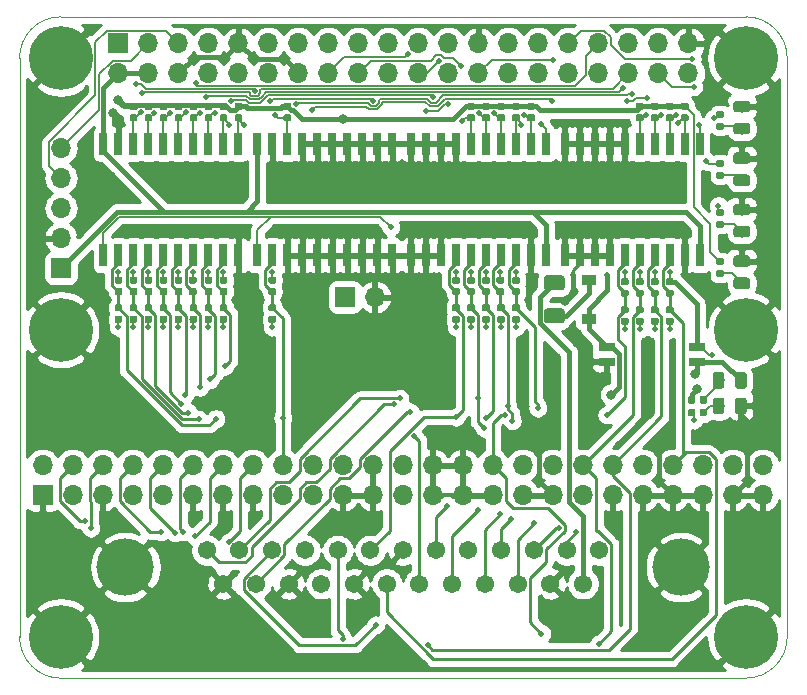
<source format=gbr>
%TF.GenerationSoftware,KiCad,Pcbnew,(5.1.4)-1*%
%TF.CreationDate,2020-08-01T17:07:42-05:00*%
%TF.ProjectId,rascsi_2p1,72617363-7369-45f3-9270-312e6b696361,rev?*%
%TF.SameCoordinates,Original*%
%TF.FileFunction,Copper,L1,Top*%
%TF.FilePolarity,Positive*%
%FSLAX46Y46*%
G04 Gerber Fmt 4.6, Leading zero omitted, Abs format (unit mm)*
G04 Created by KiCad (PCBNEW (5.1.4)-1) date 2020-08-01 17:07:42*
%MOMM*%
%LPD*%
G04 APERTURE LIST*
%TA.AperFunction,NonConductor*%
%ADD10C,0.050000*%
%TD*%
%TA.AperFunction,ComponentPad*%
%ADD11C,4.845000*%
%TD*%
%TA.AperFunction,ComponentPad*%
%ADD12C,1.545000*%
%TD*%
%TA.AperFunction,SMDPad,CuDef*%
%ADD13R,0.650000X1.950000*%
%TD*%
%TA.AperFunction,Conductor*%
%ADD14C,0.150000*%
%TD*%
%TA.AperFunction,SMDPad,CuDef*%
%ADD15C,0.590000*%
%TD*%
%TA.AperFunction,ComponentPad*%
%ADD16O,1.700000X1.700000*%
%TD*%
%TA.AperFunction,ComponentPad*%
%ADD17R,1.700000X1.700000*%
%TD*%
%TA.AperFunction,SMDPad,CuDef*%
%ADD18C,1.250000*%
%TD*%
%TA.AperFunction,SMDPad,CuDef*%
%ADD19R,1.200000X0.900000*%
%TD*%
%TA.AperFunction,SMDPad,CuDef*%
%ADD20R,1.425000X0.750000*%
%TD*%
%TA.AperFunction,SMDPad,CuDef*%
%ADD21C,0.975000*%
%TD*%
%TA.AperFunction,ComponentPad*%
%ADD22C,0.800000*%
%TD*%
%TA.AperFunction,ComponentPad*%
%ADD23C,5.400000*%
%TD*%
%TA.AperFunction,ViaPad*%
%ADD24C,0.800000*%
%TD*%
%TA.AperFunction,ViaPad*%
%ADD25C,0.500000*%
%TD*%
%TA.AperFunction,Conductor*%
%ADD26C,0.400000*%
%TD*%
%TA.AperFunction,Conductor*%
%ADD27C,0.250000*%
%TD*%
%TA.AperFunction,Conductor*%
%ADD28C,0.500000*%
%TD*%
%TA.AperFunction,Conductor*%
%ADD29C,0.254000*%
%TD*%
G04 APERTURE END LIST*
D10*
X178000000Y-98496000D02*
X236000000Y-98496000D01*
X178000000Y-98496000D02*
G75*
G02X174500000Y-94996000I0J3500000D01*
G01*
X239500000Y-94996000D02*
G75*
G02X236000000Y-98496000I-3500000J0D01*
G01*
X174500000Y-46000000D02*
X174500000Y-94996000D01*
X239500000Y-46000000D02*
X239500000Y-94996000D01*
X178000000Y-42500000D02*
X236000000Y-42500000D01*
X174500000Y-46000000D02*
G75*
G02X178000000Y-42500000I3500000J0D01*
G01*
X236000000Y-42500000D02*
G75*
G02X239500000Y-46000000I0J-3500000D01*
G01*
D11*
%TO.P,J5,MH2*%
%TO.N,GND*%
X230491500Y-89090500D03*
%TO.P,J5,MH1*%
X183451500Y-89090500D03*
D12*
%TO.P,J5,25*%
%TO.N,TERMPOW*%
X222206500Y-90510500D03*
%TO.P,J5,24*%
%TO.N,GND*%
X219436500Y-90510500D03*
%TO.P,J5,23*%
%TO.N,C-D4*%
X216666500Y-90510500D03*
%TO.P,J5,22*%
%TO.N,C-D2*%
X213896500Y-90510500D03*
%TO.P,J5,21*%
%TO.N,C-D1*%
X211126500Y-90510500D03*
%TO.P,J5,20*%
%TO.N,C-DP*%
X208356500Y-90510500D03*
%TO.P,J5,19*%
%TO.N,C-SEL*%
X205586500Y-90510500D03*
%TO.P,J5,18*%
%TO.N,GND*%
X202816500Y-90510500D03*
%TO.P,J5,17*%
%TO.N,C-ATN*%
X200046500Y-90510500D03*
%TO.P,J5,16*%
%TO.N,GND*%
X197276500Y-90510500D03*
%TO.P,J5,15*%
%TO.N,C-C_D*%
X194506500Y-90510500D03*
%TO.P,J5,14*%
%TO.N,GND*%
X191736500Y-90510500D03*
%TO.P,J5,13*%
%TO.N,C-D7*%
X223591500Y-87670500D03*
%TO.P,J5,12*%
%TO.N,C-D6*%
X220821500Y-87670500D03*
%TO.P,J5,11*%
%TO.N,C-D5*%
X218051500Y-87670500D03*
%TO.P,J5,10*%
%TO.N,C-D3*%
X215281500Y-87670500D03*
%TO.P,J5,9*%
%TO.N,GND*%
X212511500Y-87670500D03*
%TO.P,J5,8*%
%TO.N,C-D0*%
X209741500Y-87670500D03*
%TO.P,J5,7*%
%TO.N,GND*%
X206971500Y-87670500D03*
%TO.P,J5,6*%
%TO.N,C-BSY*%
X204201500Y-87670500D03*
%TO.P,J5,5*%
%TO.N,C-ACK*%
X201431500Y-87670500D03*
%TO.P,J5,4*%
%TO.N,C-RST*%
X198661500Y-87670500D03*
%TO.P,J5,3*%
%TO.N,C-I_O*%
X195891500Y-87670500D03*
%TO.P,J5,2*%
%TO.N,C-MSG*%
X193121500Y-87670500D03*
%TO.P,J5,1*%
%TO.N,C-REQ*%
X190351500Y-87670500D03*
%TD*%
D13*
%TO.P,IC4,20*%
%TO.N,+5V*%
X232092500Y-62700500D03*
%TO.P,IC4,19*%
%TO.N,GND*%
X230822500Y-62700500D03*
%TO.P,IC4,18*%
%TO.N,C-SEL*%
X229552500Y-62700500D03*
%TO.P,IC4,17*%
%TO.N,C-RST*%
X228282500Y-62700500D03*
%TO.P,IC4,16*%
%TO.N,C-ACK*%
X227012500Y-62700500D03*
%TO.P,IC4,15*%
%TO.N,C-ATN*%
X225742500Y-62700500D03*
%TO.P,IC4,14*%
%TO.N,GND*%
X224472500Y-62700500D03*
%TO.P,IC4,13*%
X223202500Y-62700500D03*
%TO.P,IC4,12*%
X221932500Y-62700500D03*
%TO.P,IC4,11*%
X220662500Y-62700500D03*
%TO.P,IC4,10*%
X220662500Y-53250500D03*
%TO.P,IC4,9*%
X221932500Y-53250500D03*
%TO.P,IC4,8*%
X223202500Y-53250500D03*
%TO.P,IC4,7*%
X224472500Y-53250500D03*
%TO.P,IC4,6*%
X225742500Y-53250500D03*
%TO.P,IC4,5*%
%TO.N,PI-ATN*%
X227012500Y-53250500D03*
%TO.P,IC4,4*%
%TO.N,PI-ACK*%
X228282500Y-53250500D03*
%TO.P,IC4,3*%
%TO.N,PI-RST*%
X229552500Y-53250500D03*
%TO.P,IC4,2*%
%TO.N,PI-SEL*%
X230822500Y-53250500D03*
%TO.P,IC4,1*%
%TO.N,PI-IND*%
X232092500Y-53250500D03*
%TD*%
%TO.P,IC3,20*%
%TO.N,+5V*%
X219075000Y-62700500D03*
%TO.P,IC3,19*%
%TO.N,GND*%
X217805000Y-62700500D03*
%TO.P,IC3,18*%
%TO.N,C-I_O*%
X216535000Y-62700500D03*
%TO.P,IC3,17*%
%TO.N,C-REQ*%
X215265000Y-62700500D03*
%TO.P,IC3,16*%
%TO.N,C-C_D*%
X213995000Y-62700500D03*
%TO.P,IC3,15*%
%TO.N,C-MSG*%
X212725000Y-62700500D03*
%TO.P,IC3,14*%
%TO.N,C-BSY*%
X211455000Y-62700500D03*
%TO.P,IC3,13*%
%TO.N,GND*%
X210185000Y-62700500D03*
%TO.P,IC3,12*%
X208915000Y-62700500D03*
%TO.P,IC3,11*%
X207645000Y-62700500D03*
%TO.P,IC3,10*%
X207645000Y-53250500D03*
%TO.P,IC3,9*%
X208915000Y-53250500D03*
%TO.P,IC3,8*%
X210185000Y-53250500D03*
%TO.P,IC3,7*%
X211455000Y-53250500D03*
%TO.P,IC3,6*%
%TO.N,PI-BSY*%
X212725000Y-53250500D03*
%TO.P,IC3,5*%
%TO.N,PI-MSG*%
X213995000Y-53250500D03*
%TO.P,IC3,4*%
%TO.N,PI-C_D*%
X215265000Y-53250500D03*
%TO.P,IC3,3*%
%TO.N,PI-REQ*%
X216535000Y-53250500D03*
%TO.P,IC3,2*%
%TO.N,PI-I_O*%
X217805000Y-53250500D03*
%TO.P,IC3,1*%
%TO.N,PI-TAD*%
X219075000Y-53250500D03*
%TD*%
%TO.P,IC2,20*%
%TO.N,+5V*%
X181610000Y-53250500D03*
%TO.P,IC2,19*%
%TO.N,GND*%
X182880000Y-53250500D03*
%TO.P,IC2,18*%
%TO.N,PI-D7*%
X184150000Y-53250500D03*
%TO.P,IC2,17*%
%TO.N,PI-D6*%
X185420000Y-53250500D03*
%TO.P,IC2,16*%
%TO.N,PI-D5*%
X186690000Y-53250500D03*
%TO.P,IC2,15*%
%TO.N,PI-D4*%
X187960000Y-53250500D03*
%TO.P,IC2,14*%
%TO.N,PI-D3*%
X189230000Y-53250500D03*
%TO.P,IC2,13*%
%TO.N,PI-D2*%
X190500000Y-53250500D03*
%TO.P,IC2,12*%
%TO.N,PI-D1*%
X191770000Y-53250500D03*
%TO.P,IC2,11*%
%TO.N,PI-D0*%
X193040000Y-53250500D03*
%TO.P,IC2,10*%
%TO.N,GND*%
X193040000Y-62700500D03*
%TO.P,IC2,9*%
%TO.N,C-D0*%
X191770000Y-62700500D03*
%TO.P,IC2,8*%
%TO.N,C-D1*%
X190500000Y-62700500D03*
%TO.P,IC2,7*%
%TO.N,C-D2*%
X189230000Y-62700500D03*
%TO.P,IC2,6*%
%TO.N,C-D3*%
X187960000Y-62700500D03*
%TO.P,IC2,5*%
%TO.N,C-D4*%
X186690000Y-62700500D03*
%TO.P,IC2,4*%
%TO.N,C-D5*%
X185420000Y-62700500D03*
%TO.P,IC2,3*%
%TO.N,C-D6*%
X184150000Y-62700500D03*
%TO.P,IC2,2*%
%TO.N,C-D7*%
X182880000Y-62700500D03*
%TO.P,IC2,1*%
%TO.N,PI-DTD*%
X181610000Y-62700500D03*
%TD*%
%TO.P,IC1,20*%
%TO.N,+5V*%
X194627500Y-53250500D03*
%TO.P,IC1,19*%
%TO.N,GND*%
X195897500Y-53250500D03*
%TO.P,IC1,18*%
%TO.N,PI-DP*%
X197167500Y-53250500D03*
%TO.P,IC1,17*%
%TO.N,GND*%
X198437500Y-53250500D03*
%TO.P,IC1,16*%
X199707500Y-53250500D03*
%TO.P,IC1,15*%
X200977500Y-53250500D03*
%TO.P,IC1,14*%
X202247500Y-53250500D03*
%TO.P,IC1,13*%
X203517500Y-53250500D03*
%TO.P,IC1,12*%
X204787500Y-53250500D03*
%TO.P,IC1,11*%
X206057500Y-53250500D03*
%TO.P,IC1,10*%
X206057500Y-62700500D03*
%TO.P,IC1,9*%
X204787500Y-62700500D03*
%TO.P,IC1,8*%
X203517500Y-62700500D03*
%TO.P,IC1,7*%
X202247500Y-62700500D03*
%TO.P,IC1,6*%
X200977500Y-62700500D03*
%TO.P,IC1,5*%
X199707500Y-62700500D03*
%TO.P,IC1,4*%
X198437500Y-62700500D03*
%TO.P,IC1,3*%
X197167500Y-62700500D03*
%TO.P,IC1,2*%
%TO.N,C-DP*%
X195897500Y-62700500D03*
%TO.P,IC1,1*%
%TO.N,PI-DTD*%
X194627500Y-62700500D03*
%TD*%
D14*
%TO.N,Net-(D4-Pad2)*%
%TO.C,R4*%
G36*
X233993958Y-63919210D02*
G01*
X234008276Y-63921334D01*
X234022317Y-63924851D01*
X234035946Y-63929728D01*
X234049031Y-63935917D01*
X234061447Y-63943358D01*
X234073073Y-63951981D01*
X234083798Y-63961702D01*
X234093519Y-63972427D01*
X234102142Y-63984053D01*
X234109583Y-63996469D01*
X234115772Y-64009554D01*
X234120649Y-64023183D01*
X234124166Y-64037224D01*
X234126290Y-64051542D01*
X234127000Y-64066000D01*
X234127000Y-64361000D01*
X234126290Y-64375458D01*
X234124166Y-64389776D01*
X234120649Y-64403817D01*
X234115772Y-64417446D01*
X234109583Y-64430531D01*
X234102142Y-64442947D01*
X234093519Y-64454573D01*
X234083798Y-64465298D01*
X234073073Y-64475019D01*
X234061447Y-64483642D01*
X234049031Y-64491083D01*
X234035946Y-64497272D01*
X234022317Y-64502149D01*
X234008276Y-64505666D01*
X233993958Y-64507790D01*
X233979500Y-64508500D01*
X233634500Y-64508500D01*
X233620042Y-64507790D01*
X233605724Y-64505666D01*
X233591683Y-64502149D01*
X233578054Y-64497272D01*
X233564969Y-64491083D01*
X233552553Y-64483642D01*
X233540927Y-64475019D01*
X233530202Y-64465298D01*
X233520481Y-64454573D01*
X233511858Y-64442947D01*
X233504417Y-64430531D01*
X233498228Y-64417446D01*
X233493351Y-64403817D01*
X233489834Y-64389776D01*
X233487710Y-64375458D01*
X233487000Y-64361000D01*
X233487000Y-64066000D01*
X233487710Y-64051542D01*
X233489834Y-64037224D01*
X233493351Y-64023183D01*
X233498228Y-64009554D01*
X233504417Y-63996469D01*
X233511858Y-63984053D01*
X233520481Y-63972427D01*
X233530202Y-63961702D01*
X233540927Y-63951981D01*
X233552553Y-63943358D01*
X233564969Y-63935917D01*
X233578054Y-63929728D01*
X233591683Y-63924851D01*
X233605724Y-63921334D01*
X233620042Y-63919210D01*
X233634500Y-63918500D01*
X233979500Y-63918500D01*
X233993958Y-63919210D01*
X233993958Y-63919210D01*
G37*
D15*
%TD*%
%TO.P,R4,2*%
%TO.N,Net-(D4-Pad2)*%
X233807000Y-64213500D03*
D14*
%TO.N,+3V3*%
%TO.C,R4*%
G36*
X233993958Y-62949210D02*
G01*
X234008276Y-62951334D01*
X234022317Y-62954851D01*
X234035946Y-62959728D01*
X234049031Y-62965917D01*
X234061447Y-62973358D01*
X234073073Y-62981981D01*
X234083798Y-62991702D01*
X234093519Y-63002427D01*
X234102142Y-63014053D01*
X234109583Y-63026469D01*
X234115772Y-63039554D01*
X234120649Y-63053183D01*
X234124166Y-63067224D01*
X234126290Y-63081542D01*
X234127000Y-63096000D01*
X234127000Y-63391000D01*
X234126290Y-63405458D01*
X234124166Y-63419776D01*
X234120649Y-63433817D01*
X234115772Y-63447446D01*
X234109583Y-63460531D01*
X234102142Y-63472947D01*
X234093519Y-63484573D01*
X234083798Y-63495298D01*
X234073073Y-63505019D01*
X234061447Y-63513642D01*
X234049031Y-63521083D01*
X234035946Y-63527272D01*
X234022317Y-63532149D01*
X234008276Y-63535666D01*
X233993958Y-63537790D01*
X233979500Y-63538500D01*
X233634500Y-63538500D01*
X233620042Y-63537790D01*
X233605724Y-63535666D01*
X233591683Y-63532149D01*
X233578054Y-63527272D01*
X233564969Y-63521083D01*
X233552553Y-63513642D01*
X233540927Y-63505019D01*
X233530202Y-63495298D01*
X233520481Y-63484573D01*
X233511858Y-63472947D01*
X233504417Y-63460531D01*
X233498228Y-63447446D01*
X233493351Y-63433817D01*
X233489834Y-63419776D01*
X233487710Y-63405458D01*
X233487000Y-63391000D01*
X233487000Y-63096000D01*
X233487710Y-63081542D01*
X233489834Y-63067224D01*
X233493351Y-63053183D01*
X233498228Y-63039554D01*
X233504417Y-63026469D01*
X233511858Y-63014053D01*
X233520481Y-63002427D01*
X233530202Y-62991702D01*
X233540927Y-62981981D01*
X233552553Y-62973358D01*
X233564969Y-62965917D01*
X233578054Y-62959728D01*
X233591683Y-62954851D01*
X233605724Y-62951334D01*
X233620042Y-62949210D01*
X233634500Y-62948500D01*
X233979500Y-62948500D01*
X233993958Y-62949210D01*
X233993958Y-62949210D01*
G37*
D15*
%TD*%
%TO.P,R4,1*%
%TO.N,+3V3*%
X233807000Y-63243500D03*
D14*
%TO.N,Net-(D2-Pad2)*%
%TO.C,R2*%
G36*
X233993958Y-55613543D02*
G01*
X234008276Y-55615667D01*
X234022317Y-55619184D01*
X234035946Y-55624061D01*
X234049031Y-55630250D01*
X234061447Y-55637691D01*
X234073073Y-55646314D01*
X234083798Y-55656035D01*
X234093519Y-55666760D01*
X234102142Y-55678386D01*
X234109583Y-55690802D01*
X234115772Y-55703887D01*
X234120649Y-55717516D01*
X234124166Y-55731557D01*
X234126290Y-55745875D01*
X234127000Y-55760333D01*
X234127000Y-56055333D01*
X234126290Y-56069791D01*
X234124166Y-56084109D01*
X234120649Y-56098150D01*
X234115772Y-56111779D01*
X234109583Y-56124864D01*
X234102142Y-56137280D01*
X234093519Y-56148906D01*
X234083798Y-56159631D01*
X234073073Y-56169352D01*
X234061447Y-56177975D01*
X234049031Y-56185416D01*
X234035946Y-56191605D01*
X234022317Y-56196482D01*
X234008276Y-56199999D01*
X233993958Y-56202123D01*
X233979500Y-56202833D01*
X233634500Y-56202833D01*
X233620042Y-56202123D01*
X233605724Y-56199999D01*
X233591683Y-56196482D01*
X233578054Y-56191605D01*
X233564969Y-56185416D01*
X233552553Y-56177975D01*
X233540927Y-56169352D01*
X233530202Y-56159631D01*
X233520481Y-56148906D01*
X233511858Y-56137280D01*
X233504417Y-56124864D01*
X233498228Y-56111779D01*
X233493351Y-56098150D01*
X233489834Y-56084109D01*
X233487710Y-56069791D01*
X233487000Y-56055333D01*
X233487000Y-55760333D01*
X233487710Y-55745875D01*
X233489834Y-55731557D01*
X233493351Y-55717516D01*
X233498228Y-55703887D01*
X233504417Y-55690802D01*
X233511858Y-55678386D01*
X233520481Y-55666760D01*
X233530202Y-55656035D01*
X233540927Y-55646314D01*
X233552553Y-55637691D01*
X233564969Y-55630250D01*
X233578054Y-55624061D01*
X233591683Y-55619184D01*
X233605724Y-55615667D01*
X233620042Y-55613543D01*
X233634500Y-55612833D01*
X233979500Y-55612833D01*
X233993958Y-55613543D01*
X233993958Y-55613543D01*
G37*
D15*
%TD*%
%TO.P,R2,2*%
%TO.N,Net-(D2-Pad2)*%
X233807000Y-55907833D03*
D14*
%TO.N,DBG_LED*%
%TO.C,R2*%
G36*
X233993958Y-54643543D02*
G01*
X234008276Y-54645667D01*
X234022317Y-54649184D01*
X234035946Y-54654061D01*
X234049031Y-54660250D01*
X234061447Y-54667691D01*
X234073073Y-54676314D01*
X234083798Y-54686035D01*
X234093519Y-54696760D01*
X234102142Y-54708386D01*
X234109583Y-54720802D01*
X234115772Y-54733887D01*
X234120649Y-54747516D01*
X234124166Y-54761557D01*
X234126290Y-54775875D01*
X234127000Y-54790333D01*
X234127000Y-55085333D01*
X234126290Y-55099791D01*
X234124166Y-55114109D01*
X234120649Y-55128150D01*
X234115772Y-55141779D01*
X234109583Y-55154864D01*
X234102142Y-55167280D01*
X234093519Y-55178906D01*
X234083798Y-55189631D01*
X234073073Y-55199352D01*
X234061447Y-55207975D01*
X234049031Y-55215416D01*
X234035946Y-55221605D01*
X234022317Y-55226482D01*
X234008276Y-55229999D01*
X233993958Y-55232123D01*
X233979500Y-55232833D01*
X233634500Y-55232833D01*
X233620042Y-55232123D01*
X233605724Y-55229999D01*
X233591683Y-55226482D01*
X233578054Y-55221605D01*
X233564969Y-55215416D01*
X233552553Y-55207975D01*
X233540927Y-55199352D01*
X233530202Y-55189631D01*
X233520481Y-55178906D01*
X233511858Y-55167280D01*
X233504417Y-55154864D01*
X233498228Y-55141779D01*
X233493351Y-55128150D01*
X233489834Y-55114109D01*
X233487710Y-55099791D01*
X233487000Y-55085333D01*
X233487000Y-54790333D01*
X233487710Y-54775875D01*
X233489834Y-54761557D01*
X233493351Y-54747516D01*
X233498228Y-54733887D01*
X233504417Y-54720802D01*
X233511858Y-54708386D01*
X233520481Y-54696760D01*
X233530202Y-54686035D01*
X233540927Y-54676314D01*
X233552553Y-54667691D01*
X233564969Y-54660250D01*
X233578054Y-54654061D01*
X233591683Y-54649184D01*
X233605724Y-54645667D01*
X233620042Y-54643543D01*
X233634500Y-54642833D01*
X233979500Y-54642833D01*
X233993958Y-54643543D01*
X233993958Y-54643543D01*
G37*
D15*
%TD*%
%TO.P,R2,1*%
%TO.N,DBG_LED*%
X233807000Y-54937833D03*
D14*
%TO.N,Net-(D1-Pad2)*%
%TO.C,R1*%
G36*
X233993958Y-51460710D02*
G01*
X234008276Y-51462834D01*
X234022317Y-51466351D01*
X234035946Y-51471228D01*
X234049031Y-51477417D01*
X234061447Y-51484858D01*
X234073073Y-51493481D01*
X234083798Y-51503202D01*
X234093519Y-51513927D01*
X234102142Y-51525553D01*
X234109583Y-51537969D01*
X234115772Y-51551054D01*
X234120649Y-51564683D01*
X234124166Y-51578724D01*
X234126290Y-51593042D01*
X234127000Y-51607500D01*
X234127000Y-51902500D01*
X234126290Y-51916958D01*
X234124166Y-51931276D01*
X234120649Y-51945317D01*
X234115772Y-51958946D01*
X234109583Y-51972031D01*
X234102142Y-51984447D01*
X234093519Y-51996073D01*
X234083798Y-52006798D01*
X234073073Y-52016519D01*
X234061447Y-52025142D01*
X234049031Y-52032583D01*
X234035946Y-52038772D01*
X234022317Y-52043649D01*
X234008276Y-52047166D01*
X233993958Y-52049290D01*
X233979500Y-52050000D01*
X233634500Y-52050000D01*
X233620042Y-52049290D01*
X233605724Y-52047166D01*
X233591683Y-52043649D01*
X233578054Y-52038772D01*
X233564969Y-52032583D01*
X233552553Y-52025142D01*
X233540927Y-52016519D01*
X233530202Y-52006798D01*
X233520481Y-51996073D01*
X233511858Y-51984447D01*
X233504417Y-51972031D01*
X233498228Y-51958946D01*
X233493351Y-51945317D01*
X233489834Y-51931276D01*
X233487710Y-51916958D01*
X233487000Y-51902500D01*
X233487000Y-51607500D01*
X233487710Y-51593042D01*
X233489834Y-51578724D01*
X233493351Y-51564683D01*
X233498228Y-51551054D01*
X233504417Y-51537969D01*
X233511858Y-51525553D01*
X233520481Y-51513927D01*
X233530202Y-51503202D01*
X233540927Y-51493481D01*
X233552553Y-51484858D01*
X233564969Y-51477417D01*
X233578054Y-51471228D01*
X233591683Y-51466351D01*
X233605724Y-51462834D01*
X233620042Y-51460710D01*
X233634500Y-51460000D01*
X233979500Y-51460000D01*
X233993958Y-51460710D01*
X233993958Y-51460710D01*
G37*
D15*
%TD*%
%TO.P,R1,2*%
%TO.N,Net-(D1-Pad2)*%
X233807000Y-51755000D03*
D14*
%TO.N,PI-ACT*%
%TO.C,R1*%
G36*
X233993958Y-50490710D02*
G01*
X234008276Y-50492834D01*
X234022317Y-50496351D01*
X234035946Y-50501228D01*
X234049031Y-50507417D01*
X234061447Y-50514858D01*
X234073073Y-50523481D01*
X234083798Y-50533202D01*
X234093519Y-50543927D01*
X234102142Y-50555553D01*
X234109583Y-50567969D01*
X234115772Y-50581054D01*
X234120649Y-50594683D01*
X234124166Y-50608724D01*
X234126290Y-50623042D01*
X234127000Y-50637500D01*
X234127000Y-50932500D01*
X234126290Y-50946958D01*
X234124166Y-50961276D01*
X234120649Y-50975317D01*
X234115772Y-50988946D01*
X234109583Y-51002031D01*
X234102142Y-51014447D01*
X234093519Y-51026073D01*
X234083798Y-51036798D01*
X234073073Y-51046519D01*
X234061447Y-51055142D01*
X234049031Y-51062583D01*
X234035946Y-51068772D01*
X234022317Y-51073649D01*
X234008276Y-51077166D01*
X233993958Y-51079290D01*
X233979500Y-51080000D01*
X233634500Y-51080000D01*
X233620042Y-51079290D01*
X233605724Y-51077166D01*
X233591683Y-51073649D01*
X233578054Y-51068772D01*
X233564969Y-51062583D01*
X233552553Y-51055142D01*
X233540927Y-51046519D01*
X233530202Y-51036798D01*
X233520481Y-51026073D01*
X233511858Y-51014447D01*
X233504417Y-51002031D01*
X233498228Y-50988946D01*
X233493351Y-50975317D01*
X233489834Y-50961276D01*
X233487710Y-50946958D01*
X233487000Y-50932500D01*
X233487000Y-50637500D01*
X233487710Y-50623042D01*
X233489834Y-50608724D01*
X233493351Y-50594683D01*
X233498228Y-50581054D01*
X233504417Y-50567969D01*
X233511858Y-50555553D01*
X233520481Y-50543927D01*
X233530202Y-50533202D01*
X233540927Y-50523481D01*
X233552553Y-50514858D01*
X233564969Y-50507417D01*
X233578054Y-50501228D01*
X233591683Y-50496351D01*
X233605724Y-50492834D01*
X233620042Y-50490710D01*
X233634500Y-50490000D01*
X233979500Y-50490000D01*
X233993958Y-50490710D01*
X233993958Y-50490710D01*
G37*
D15*
%TD*%
%TO.P,R1,1*%
%TO.N,PI-ACT*%
X233807000Y-50785000D03*
D16*
%TO.P,J3,50*%
%TO.N,C-I_O*%
X237426500Y-80454500D03*
%TO.P,J3,49*%
%TO.N,GND*%
X237426500Y-82994500D03*
%TO.P,J3,48*%
%TO.N,C-REQ*%
X234886500Y-80454500D03*
%TO.P,J3,47*%
%TO.N,GND*%
X234886500Y-82994500D03*
%TO.P,J3,46*%
%TO.N,C-C_D*%
X232346500Y-80454500D03*
%TO.P,J3,45*%
%TO.N,GND*%
X232346500Y-82994500D03*
%TO.P,J3,44*%
%TO.N,C-SEL*%
X229806500Y-80454500D03*
%TO.P,J3,43*%
%TO.N,GND*%
X229806500Y-82994500D03*
%TO.P,J3,42*%
%TO.N,C-MSG*%
X227266500Y-80454500D03*
%TO.P,J3,41*%
%TO.N,GND*%
X227266500Y-82994500D03*
%TO.P,J3,40*%
%TO.N,C-RST*%
X224726500Y-80454500D03*
%TO.P,J3,39*%
%TO.N,GND*%
X224726500Y-82994500D03*
%TO.P,J3,38*%
%TO.N,C-ACK*%
X222186500Y-80454500D03*
%TO.P,J3,37*%
%TO.N,GND*%
X222186500Y-82994500D03*
%TO.P,J3,36*%
%TO.N,C-BSY*%
X219646500Y-80454500D03*
%TO.P,J3,35*%
%TO.N,GND*%
X219646500Y-82994500D03*
%TO.P,J3,34*%
%TO.N,Net-(J3-Pad34)*%
X217106500Y-80454500D03*
%TO.P,J3,33*%
%TO.N,GND*%
X217106500Y-82994500D03*
%TO.P,J3,32*%
%TO.N,C-ATN*%
X214566500Y-80454500D03*
%TO.P,J3,31*%
%TO.N,GND*%
X214566500Y-82994500D03*
%TO.P,J3,30*%
X212026500Y-80454500D03*
%TO.P,J3,29*%
X212026500Y-82994500D03*
%TO.P,J3,28*%
X209486500Y-80454500D03*
%TO.P,J3,27*%
X209486500Y-82994500D03*
%TO.P,J3,26*%
%TO.N,Net-(J3-Pad26)*%
X206946500Y-80454500D03*
%TO.P,J3,25*%
%TO.N,Net-(J3-Pad25)*%
X206946500Y-82994500D03*
%TO.P,J3,24*%
%TO.N,GND*%
X204406500Y-80454500D03*
%TO.P,J3,23*%
X204406500Y-82994500D03*
%TO.P,J3,22*%
X201866500Y-80454500D03*
%TO.P,J3,21*%
X201866500Y-82994500D03*
%TO.P,J3,20*%
X199326500Y-80454500D03*
%TO.P,J3,19*%
X199326500Y-82994500D03*
%TO.P,J3,18*%
%TO.N,C-DP*%
X196786500Y-80454500D03*
%TO.P,J3,17*%
%TO.N,GND*%
X196786500Y-82994500D03*
%TO.P,J3,16*%
%TO.N,C-D7*%
X194246500Y-80454500D03*
%TO.P,J3,15*%
%TO.N,GND*%
X194246500Y-82994500D03*
%TO.P,J3,14*%
%TO.N,C-D6*%
X191706500Y-80454500D03*
%TO.P,J3,13*%
%TO.N,GND*%
X191706500Y-82994500D03*
%TO.P,J3,12*%
%TO.N,C-D5*%
X189166500Y-80454500D03*
%TO.P,J3,11*%
%TO.N,GND*%
X189166500Y-82994500D03*
%TO.P,J3,10*%
%TO.N,C-D4*%
X186626500Y-80454500D03*
%TO.P,J3,9*%
%TO.N,GND*%
X186626500Y-82994500D03*
%TO.P,J3,8*%
%TO.N,C-D3*%
X184086500Y-80454500D03*
%TO.P,J3,7*%
%TO.N,GND*%
X184086500Y-82994500D03*
%TO.P,J3,6*%
%TO.N,C-D2*%
X181546500Y-80454500D03*
%TO.P,J3,5*%
%TO.N,GND*%
X181546500Y-82994500D03*
%TO.P,J3,4*%
%TO.N,C-D1*%
X179006500Y-80454500D03*
%TO.P,J3,3*%
%TO.N,GND*%
X179006500Y-82994500D03*
%TO.P,J3,2*%
%TO.N,C-D0*%
X176466500Y-80454500D03*
D17*
%TO.P,J3,1*%
%TO.N,GND*%
X176466500Y-82994500D03*
%TD*%
D16*
%TO.P,J2,2*%
%TO.N,GND*%
X204597000Y-66230500D03*
D17*
%TO.P,J2,1*%
%TO.N,PI-ACT*%
X202057000Y-66230500D03*
%TD*%
D14*
%TO.N,C-DP*%
%TO.C,R60*%
G36*
X196084458Y-66848210D02*
G01*
X196098776Y-66850334D01*
X196112817Y-66853851D01*
X196126446Y-66858728D01*
X196139531Y-66864917D01*
X196151947Y-66872358D01*
X196163573Y-66880981D01*
X196174298Y-66890702D01*
X196184019Y-66901427D01*
X196192642Y-66913053D01*
X196200083Y-66925469D01*
X196206272Y-66938554D01*
X196211149Y-66952183D01*
X196214666Y-66966224D01*
X196216790Y-66980542D01*
X196217500Y-66995000D01*
X196217500Y-67290000D01*
X196216790Y-67304458D01*
X196214666Y-67318776D01*
X196211149Y-67332817D01*
X196206272Y-67346446D01*
X196200083Y-67359531D01*
X196192642Y-67371947D01*
X196184019Y-67383573D01*
X196174298Y-67394298D01*
X196163573Y-67404019D01*
X196151947Y-67412642D01*
X196139531Y-67420083D01*
X196126446Y-67426272D01*
X196112817Y-67431149D01*
X196098776Y-67434666D01*
X196084458Y-67436790D01*
X196070000Y-67437500D01*
X195725000Y-67437500D01*
X195710542Y-67436790D01*
X195696224Y-67434666D01*
X195682183Y-67431149D01*
X195668554Y-67426272D01*
X195655469Y-67420083D01*
X195643053Y-67412642D01*
X195631427Y-67404019D01*
X195620702Y-67394298D01*
X195610981Y-67383573D01*
X195602358Y-67371947D01*
X195594917Y-67359531D01*
X195588728Y-67346446D01*
X195583851Y-67332817D01*
X195580334Y-67318776D01*
X195578210Y-67304458D01*
X195577500Y-67290000D01*
X195577500Y-66995000D01*
X195578210Y-66980542D01*
X195580334Y-66966224D01*
X195583851Y-66952183D01*
X195588728Y-66938554D01*
X195594917Y-66925469D01*
X195602358Y-66913053D01*
X195610981Y-66901427D01*
X195620702Y-66890702D01*
X195631427Y-66880981D01*
X195643053Y-66872358D01*
X195655469Y-66864917D01*
X195668554Y-66858728D01*
X195682183Y-66853851D01*
X195696224Y-66850334D01*
X195710542Y-66848210D01*
X195725000Y-66847500D01*
X196070000Y-66847500D01*
X196084458Y-66848210D01*
X196084458Y-66848210D01*
G37*
D15*
%TD*%
%TO.P,R60,2*%
%TO.N,C-DP*%
X195897500Y-67142500D03*
D14*
%TO.N,/TERM_GND*%
%TO.C,R60*%
G36*
X196084458Y-67818210D02*
G01*
X196098776Y-67820334D01*
X196112817Y-67823851D01*
X196126446Y-67828728D01*
X196139531Y-67834917D01*
X196151947Y-67842358D01*
X196163573Y-67850981D01*
X196174298Y-67860702D01*
X196184019Y-67871427D01*
X196192642Y-67883053D01*
X196200083Y-67895469D01*
X196206272Y-67908554D01*
X196211149Y-67922183D01*
X196214666Y-67936224D01*
X196216790Y-67950542D01*
X196217500Y-67965000D01*
X196217500Y-68260000D01*
X196216790Y-68274458D01*
X196214666Y-68288776D01*
X196211149Y-68302817D01*
X196206272Y-68316446D01*
X196200083Y-68329531D01*
X196192642Y-68341947D01*
X196184019Y-68353573D01*
X196174298Y-68364298D01*
X196163573Y-68374019D01*
X196151947Y-68382642D01*
X196139531Y-68390083D01*
X196126446Y-68396272D01*
X196112817Y-68401149D01*
X196098776Y-68404666D01*
X196084458Y-68406790D01*
X196070000Y-68407500D01*
X195725000Y-68407500D01*
X195710542Y-68406790D01*
X195696224Y-68404666D01*
X195682183Y-68401149D01*
X195668554Y-68396272D01*
X195655469Y-68390083D01*
X195643053Y-68382642D01*
X195631427Y-68374019D01*
X195620702Y-68364298D01*
X195610981Y-68353573D01*
X195602358Y-68341947D01*
X195594917Y-68329531D01*
X195588728Y-68316446D01*
X195583851Y-68302817D01*
X195580334Y-68288776D01*
X195578210Y-68274458D01*
X195577500Y-68260000D01*
X195577500Y-67965000D01*
X195578210Y-67950542D01*
X195580334Y-67936224D01*
X195583851Y-67922183D01*
X195588728Y-67908554D01*
X195594917Y-67895469D01*
X195602358Y-67883053D01*
X195610981Y-67871427D01*
X195620702Y-67860702D01*
X195631427Y-67850981D01*
X195643053Y-67842358D01*
X195655469Y-67834917D01*
X195668554Y-67828728D01*
X195682183Y-67823851D01*
X195696224Y-67820334D01*
X195710542Y-67818210D01*
X195725000Y-67817500D01*
X196070000Y-67817500D01*
X196084458Y-67818210D01*
X196084458Y-67818210D01*
G37*
D15*
%TD*%
%TO.P,R60,1*%
%TO.N,/TERM_GND*%
X195897500Y-68112500D03*
D14*
%TO.N,C-D0*%
%TO.C,R59*%
G36*
X191956958Y-66848210D02*
G01*
X191971276Y-66850334D01*
X191985317Y-66853851D01*
X191998946Y-66858728D01*
X192012031Y-66864917D01*
X192024447Y-66872358D01*
X192036073Y-66880981D01*
X192046798Y-66890702D01*
X192056519Y-66901427D01*
X192065142Y-66913053D01*
X192072583Y-66925469D01*
X192078772Y-66938554D01*
X192083649Y-66952183D01*
X192087166Y-66966224D01*
X192089290Y-66980542D01*
X192090000Y-66995000D01*
X192090000Y-67290000D01*
X192089290Y-67304458D01*
X192087166Y-67318776D01*
X192083649Y-67332817D01*
X192078772Y-67346446D01*
X192072583Y-67359531D01*
X192065142Y-67371947D01*
X192056519Y-67383573D01*
X192046798Y-67394298D01*
X192036073Y-67404019D01*
X192024447Y-67412642D01*
X192012031Y-67420083D01*
X191998946Y-67426272D01*
X191985317Y-67431149D01*
X191971276Y-67434666D01*
X191956958Y-67436790D01*
X191942500Y-67437500D01*
X191597500Y-67437500D01*
X191583042Y-67436790D01*
X191568724Y-67434666D01*
X191554683Y-67431149D01*
X191541054Y-67426272D01*
X191527969Y-67420083D01*
X191515553Y-67412642D01*
X191503927Y-67404019D01*
X191493202Y-67394298D01*
X191483481Y-67383573D01*
X191474858Y-67371947D01*
X191467417Y-67359531D01*
X191461228Y-67346446D01*
X191456351Y-67332817D01*
X191452834Y-67318776D01*
X191450710Y-67304458D01*
X191450000Y-67290000D01*
X191450000Y-66995000D01*
X191450710Y-66980542D01*
X191452834Y-66966224D01*
X191456351Y-66952183D01*
X191461228Y-66938554D01*
X191467417Y-66925469D01*
X191474858Y-66913053D01*
X191483481Y-66901427D01*
X191493202Y-66890702D01*
X191503927Y-66880981D01*
X191515553Y-66872358D01*
X191527969Y-66864917D01*
X191541054Y-66858728D01*
X191554683Y-66853851D01*
X191568724Y-66850334D01*
X191583042Y-66848210D01*
X191597500Y-66847500D01*
X191942500Y-66847500D01*
X191956958Y-66848210D01*
X191956958Y-66848210D01*
G37*
D15*
%TD*%
%TO.P,R59,2*%
%TO.N,C-D0*%
X191770000Y-67142500D03*
D14*
%TO.N,/TERM_GND*%
%TO.C,R59*%
G36*
X191956958Y-67818210D02*
G01*
X191971276Y-67820334D01*
X191985317Y-67823851D01*
X191998946Y-67828728D01*
X192012031Y-67834917D01*
X192024447Y-67842358D01*
X192036073Y-67850981D01*
X192046798Y-67860702D01*
X192056519Y-67871427D01*
X192065142Y-67883053D01*
X192072583Y-67895469D01*
X192078772Y-67908554D01*
X192083649Y-67922183D01*
X192087166Y-67936224D01*
X192089290Y-67950542D01*
X192090000Y-67965000D01*
X192090000Y-68260000D01*
X192089290Y-68274458D01*
X192087166Y-68288776D01*
X192083649Y-68302817D01*
X192078772Y-68316446D01*
X192072583Y-68329531D01*
X192065142Y-68341947D01*
X192056519Y-68353573D01*
X192046798Y-68364298D01*
X192036073Y-68374019D01*
X192024447Y-68382642D01*
X192012031Y-68390083D01*
X191998946Y-68396272D01*
X191985317Y-68401149D01*
X191971276Y-68404666D01*
X191956958Y-68406790D01*
X191942500Y-68407500D01*
X191597500Y-68407500D01*
X191583042Y-68406790D01*
X191568724Y-68404666D01*
X191554683Y-68401149D01*
X191541054Y-68396272D01*
X191527969Y-68390083D01*
X191515553Y-68382642D01*
X191503927Y-68374019D01*
X191493202Y-68364298D01*
X191483481Y-68353573D01*
X191474858Y-68341947D01*
X191467417Y-68329531D01*
X191461228Y-68316446D01*
X191456351Y-68302817D01*
X191452834Y-68288776D01*
X191450710Y-68274458D01*
X191450000Y-68260000D01*
X191450000Y-67965000D01*
X191450710Y-67950542D01*
X191452834Y-67936224D01*
X191456351Y-67922183D01*
X191461228Y-67908554D01*
X191467417Y-67895469D01*
X191474858Y-67883053D01*
X191483481Y-67871427D01*
X191493202Y-67860702D01*
X191503927Y-67850981D01*
X191515553Y-67842358D01*
X191527969Y-67834917D01*
X191541054Y-67828728D01*
X191554683Y-67823851D01*
X191568724Y-67820334D01*
X191583042Y-67818210D01*
X191597500Y-67817500D01*
X191942500Y-67817500D01*
X191956958Y-67818210D01*
X191956958Y-67818210D01*
G37*
D15*
%TD*%
%TO.P,R59,1*%
%TO.N,/TERM_GND*%
X191770000Y-68112500D03*
D14*
%TO.N,C-D1*%
%TO.C,R58*%
G36*
X190686958Y-66848210D02*
G01*
X190701276Y-66850334D01*
X190715317Y-66853851D01*
X190728946Y-66858728D01*
X190742031Y-66864917D01*
X190754447Y-66872358D01*
X190766073Y-66880981D01*
X190776798Y-66890702D01*
X190786519Y-66901427D01*
X190795142Y-66913053D01*
X190802583Y-66925469D01*
X190808772Y-66938554D01*
X190813649Y-66952183D01*
X190817166Y-66966224D01*
X190819290Y-66980542D01*
X190820000Y-66995000D01*
X190820000Y-67290000D01*
X190819290Y-67304458D01*
X190817166Y-67318776D01*
X190813649Y-67332817D01*
X190808772Y-67346446D01*
X190802583Y-67359531D01*
X190795142Y-67371947D01*
X190786519Y-67383573D01*
X190776798Y-67394298D01*
X190766073Y-67404019D01*
X190754447Y-67412642D01*
X190742031Y-67420083D01*
X190728946Y-67426272D01*
X190715317Y-67431149D01*
X190701276Y-67434666D01*
X190686958Y-67436790D01*
X190672500Y-67437500D01*
X190327500Y-67437500D01*
X190313042Y-67436790D01*
X190298724Y-67434666D01*
X190284683Y-67431149D01*
X190271054Y-67426272D01*
X190257969Y-67420083D01*
X190245553Y-67412642D01*
X190233927Y-67404019D01*
X190223202Y-67394298D01*
X190213481Y-67383573D01*
X190204858Y-67371947D01*
X190197417Y-67359531D01*
X190191228Y-67346446D01*
X190186351Y-67332817D01*
X190182834Y-67318776D01*
X190180710Y-67304458D01*
X190180000Y-67290000D01*
X190180000Y-66995000D01*
X190180710Y-66980542D01*
X190182834Y-66966224D01*
X190186351Y-66952183D01*
X190191228Y-66938554D01*
X190197417Y-66925469D01*
X190204858Y-66913053D01*
X190213481Y-66901427D01*
X190223202Y-66890702D01*
X190233927Y-66880981D01*
X190245553Y-66872358D01*
X190257969Y-66864917D01*
X190271054Y-66858728D01*
X190284683Y-66853851D01*
X190298724Y-66850334D01*
X190313042Y-66848210D01*
X190327500Y-66847500D01*
X190672500Y-66847500D01*
X190686958Y-66848210D01*
X190686958Y-66848210D01*
G37*
D15*
%TD*%
%TO.P,R58,2*%
%TO.N,C-D1*%
X190500000Y-67142500D03*
D14*
%TO.N,/TERM_GND*%
%TO.C,R58*%
G36*
X190686958Y-67818210D02*
G01*
X190701276Y-67820334D01*
X190715317Y-67823851D01*
X190728946Y-67828728D01*
X190742031Y-67834917D01*
X190754447Y-67842358D01*
X190766073Y-67850981D01*
X190776798Y-67860702D01*
X190786519Y-67871427D01*
X190795142Y-67883053D01*
X190802583Y-67895469D01*
X190808772Y-67908554D01*
X190813649Y-67922183D01*
X190817166Y-67936224D01*
X190819290Y-67950542D01*
X190820000Y-67965000D01*
X190820000Y-68260000D01*
X190819290Y-68274458D01*
X190817166Y-68288776D01*
X190813649Y-68302817D01*
X190808772Y-68316446D01*
X190802583Y-68329531D01*
X190795142Y-68341947D01*
X190786519Y-68353573D01*
X190776798Y-68364298D01*
X190766073Y-68374019D01*
X190754447Y-68382642D01*
X190742031Y-68390083D01*
X190728946Y-68396272D01*
X190715317Y-68401149D01*
X190701276Y-68404666D01*
X190686958Y-68406790D01*
X190672500Y-68407500D01*
X190327500Y-68407500D01*
X190313042Y-68406790D01*
X190298724Y-68404666D01*
X190284683Y-68401149D01*
X190271054Y-68396272D01*
X190257969Y-68390083D01*
X190245553Y-68382642D01*
X190233927Y-68374019D01*
X190223202Y-68364298D01*
X190213481Y-68353573D01*
X190204858Y-68341947D01*
X190197417Y-68329531D01*
X190191228Y-68316446D01*
X190186351Y-68302817D01*
X190182834Y-68288776D01*
X190180710Y-68274458D01*
X190180000Y-68260000D01*
X190180000Y-67965000D01*
X190180710Y-67950542D01*
X190182834Y-67936224D01*
X190186351Y-67922183D01*
X190191228Y-67908554D01*
X190197417Y-67895469D01*
X190204858Y-67883053D01*
X190213481Y-67871427D01*
X190223202Y-67860702D01*
X190233927Y-67850981D01*
X190245553Y-67842358D01*
X190257969Y-67834917D01*
X190271054Y-67828728D01*
X190284683Y-67823851D01*
X190298724Y-67820334D01*
X190313042Y-67818210D01*
X190327500Y-67817500D01*
X190672500Y-67817500D01*
X190686958Y-67818210D01*
X190686958Y-67818210D01*
G37*
D15*
%TD*%
%TO.P,R58,1*%
%TO.N,/TERM_GND*%
X190500000Y-68112500D03*
D14*
%TO.N,C-D2*%
%TO.C,R57*%
G36*
X189416958Y-66848210D02*
G01*
X189431276Y-66850334D01*
X189445317Y-66853851D01*
X189458946Y-66858728D01*
X189472031Y-66864917D01*
X189484447Y-66872358D01*
X189496073Y-66880981D01*
X189506798Y-66890702D01*
X189516519Y-66901427D01*
X189525142Y-66913053D01*
X189532583Y-66925469D01*
X189538772Y-66938554D01*
X189543649Y-66952183D01*
X189547166Y-66966224D01*
X189549290Y-66980542D01*
X189550000Y-66995000D01*
X189550000Y-67290000D01*
X189549290Y-67304458D01*
X189547166Y-67318776D01*
X189543649Y-67332817D01*
X189538772Y-67346446D01*
X189532583Y-67359531D01*
X189525142Y-67371947D01*
X189516519Y-67383573D01*
X189506798Y-67394298D01*
X189496073Y-67404019D01*
X189484447Y-67412642D01*
X189472031Y-67420083D01*
X189458946Y-67426272D01*
X189445317Y-67431149D01*
X189431276Y-67434666D01*
X189416958Y-67436790D01*
X189402500Y-67437500D01*
X189057500Y-67437500D01*
X189043042Y-67436790D01*
X189028724Y-67434666D01*
X189014683Y-67431149D01*
X189001054Y-67426272D01*
X188987969Y-67420083D01*
X188975553Y-67412642D01*
X188963927Y-67404019D01*
X188953202Y-67394298D01*
X188943481Y-67383573D01*
X188934858Y-67371947D01*
X188927417Y-67359531D01*
X188921228Y-67346446D01*
X188916351Y-67332817D01*
X188912834Y-67318776D01*
X188910710Y-67304458D01*
X188910000Y-67290000D01*
X188910000Y-66995000D01*
X188910710Y-66980542D01*
X188912834Y-66966224D01*
X188916351Y-66952183D01*
X188921228Y-66938554D01*
X188927417Y-66925469D01*
X188934858Y-66913053D01*
X188943481Y-66901427D01*
X188953202Y-66890702D01*
X188963927Y-66880981D01*
X188975553Y-66872358D01*
X188987969Y-66864917D01*
X189001054Y-66858728D01*
X189014683Y-66853851D01*
X189028724Y-66850334D01*
X189043042Y-66848210D01*
X189057500Y-66847500D01*
X189402500Y-66847500D01*
X189416958Y-66848210D01*
X189416958Y-66848210D01*
G37*
D15*
%TD*%
%TO.P,R57,2*%
%TO.N,C-D2*%
X189230000Y-67142500D03*
D14*
%TO.N,/TERM_GND*%
%TO.C,R57*%
G36*
X189416958Y-67818210D02*
G01*
X189431276Y-67820334D01*
X189445317Y-67823851D01*
X189458946Y-67828728D01*
X189472031Y-67834917D01*
X189484447Y-67842358D01*
X189496073Y-67850981D01*
X189506798Y-67860702D01*
X189516519Y-67871427D01*
X189525142Y-67883053D01*
X189532583Y-67895469D01*
X189538772Y-67908554D01*
X189543649Y-67922183D01*
X189547166Y-67936224D01*
X189549290Y-67950542D01*
X189550000Y-67965000D01*
X189550000Y-68260000D01*
X189549290Y-68274458D01*
X189547166Y-68288776D01*
X189543649Y-68302817D01*
X189538772Y-68316446D01*
X189532583Y-68329531D01*
X189525142Y-68341947D01*
X189516519Y-68353573D01*
X189506798Y-68364298D01*
X189496073Y-68374019D01*
X189484447Y-68382642D01*
X189472031Y-68390083D01*
X189458946Y-68396272D01*
X189445317Y-68401149D01*
X189431276Y-68404666D01*
X189416958Y-68406790D01*
X189402500Y-68407500D01*
X189057500Y-68407500D01*
X189043042Y-68406790D01*
X189028724Y-68404666D01*
X189014683Y-68401149D01*
X189001054Y-68396272D01*
X188987969Y-68390083D01*
X188975553Y-68382642D01*
X188963927Y-68374019D01*
X188953202Y-68364298D01*
X188943481Y-68353573D01*
X188934858Y-68341947D01*
X188927417Y-68329531D01*
X188921228Y-68316446D01*
X188916351Y-68302817D01*
X188912834Y-68288776D01*
X188910710Y-68274458D01*
X188910000Y-68260000D01*
X188910000Y-67965000D01*
X188910710Y-67950542D01*
X188912834Y-67936224D01*
X188916351Y-67922183D01*
X188921228Y-67908554D01*
X188927417Y-67895469D01*
X188934858Y-67883053D01*
X188943481Y-67871427D01*
X188953202Y-67860702D01*
X188963927Y-67850981D01*
X188975553Y-67842358D01*
X188987969Y-67834917D01*
X189001054Y-67828728D01*
X189014683Y-67823851D01*
X189028724Y-67820334D01*
X189043042Y-67818210D01*
X189057500Y-67817500D01*
X189402500Y-67817500D01*
X189416958Y-67818210D01*
X189416958Y-67818210D01*
G37*
D15*
%TD*%
%TO.P,R57,1*%
%TO.N,/TERM_GND*%
X189230000Y-68112500D03*
D14*
%TO.N,C-D3*%
%TO.C,R56*%
G36*
X188146958Y-66848210D02*
G01*
X188161276Y-66850334D01*
X188175317Y-66853851D01*
X188188946Y-66858728D01*
X188202031Y-66864917D01*
X188214447Y-66872358D01*
X188226073Y-66880981D01*
X188236798Y-66890702D01*
X188246519Y-66901427D01*
X188255142Y-66913053D01*
X188262583Y-66925469D01*
X188268772Y-66938554D01*
X188273649Y-66952183D01*
X188277166Y-66966224D01*
X188279290Y-66980542D01*
X188280000Y-66995000D01*
X188280000Y-67290000D01*
X188279290Y-67304458D01*
X188277166Y-67318776D01*
X188273649Y-67332817D01*
X188268772Y-67346446D01*
X188262583Y-67359531D01*
X188255142Y-67371947D01*
X188246519Y-67383573D01*
X188236798Y-67394298D01*
X188226073Y-67404019D01*
X188214447Y-67412642D01*
X188202031Y-67420083D01*
X188188946Y-67426272D01*
X188175317Y-67431149D01*
X188161276Y-67434666D01*
X188146958Y-67436790D01*
X188132500Y-67437500D01*
X187787500Y-67437500D01*
X187773042Y-67436790D01*
X187758724Y-67434666D01*
X187744683Y-67431149D01*
X187731054Y-67426272D01*
X187717969Y-67420083D01*
X187705553Y-67412642D01*
X187693927Y-67404019D01*
X187683202Y-67394298D01*
X187673481Y-67383573D01*
X187664858Y-67371947D01*
X187657417Y-67359531D01*
X187651228Y-67346446D01*
X187646351Y-67332817D01*
X187642834Y-67318776D01*
X187640710Y-67304458D01*
X187640000Y-67290000D01*
X187640000Y-66995000D01*
X187640710Y-66980542D01*
X187642834Y-66966224D01*
X187646351Y-66952183D01*
X187651228Y-66938554D01*
X187657417Y-66925469D01*
X187664858Y-66913053D01*
X187673481Y-66901427D01*
X187683202Y-66890702D01*
X187693927Y-66880981D01*
X187705553Y-66872358D01*
X187717969Y-66864917D01*
X187731054Y-66858728D01*
X187744683Y-66853851D01*
X187758724Y-66850334D01*
X187773042Y-66848210D01*
X187787500Y-66847500D01*
X188132500Y-66847500D01*
X188146958Y-66848210D01*
X188146958Y-66848210D01*
G37*
D15*
%TD*%
%TO.P,R56,2*%
%TO.N,C-D3*%
X187960000Y-67142500D03*
D14*
%TO.N,/TERM_GND*%
%TO.C,R56*%
G36*
X188146958Y-67818210D02*
G01*
X188161276Y-67820334D01*
X188175317Y-67823851D01*
X188188946Y-67828728D01*
X188202031Y-67834917D01*
X188214447Y-67842358D01*
X188226073Y-67850981D01*
X188236798Y-67860702D01*
X188246519Y-67871427D01*
X188255142Y-67883053D01*
X188262583Y-67895469D01*
X188268772Y-67908554D01*
X188273649Y-67922183D01*
X188277166Y-67936224D01*
X188279290Y-67950542D01*
X188280000Y-67965000D01*
X188280000Y-68260000D01*
X188279290Y-68274458D01*
X188277166Y-68288776D01*
X188273649Y-68302817D01*
X188268772Y-68316446D01*
X188262583Y-68329531D01*
X188255142Y-68341947D01*
X188246519Y-68353573D01*
X188236798Y-68364298D01*
X188226073Y-68374019D01*
X188214447Y-68382642D01*
X188202031Y-68390083D01*
X188188946Y-68396272D01*
X188175317Y-68401149D01*
X188161276Y-68404666D01*
X188146958Y-68406790D01*
X188132500Y-68407500D01*
X187787500Y-68407500D01*
X187773042Y-68406790D01*
X187758724Y-68404666D01*
X187744683Y-68401149D01*
X187731054Y-68396272D01*
X187717969Y-68390083D01*
X187705553Y-68382642D01*
X187693927Y-68374019D01*
X187683202Y-68364298D01*
X187673481Y-68353573D01*
X187664858Y-68341947D01*
X187657417Y-68329531D01*
X187651228Y-68316446D01*
X187646351Y-68302817D01*
X187642834Y-68288776D01*
X187640710Y-68274458D01*
X187640000Y-68260000D01*
X187640000Y-67965000D01*
X187640710Y-67950542D01*
X187642834Y-67936224D01*
X187646351Y-67922183D01*
X187651228Y-67908554D01*
X187657417Y-67895469D01*
X187664858Y-67883053D01*
X187673481Y-67871427D01*
X187683202Y-67860702D01*
X187693927Y-67850981D01*
X187705553Y-67842358D01*
X187717969Y-67834917D01*
X187731054Y-67828728D01*
X187744683Y-67823851D01*
X187758724Y-67820334D01*
X187773042Y-67818210D01*
X187787500Y-67817500D01*
X188132500Y-67817500D01*
X188146958Y-67818210D01*
X188146958Y-67818210D01*
G37*
D15*
%TD*%
%TO.P,R56,1*%
%TO.N,/TERM_GND*%
X187960000Y-68112500D03*
D14*
%TO.N,C-D4*%
%TO.C,R55*%
G36*
X186876958Y-66848210D02*
G01*
X186891276Y-66850334D01*
X186905317Y-66853851D01*
X186918946Y-66858728D01*
X186932031Y-66864917D01*
X186944447Y-66872358D01*
X186956073Y-66880981D01*
X186966798Y-66890702D01*
X186976519Y-66901427D01*
X186985142Y-66913053D01*
X186992583Y-66925469D01*
X186998772Y-66938554D01*
X187003649Y-66952183D01*
X187007166Y-66966224D01*
X187009290Y-66980542D01*
X187010000Y-66995000D01*
X187010000Y-67290000D01*
X187009290Y-67304458D01*
X187007166Y-67318776D01*
X187003649Y-67332817D01*
X186998772Y-67346446D01*
X186992583Y-67359531D01*
X186985142Y-67371947D01*
X186976519Y-67383573D01*
X186966798Y-67394298D01*
X186956073Y-67404019D01*
X186944447Y-67412642D01*
X186932031Y-67420083D01*
X186918946Y-67426272D01*
X186905317Y-67431149D01*
X186891276Y-67434666D01*
X186876958Y-67436790D01*
X186862500Y-67437500D01*
X186517500Y-67437500D01*
X186503042Y-67436790D01*
X186488724Y-67434666D01*
X186474683Y-67431149D01*
X186461054Y-67426272D01*
X186447969Y-67420083D01*
X186435553Y-67412642D01*
X186423927Y-67404019D01*
X186413202Y-67394298D01*
X186403481Y-67383573D01*
X186394858Y-67371947D01*
X186387417Y-67359531D01*
X186381228Y-67346446D01*
X186376351Y-67332817D01*
X186372834Y-67318776D01*
X186370710Y-67304458D01*
X186370000Y-67290000D01*
X186370000Y-66995000D01*
X186370710Y-66980542D01*
X186372834Y-66966224D01*
X186376351Y-66952183D01*
X186381228Y-66938554D01*
X186387417Y-66925469D01*
X186394858Y-66913053D01*
X186403481Y-66901427D01*
X186413202Y-66890702D01*
X186423927Y-66880981D01*
X186435553Y-66872358D01*
X186447969Y-66864917D01*
X186461054Y-66858728D01*
X186474683Y-66853851D01*
X186488724Y-66850334D01*
X186503042Y-66848210D01*
X186517500Y-66847500D01*
X186862500Y-66847500D01*
X186876958Y-66848210D01*
X186876958Y-66848210D01*
G37*
D15*
%TD*%
%TO.P,R55,2*%
%TO.N,C-D4*%
X186690000Y-67142500D03*
D14*
%TO.N,/TERM_GND*%
%TO.C,R55*%
G36*
X186876958Y-67818210D02*
G01*
X186891276Y-67820334D01*
X186905317Y-67823851D01*
X186918946Y-67828728D01*
X186932031Y-67834917D01*
X186944447Y-67842358D01*
X186956073Y-67850981D01*
X186966798Y-67860702D01*
X186976519Y-67871427D01*
X186985142Y-67883053D01*
X186992583Y-67895469D01*
X186998772Y-67908554D01*
X187003649Y-67922183D01*
X187007166Y-67936224D01*
X187009290Y-67950542D01*
X187010000Y-67965000D01*
X187010000Y-68260000D01*
X187009290Y-68274458D01*
X187007166Y-68288776D01*
X187003649Y-68302817D01*
X186998772Y-68316446D01*
X186992583Y-68329531D01*
X186985142Y-68341947D01*
X186976519Y-68353573D01*
X186966798Y-68364298D01*
X186956073Y-68374019D01*
X186944447Y-68382642D01*
X186932031Y-68390083D01*
X186918946Y-68396272D01*
X186905317Y-68401149D01*
X186891276Y-68404666D01*
X186876958Y-68406790D01*
X186862500Y-68407500D01*
X186517500Y-68407500D01*
X186503042Y-68406790D01*
X186488724Y-68404666D01*
X186474683Y-68401149D01*
X186461054Y-68396272D01*
X186447969Y-68390083D01*
X186435553Y-68382642D01*
X186423927Y-68374019D01*
X186413202Y-68364298D01*
X186403481Y-68353573D01*
X186394858Y-68341947D01*
X186387417Y-68329531D01*
X186381228Y-68316446D01*
X186376351Y-68302817D01*
X186372834Y-68288776D01*
X186370710Y-68274458D01*
X186370000Y-68260000D01*
X186370000Y-67965000D01*
X186370710Y-67950542D01*
X186372834Y-67936224D01*
X186376351Y-67922183D01*
X186381228Y-67908554D01*
X186387417Y-67895469D01*
X186394858Y-67883053D01*
X186403481Y-67871427D01*
X186413202Y-67860702D01*
X186423927Y-67850981D01*
X186435553Y-67842358D01*
X186447969Y-67834917D01*
X186461054Y-67828728D01*
X186474683Y-67823851D01*
X186488724Y-67820334D01*
X186503042Y-67818210D01*
X186517500Y-67817500D01*
X186862500Y-67817500D01*
X186876958Y-67818210D01*
X186876958Y-67818210D01*
G37*
D15*
%TD*%
%TO.P,R55,1*%
%TO.N,/TERM_GND*%
X186690000Y-68112500D03*
D14*
%TO.N,C-D5*%
%TO.C,R54*%
G36*
X185606958Y-66848210D02*
G01*
X185621276Y-66850334D01*
X185635317Y-66853851D01*
X185648946Y-66858728D01*
X185662031Y-66864917D01*
X185674447Y-66872358D01*
X185686073Y-66880981D01*
X185696798Y-66890702D01*
X185706519Y-66901427D01*
X185715142Y-66913053D01*
X185722583Y-66925469D01*
X185728772Y-66938554D01*
X185733649Y-66952183D01*
X185737166Y-66966224D01*
X185739290Y-66980542D01*
X185740000Y-66995000D01*
X185740000Y-67290000D01*
X185739290Y-67304458D01*
X185737166Y-67318776D01*
X185733649Y-67332817D01*
X185728772Y-67346446D01*
X185722583Y-67359531D01*
X185715142Y-67371947D01*
X185706519Y-67383573D01*
X185696798Y-67394298D01*
X185686073Y-67404019D01*
X185674447Y-67412642D01*
X185662031Y-67420083D01*
X185648946Y-67426272D01*
X185635317Y-67431149D01*
X185621276Y-67434666D01*
X185606958Y-67436790D01*
X185592500Y-67437500D01*
X185247500Y-67437500D01*
X185233042Y-67436790D01*
X185218724Y-67434666D01*
X185204683Y-67431149D01*
X185191054Y-67426272D01*
X185177969Y-67420083D01*
X185165553Y-67412642D01*
X185153927Y-67404019D01*
X185143202Y-67394298D01*
X185133481Y-67383573D01*
X185124858Y-67371947D01*
X185117417Y-67359531D01*
X185111228Y-67346446D01*
X185106351Y-67332817D01*
X185102834Y-67318776D01*
X185100710Y-67304458D01*
X185100000Y-67290000D01*
X185100000Y-66995000D01*
X185100710Y-66980542D01*
X185102834Y-66966224D01*
X185106351Y-66952183D01*
X185111228Y-66938554D01*
X185117417Y-66925469D01*
X185124858Y-66913053D01*
X185133481Y-66901427D01*
X185143202Y-66890702D01*
X185153927Y-66880981D01*
X185165553Y-66872358D01*
X185177969Y-66864917D01*
X185191054Y-66858728D01*
X185204683Y-66853851D01*
X185218724Y-66850334D01*
X185233042Y-66848210D01*
X185247500Y-66847500D01*
X185592500Y-66847500D01*
X185606958Y-66848210D01*
X185606958Y-66848210D01*
G37*
D15*
%TD*%
%TO.P,R54,2*%
%TO.N,C-D5*%
X185420000Y-67142500D03*
D14*
%TO.N,/TERM_GND*%
%TO.C,R54*%
G36*
X185606958Y-67818210D02*
G01*
X185621276Y-67820334D01*
X185635317Y-67823851D01*
X185648946Y-67828728D01*
X185662031Y-67834917D01*
X185674447Y-67842358D01*
X185686073Y-67850981D01*
X185696798Y-67860702D01*
X185706519Y-67871427D01*
X185715142Y-67883053D01*
X185722583Y-67895469D01*
X185728772Y-67908554D01*
X185733649Y-67922183D01*
X185737166Y-67936224D01*
X185739290Y-67950542D01*
X185740000Y-67965000D01*
X185740000Y-68260000D01*
X185739290Y-68274458D01*
X185737166Y-68288776D01*
X185733649Y-68302817D01*
X185728772Y-68316446D01*
X185722583Y-68329531D01*
X185715142Y-68341947D01*
X185706519Y-68353573D01*
X185696798Y-68364298D01*
X185686073Y-68374019D01*
X185674447Y-68382642D01*
X185662031Y-68390083D01*
X185648946Y-68396272D01*
X185635317Y-68401149D01*
X185621276Y-68404666D01*
X185606958Y-68406790D01*
X185592500Y-68407500D01*
X185247500Y-68407500D01*
X185233042Y-68406790D01*
X185218724Y-68404666D01*
X185204683Y-68401149D01*
X185191054Y-68396272D01*
X185177969Y-68390083D01*
X185165553Y-68382642D01*
X185153927Y-68374019D01*
X185143202Y-68364298D01*
X185133481Y-68353573D01*
X185124858Y-68341947D01*
X185117417Y-68329531D01*
X185111228Y-68316446D01*
X185106351Y-68302817D01*
X185102834Y-68288776D01*
X185100710Y-68274458D01*
X185100000Y-68260000D01*
X185100000Y-67965000D01*
X185100710Y-67950542D01*
X185102834Y-67936224D01*
X185106351Y-67922183D01*
X185111228Y-67908554D01*
X185117417Y-67895469D01*
X185124858Y-67883053D01*
X185133481Y-67871427D01*
X185143202Y-67860702D01*
X185153927Y-67850981D01*
X185165553Y-67842358D01*
X185177969Y-67834917D01*
X185191054Y-67828728D01*
X185204683Y-67823851D01*
X185218724Y-67820334D01*
X185233042Y-67818210D01*
X185247500Y-67817500D01*
X185592500Y-67817500D01*
X185606958Y-67818210D01*
X185606958Y-67818210D01*
G37*
D15*
%TD*%
%TO.P,R54,1*%
%TO.N,/TERM_GND*%
X185420000Y-68112500D03*
D14*
%TO.N,C-D6*%
%TO.C,R53*%
G36*
X184336958Y-66848210D02*
G01*
X184351276Y-66850334D01*
X184365317Y-66853851D01*
X184378946Y-66858728D01*
X184392031Y-66864917D01*
X184404447Y-66872358D01*
X184416073Y-66880981D01*
X184426798Y-66890702D01*
X184436519Y-66901427D01*
X184445142Y-66913053D01*
X184452583Y-66925469D01*
X184458772Y-66938554D01*
X184463649Y-66952183D01*
X184467166Y-66966224D01*
X184469290Y-66980542D01*
X184470000Y-66995000D01*
X184470000Y-67290000D01*
X184469290Y-67304458D01*
X184467166Y-67318776D01*
X184463649Y-67332817D01*
X184458772Y-67346446D01*
X184452583Y-67359531D01*
X184445142Y-67371947D01*
X184436519Y-67383573D01*
X184426798Y-67394298D01*
X184416073Y-67404019D01*
X184404447Y-67412642D01*
X184392031Y-67420083D01*
X184378946Y-67426272D01*
X184365317Y-67431149D01*
X184351276Y-67434666D01*
X184336958Y-67436790D01*
X184322500Y-67437500D01*
X183977500Y-67437500D01*
X183963042Y-67436790D01*
X183948724Y-67434666D01*
X183934683Y-67431149D01*
X183921054Y-67426272D01*
X183907969Y-67420083D01*
X183895553Y-67412642D01*
X183883927Y-67404019D01*
X183873202Y-67394298D01*
X183863481Y-67383573D01*
X183854858Y-67371947D01*
X183847417Y-67359531D01*
X183841228Y-67346446D01*
X183836351Y-67332817D01*
X183832834Y-67318776D01*
X183830710Y-67304458D01*
X183830000Y-67290000D01*
X183830000Y-66995000D01*
X183830710Y-66980542D01*
X183832834Y-66966224D01*
X183836351Y-66952183D01*
X183841228Y-66938554D01*
X183847417Y-66925469D01*
X183854858Y-66913053D01*
X183863481Y-66901427D01*
X183873202Y-66890702D01*
X183883927Y-66880981D01*
X183895553Y-66872358D01*
X183907969Y-66864917D01*
X183921054Y-66858728D01*
X183934683Y-66853851D01*
X183948724Y-66850334D01*
X183963042Y-66848210D01*
X183977500Y-66847500D01*
X184322500Y-66847500D01*
X184336958Y-66848210D01*
X184336958Y-66848210D01*
G37*
D15*
%TD*%
%TO.P,R53,2*%
%TO.N,C-D6*%
X184150000Y-67142500D03*
D14*
%TO.N,/TERM_GND*%
%TO.C,R53*%
G36*
X184336958Y-67818210D02*
G01*
X184351276Y-67820334D01*
X184365317Y-67823851D01*
X184378946Y-67828728D01*
X184392031Y-67834917D01*
X184404447Y-67842358D01*
X184416073Y-67850981D01*
X184426798Y-67860702D01*
X184436519Y-67871427D01*
X184445142Y-67883053D01*
X184452583Y-67895469D01*
X184458772Y-67908554D01*
X184463649Y-67922183D01*
X184467166Y-67936224D01*
X184469290Y-67950542D01*
X184470000Y-67965000D01*
X184470000Y-68260000D01*
X184469290Y-68274458D01*
X184467166Y-68288776D01*
X184463649Y-68302817D01*
X184458772Y-68316446D01*
X184452583Y-68329531D01*
X184445142Y-68341947D01*
X184436519Y-68353573D01*
X184426798Y-68364298D01*
X184416073Y-68374019D01*
X184404447Y-68382642D01*
X184392031Y-68390083D01*
X184378946Y-68396272D01*
X184365317Y-68401149D01*
X184351276Y-68404666D01*
X184336958Y-68406790D01*
X184322500Y-68407500D01*
X183977500Y-68407500D01*
X183963042Y-68406790D01*
X183948724Y-68404666D01*
X183934683Y-68401149D01*
X183921054Y-68396272D01*
X183907969Y-68390083D01*
X183895553Y-68382642D01*
X183883927Y-68374019D01*
X183873202Y-68364298D01*
X183863481Y-68353573D01*
X183854858Y-68341947D01*
X183847417Y-68329531D01*
X183841228Y-68316446D01*
X183836351Y-68302817D01*
X183832834Y-68288776D01*
X183830710Y-68274458D01*
X183830000Y-68260000D01*
X183830000Y-67965000D01*
X183830710Y-67950542D01*
X183832834Y-67936224D01*
X183836351Y-67922183D01*
X183841228Y-67908554D01*
X183847417Y-67895469D01*
X183854858Y-67883053D01*
X183863481Y-67871427D01*
X183873202Y-67860702D01*
X183883927Y-67850981D01*
X183895553Y-67842358D01*
X183907969Y-67834917D01*
X183921054Y-67828728D01*
X183934683Y-67823851D01*
X183948724Y-67820334D01*
X183963042Y-67818210D01*
X183977500Y-67817500D01*
X184322500Y-67817500D01*
X184336958Y-67818210D01*
X184336958Y-67818210D01*
G37*
D15*
%TD*%
%TO.P,R53,1*%
%TO.N,/TERM_GND*%
X184150000Y-68112500D03*
D14*
%TO.N,C-D7*%
%TO.C,R52*%
G36*
X183066958Y-66848210D02*
G01*
X183081276Y-66850334D01*
X183095317Y-66853851D01*
X183108946Y-66858728D01*
X183122031Y-66864917D01*
X183134447Y-66872358D01*
X183146073Y-66880981D01*
X183156798Y-66890702D01*
X183166519Y-66901427D01*
X183175142Y-66913053D01*
X183182583Y-66925469D01*
X183188772Y-66938554D01*
X183193649Y-66952183D01*
X183197166Y-66966224D01*
X183199290Y-66980542D01*
X183200000Y-66995000D01*
X183200000Y-67290000D01*
X183199290Y-67304458D01*
X183197166Y-67318776D01*
X183193649Y-67332817D01*
X183188772Y-67346446D01*
X183182583Y-67359531D01*
X183175142Y-67371947D01*
X183166519Y-67383573D01*
X183156798Y-67394298D01*
X183146073Y-67404019D01*
X183134447Y-67412642D01*
X183122031Y-67420083D01*
X183108946Y-67426272D01*
X183095317Y-67431149D01*
X183081276Y-67434666D01*
X183066958Y-67436790D01*
X183052500Y-67437500D01*
X182707500Y-67437500D01*
X182693042Y-67436790D01*
X182678724Y-67434666D01*
X182664683Y-67431149D01*
X182651054Y-67426272D01*
X182637969Y-67420083D01*
X182625553Y-67412642D01*
X182613927Y-67404019D01*
X182603202Y-67394298D01*
X182593481Y-67383573D01*
X182584858Y-67371947D01*
X182577417Y-67359531D01*
X182571228Y-67346446D01*
X182566351Y-67332817D01*
X182562834Y-67318776D01*
X182560710Y-67304458D01*
X182560000Y-67290000D01*
X182560000Y-66995000D01*
X182560710Y-66980542D01*
X182562834Y-66966224D01*
X182566351Y-66952183D01*
X182571228Y-66938554D01*
X182577417Y-66925469D01*
X182584858Y-66913053D01*
X182593481Y-66901427D01*
X182603202Y-66890702D01*
X182613927Y-66880981D01*
X182625553Y-66872358D01*
X182637969Y-66864917D01*
X182651054Y-66858728D01*
X182664683Y-66853851D01*
X182678724Y-66850334D01*
X182693042Y-66848210D01*
X182707500Y-66847500D01*
X183052500Y-66847500D01*
X183066958Y-66848210D01*
X183066958Y-66848210D01*
G37*
D15*
%TD*%
%TO.P,R52,2*%
%TO.N,C-D7*%
X182880000Y-67142500D03*
D14*
%TO.N,/TERM_GND*%
%TO.C,R52*%
G36*
X183066958Y-67818210D02*
G01*
X183081276Y-67820334D01*
X183095317Y-67823851D01*
X183108946Y-67828728D01*
X183122031Y-67834917D01*
X183134447Y-67842358D01*
X183146073Y-67850981D01*
X183156798Y-67860702D01*
X183166519Y-67871427D01*
X183175142Y-67883053D01*
X183182583Y-67895469D01*
X183188772Y-67908554D01*
X183193649Y-67922183D01*
X183197166Y-67936224D01*
X183199290Y-67950542D01*
X183200000Y-67965000D01*
X183200000Y-68260000D01*
X183199290Y-68274458D01*
X183197166Y-68288776D01*
X183193649Y-68302817D01*
X183188772Y-68316446D01*
X183182583Y-68329531D01*
X183175142Y-68341947D01*
X183166519Y-68353573D01*
X183156798Y-68364298D01*
X183146073Y-68374019D01*
X183134447Y-68382642D01*
X183122031Y-68390083D01*
X183108946Y-68396272D01*
X183095317Y-68401149D01*
X183081276Y-68404666D01*
X183066958Y-68406790D01*
X183052500Y-68407500D01*
X182707500Y-68407500D01*
X182693042Y-68406790D01*
X182678724Y-68404666D01*
X182664683Y-68401149D01*
X182651054Y-68396272D01*
X182637969Y-68390083D01*
X182625553Y-68382642D01*
X182613927Y-68374019D01*
X182603202Y-68364298D01*
X182593481Y-68353573D01*
X182584858Y-68341947D01*
X182577417Y-68329531D01*
X182571228Y-68316446D01*
X182566351Y-68302817D01*
X182562834Y-68288776D01*
X182560710Y-68274458D01*
X182560000Y-68260000D01*
X182560000Y-67965000D01*
X182560710Y-67950542D01*
X182562834Y-67936224D01*
X182566351Y-67922183D01*
X182571228Y-67908554D01*
X182577417Y-67895469D01*
X182584858Y-67883053D01*
X182593481Y-67871427D01*
X182603202Y-67860702D01*
X182613927Y-67850981D01*
X182625553Y-67842358D01*
X182637969Y-67834917D01*
X182651054Y-67828728D01*
X182664683Y-67823851D01*
X182678724Y-67820334D01*
X182693042Y-67818210D01*
X182707500Y-67817500D01*
X183052500Y-67817500D01*
X183066958Y-67818210D01*
X183066958Y-67818210D01*
G37*
D15*
%TD*%
%TO.P,R52,1*%
%TO.N,/TERM_GND*%
X182880000Y-68112500D03*
D14*
%TO.N,C-I_O*%
%TO.C,R51*%
G36*
X216721958Y-66848210D02*
G01*
X216736276Y-66850334D01*
X216750317Y-66853851D01*
X216763946Y-66858728D01*
X216777031Y-66864917D01*
X216789447Y-66872358D01*
X216801073Y-66880981D01*
X216811798Y-66890702D01*
X216821519Y-66901427D01*
X216830142Y-66913053D01*
X216837583Y-66925469D01*
X216843772Y-66938554D01*
X216848649Y-66952183D01*
X216852166Y-66966224D01*
X216854290Y-66980542D01*
X216855000Y-66995000D01*
X216855000Y-67290000D01*
X216854290Y-67304458D01*
X216852166Y-67318776D01*
X216848649Y-67332817D01*
X216843772Y-67346446D01*
X216837583Y-67359531D01*
X216830142Y-67371947D01*
X216821519Y-67383573D01*
X216811798Y-67394298D01*
X216801073Y-67404019D01*
X216789447Y-67412642D01*
X216777031Y-67420083D01*
X216763946Y-67426272D01*
X216750317Y-67431149D01*
X216736276Y-67434666D01*
X216721958Y-67436790D01*
X216707500Y-67437500D01*
X216362500Y-67437500D01*
X216348042Y-67436790D01*
X216333724Y-67434666D01*
X216319683Y-67431149D01*
X216306054Y-67426272D01*
X216292969Y-67420083D01*
X216280553Y-67412642D01*
X216268927Y-67404019D01*
X216258202Y-67394298D01*
X216248481Y-67383573D01*
X216239858Y-67371947D01*
X216232417Y-67359531D01*
X216226228Y-67346446D01*
X216221351Y-67332817D01*
X216217834Y-67318776D01*
X216215710Y-67304458D01*
X216215000Y-67290000D01*
X216215000Y-66995000D01*
X216215710Y-66980542D01*
X216217834Y-66966224D01*
X216221351Y-66952183D01*
X216226228Y-66938554D01*
X216232417Y-66925469D01*
X216239858Y-66913053D01*
X216248481Y-66901427D01*
X216258202Y-66890702D01*
X216268927Y-66880981D01*
X216280553Y-66872358D01*
X216292969Y-66864917D01*
X216306054Y-66858728D01*
X216319683Y-66853851D01*
X216333724Y-66850334D01*
X216348042Y-66848210D01*
X216362500Y-66847500D01*
X216707500Y-66847500D01*
X216721958Y-66848210D01*
X216721958Y-66848210D01*
G37*
D15*
%TD*%
%TO.P,R51,2*%
%TO.N,C-I_O*%
X216535000Y-67142500D03*
D14*
%TO.N,/TERM_GND*%
%TO.C,R51*%
G36*
X216721958Y-67818210D02*
G01*
X216736276Y-67820334D01*
X216750317Y-67823851D01*
X216763946Y-67828728D01*
X216777031Y-67834917D01*
X216789447Y-67842358D01*
X216801073Y-67850981D01*
X216811798Y-67860702D01*
X216821519Y-67871427D01*
X216830142Y-67883053D01*
X216837583Y-67895469D01*
X216843772Y-67908554D01*
X216848649Y-67922183D01*
X216852166Y-67936224D01*
X216854290Y-67950542D01*
X216855000Y-67965000D01*
X216855000Y-68260000D01*
X216854290Y-68274458D01*
X216852166Y-68288776D01*
X216848649Y-68302817D01*
X216843772Y-68316446D01*
X216837583Y-68329531D01*
X216830142Y-68341947D01*
X216821519Y-68353573D01*
X216811798Y-68364298D01*
X216801073Y-68374019D01*
X216789447Y-68382642D01*
X216777031Y-68390083D01*
X216763946Y-68396272D01*
X216750317Y-68401149D01*
X216736276Y-68404666D01*
X216721958Y-68406790D01*
X216707500Y-68407500D01*
X216362500Y-68407500D01*
X216348042Y-68406790D01*
X216333724Y-68404666D01*
X216319683Y-68401149D01*
X216306054Y-68396272D01*
X216292969Y-68390083D01*
X216280553Y-68382642D01*
X216268927Y-68374019D01*
X216258202Y-68364298D01*
X216248481Y-68353573D01*
X216239858Y-68341947D01*
X216232417Y-68329531D01*
X216226228Y-68316446D01*
X216221351Y-68302817D01*
X216217834Y-68288776D01*
X216215710Y-68274458D01*
X216215000Y-68260000D01*
X216215000Y-67965000D01*
X216215710Y-67950542D01*
X216217834Y-67936224D01*
X216221351Y-67922183D01*
X216226228Y-67908554D01*
X216232417Y-67895469D01*
X216239858Y-67883053D01*
X216248481Y-67871427D01*
X216258202Y-67860702D01*
X216268927Y-67850981D01*
X216280553Y-67842358D01*
X216292969Y-67834917D01*
X216306054Y-67828728D01*
X216319683Y-67823851D01*
X216333724Y-67820334D01*
X216348042Y-67818210D01*
X216362500Y-67817500D01*
X216707500Y-67817500D01*
X216721958Y-67818210D01*
X216721958Y-67818210D01*
G37*
D15*
%TD*%
%TO.P,R51,1*%
%TO.N,/TERM_GND*%
X216535000Y-68112500D03*
D14*
%TO.N,C-REQ*%
%TO.C,R50*%
G36*
X215451958Y-66848210D02*
G01*
X215466276Y-66850334D01*
X215480317Y-66853851D01*
X215493946Y-66858728D01*
X215507031Y-66864917D01*
X215519447Y-66872358D01*
X215531073Y-66880981D01*
X215541798Y-66890702D01*
X215551519Y-66901427D01*
X215560142Y-66913053D01*
X215567583Y-66925469D01*
X215573772Y-66938554D01*
X215578649Y-66952183D01*
X215582166Y-66966224D01*
X215584290Y-66980542D01*
X215585000Y-66995000D01*
X215585000Y-67290000D01*
X215584290Y-67304458D01*
X215582166Y-67318776D01*
X215578649Y-67332817D01*
X215573772Y-67346446D01*
X215567583Y-67359531D01*
X215560142Y-67371947D01*
X215551519Y-67383573D01*
X215541798Y-67394298D01*
X215531073Y-67404019D01*
X215519447Y-67412642D01*
X215507031Y-67420083D01*
X215493946Y-67426272D01*
X215480317Y-67431149D01*
X215466276Y-67434666D01*
X215451958Y-67436790D01*
X215437500Y-67437500D01*
X215092500Y-67437500D01*
X215078042Y-67436790D01*
X215063724Y-67434666D01*
X215049683Y-67431149D01*
X215036054Y-67426272D01*
X215022969Y-67420083D01*
X215010553Y-67412642D01*
X214998927Y-67404019D01*
X214988202Y-67394298D01*
X214978481Y-67383573D01*
X214969858Y-67371947D01*
X214962417Y-67359531D01*
X214956228Y-67346446D01*
X214951351Y-67332817D01*
X214947834Y-67318776D01*
X214945710Y-67304458D01*
X214945000Y-67290000D01*
X214945000Y-66995000D01*
X214945710Y-66980542D01*
X214947834Y-66966224D01*
X214951351Y-66952183D01*
X214956228Y-66938554D01*
X214962417Y-66925469D01*
X214969858Y-66913053D01*
X214978481Y-66901427D01*
X214988202Y-66890702D01*
X214998927Y-66880981D01*
X215010553Y-66872358D01*
X215022969Y-66864917D01*
X215036054Y-66858728D01*
X215049683Y-66853851D01*
X215063724Y-66850334D01*
X215078042Y-66848210D01*
X215092500Y-66847500D01*
X215437500Y-66847500D01*
X215451958Y-66848210D01*
X215451958Y-66848210D01*
G37*
D15*
%TD*%
%TO.P,R50,2*%
%TO.N,C-REQ*%
X215265000Y-67142500D03*
D14*
%TO.N,/TERM_GND*%
%TO.C,R50*%
G36*
X215451958Y-67818210D02*
G01*
X215466276Y-67820334D01*
X215480317Y-67823851D01*
X215493946Y-67828728D01*
X215507031Y-67834917D01*
X215519447Y-67842358D01*
X215531073Y-67850981D01*
X215541798Y-67860702D01*
X215551519Y-67871427D01*
X215560142Y-67883053D01*
X215567583Y-67895469D01*
X215573772Y-67908554D01*
X215578649Y-67922183D01*
X215582166Y-67936224D01*
X215584290Y-67950542D01*
X215585000Y-67965000D01*
X215585000Y-68260000D01*
X215584290Y-68274458D01*
X215582166Y-68288776D01*
X215578649Y-68302817D01*
X215573772Y-68316446D01*
X215567583Y-68329531D01*
X215560142Y-68341947D01*
X215551519Y-68353573D01*
X215541798Y-68364298D01*
X215531073Y-68374019D01*
X215519447Y-68382642D01*
X215507031Y-68390083D01*
X215493946Y-68396272D01*
X215480317Y-68401149D01*
X215466276Y-68404666D01*
X215451958Y-68406790D01*
X215437500Y-68407500D01*
X215092500Y-68407500D01*
X215078042Y-68406790D01*
X215063724Y-68404666D01*
X215049683Y-68401149D01*
X215036054Y-68396272D01*
X215022969Y-68390083D01*
X215010553Y-68382642D01*
X214998927Y-68374019D01*
X214988202Y-68364298D01*
X214978481Y-68353573D01*
X214969858Y-68341947D01*
X214962417Y-68329531D01*
X214956228Y-68316446D01*
X214951351Y-68302817D01*
X214947834Y-68288776D01*
X214945710Y-68274458D01*
X214945000Y-68260000D01*
X214945000Y-67965000D01*
X214945710Y-67950542D01*
X214947834Y-67936224D01*
X214951351Y-67922183D01*
X214956228Y-67908554D01*
X214962417Y-67895469D01*
X214969858Y-67883053D01*
X214978481Y-67871427D01*
X214988202Y-67860702D01*
X214998927Y-67850981D01*
X215010553Y-67842358D01*
X215022969Y-67834917D01*
X215036054Y-67828728D01*
X215049683Y-67823851D01*
X215063724Y-67820334D01*
X215078042Y-67818210D01*
X215092500Y-67817500D01*
X215437500Y-67817500D01*
X215451958Y-67818210D01*
X215451958Y-67818210D01*
G37*
D15*
%TD*%
%TO.P,R50,1*%
%TO.N,/TERM_GND*%
X215265000Y-68112500D03*
D14*
%TO.N,C-C_D*%
%TO.C,R49*%
G36*
X214181958Y-66848210D02*
G01*
X214196276Y-66850334D01*
X214210317Y-66853851D01*
X214223946Y-66858728D01*
X214237031Y-66864917D01*
X214249447Y-66872358D01*
X214261073Y-66880981D01*
X214271798Y-66890702D01*
X214281519Y-66901427D01*
X214290142Y-66913053D01*
X214297583Y-66925469D01*
X214303772Y-66938554D01*
X214308649Y-66952183D01*
X214312166Y-66966224D01*
X214314290Y-66980542D01*
X214315000Y-66995000D01*
X214315000Y-67290000D01*
X214314290Y-67304458D01*
X214312166Y-67318776D01*
X214308649Y-67332817D01*
X214303772Y-67346446D01*
X214297583Y-67359531D01*
X214290142Y-67371947D01*
X214281519Y-67383573D01*
X214271798Y-67394298D01*
X214261073Y-67404019D01*
X214249447Y-67412642D01*
X214237031Y-67420083D01*
X214223946Y-67426272D01*
X214210317Y-67431149D01*
X214196276Y-67434666D01*
X214181958Y-67436790D01*
X214167500Y-67437500D01*
X213822500Y-67437500D01*
X213808042Y-67436790D01*
X213793724Y-67434666D01*
X213779683Y-67431149D01*
X213766054Y-67426272D01*
X213752969Y-67420083D01*
X213740553Y-67412642D01*
X213728927Y-67404019D01*
X213718202Y-67394298D01*
X213708481Y-67383573D01*
X213699858Y-67371947D01*
X213692417Y-67359531D01*
X213686228Y-67346446D01*
X213681351Y-67332817D01*
X213677834Y-67318776D01*
X213675710Y-67304458D01*
X213675000Y-67290000D01*
X213675000Y-66995000D01*
X213675710Y-66980542D01*
X213677834Y-66966224D01*
X213681351Y-66952183D01*
X213686228Y-66938554D01*
X213692417Y-66925469D01*
X213699858Y-66913053D01*
X213708481Y-66901427D01*
X213718202Y-66890702D01*
X213728927Y-66880981D01*
X213740553Y-66872358D01*
X213752969Y-66864917D01*
X213766054Y-66858728D01*
X213779683Y-66853851D01*
X213793724Y-66850334D01*
X213808042Y-66848210D01*
X213822500Y-66847500D01*
X214167500Y-66847500D01*
X214181958Y-66848210D01*
X214181958Y-66848210D01*
G37*
D15*
%TD*%
%TO.P,R49,2*%
%TO.N,C-C_D*%
X213995000Y-67142500D03*
D14*
%TO.N,/TERM_GND*%
%TO.C,R49*%
G36*
X214181958Y-67818210D02*
G01*
X214196276Y-67820334D01*
X214210317Y-67823851D01*
X214223946Y-67828728D01*
X214237031Y-67834917D01*
X214249447Y-67842358D01*
X214261073Y-67850981D01*
X214271798Y-67860702D01*
X214281519Y-67871427D01*
X214290142Y-67883053D01*
X214297583Y-67895469D01*
X214303772Y-67908554D01*
X214308649Y-67922183D01*
X214312166Y-67936224D01*
X214314290Y-67950542D01*
X214315000Y-67965000D01*
X214315000Y-68260000D01*
X214314290Y-68274458D01*
X214312166Y-68288776D01*
X214308649Y-68302817D01*
X214303772Y-68316446D01*
X214297583Y-68329531D01*
X214290142Y-68341947D01*
X214281519Y-68353573D01*
X214271798Y-68364298D01*
X214261073Y-68374019D01*
X214249447Y-68382642D01*
X214237031Y-68390083D01*
X214223946Y-68396272D01*
X214210317Y-68401149D01*
X214196276Y-68404666D01*
X214181958Y-68406790D01*
X214167500Y-68407500D01*
X213822500Y-68407500D01*
X213808042Y-68406790D01*
X213793724Y-68404666D01*
X213779683Y-68401149D01*
X213766054Y-68396272D01*
X213752969Y-68390083D01*
X213740553Y-68382642D01*
X213728927Y-68374019D01*
X213718202Y-68364298D01*
X213708481Y-68353573D01*
X213699858Y-68341947D01*
X213692417Y-68329531D01*
X213686228Y-68316446D01*
X213681351Y-68302817D01*
X213677834Y-68288776D01*
X213675710Y-68274458D01*
X213675000Y-68260000D01*
X213675000Y-67965000D01*
X213675710Y-67950542D01*
X213677834Y-67936224D01*
X213681351Y-67922183D01*
X213686228Y-67908554D01*
X213692417Y-67895469D01*
X213699858Y-67883053D01*
X213708481Y-67871427D01*
X213718202Y-67860702D01*
X213728927Y-67850981D01*
X213740553Y-67842358D01*
X213752969Y-67834917D01*
X213766054Y-67828728D01*
X213779683Y-67823851D01*
X213793724Y-67820334D01*
X213808042Y-67818210D01*
X213822500Y-67817500D01*
X214167500Y-67817500D01*
X214181958Y-67818210D01*
X214181958Y-67818210D01*
G37*
D15*
%TD*%
%TO.P,R49,1*%
%TO.N,/TERM_GND*%
X213995000Y-68112500D03*
D14*
%TO.N,C-MSG*%
%TO.C,R48*%
G36*
X212911958Y-66848210D02*
G01*
X212926276Y-66850334D01*
X212940317Y-66853851D01*
X212953946Y-66858728D01*
X212967031Y-66864917D01*
X212979447Y-66872358D01*
X212991073Y-66880981D01*
X213001798Y-66890702D01*
X213011519Y-66901427D01*
X213020142Y-66913053D01*
X213027583Y-66925469D01*
X213033772Y-66938554D01*
X213038649Y-66952183D01*
X213042166Y-66966224D01*
X213044290Y-66980542D01*
X213045000Y-66995000D01*
X213045000Y-67290000D01*
X213044290Y-67304458D01*
X213042166Y-67318776D01*
X213038649Y-67332817D01*
X213033772Y-67346446D01*
X213027583Y-67359531D01*
X213020142Y-67371947D01*
X213011519Y-67383573D01*
X213001798Y-67394298D01*
X212991073Y-67404019D01*
X212979447Y-67412642D01*
X212967031Y-67420083D01*
X212953946Y-67426272D01*
X212940317Y-67431149D01*
X212926276Y-67434666D01*
X212911958Y-67436790D01*
X212897500Y-67437500D01*
X212552500Y-67437500D01*
X212538042Y-67436790D01*
X212523724Y-67434666D01*
X212509683Y-67431149D01*
X212496054Y-67426272D01*
X212482969Y-67420083D01*
X212470553Y-67412642D01*
X212458927Y-67404019D01*
X212448202Y-67394298D01*
X212438481Y-67383573D01*
X212429858Y-67371947D01*
X212422417Y-67359531D01*
X212416228Y-67346446D01*
X212411351Y-67332817D01*
X212407834Y-67318776D01*
X212405710Y-67304458D01*
X212405000Y-67290000D01*
X212405000Y-66995000D01*
X212405710Y-66980542D01*
X212407834Y-66966224D01*
X212411351Y-66952183D01*
X212416228Y-66938554D01*
X212422417Y-66925469D01*
X212429858Y-66913053D01*
X212438481Y-66901427D01*
X212448202Y-66890702D01*
X212458927Y-66880981D01*
X212470553Y-66872358D01*
X212482969Y-66864917D01*
X212496054Y-66858728D01*
X212509683Y-66853851D01*
X212523724Y-66850334D01*
X212538042Y-66848210D01*
X212552500Y-66847500D01*
X212897500Y-66847500D01*
X212911958Y-66848210D01*
X212911958Y-66848210D01*
G37*
D15*
%TD*%
%TO.P,R48,2*%
%TO.N,C-MSG*%
X212725000Y-67142500D03*
D14*
%TO.N,/TERM_GND*%
%TO.C,R48*%
G36*
X212911958Y-67818210D02*
G01*
X212926276Y-67820334D01*
X212940317Y-67823851D01*
X212953946Y-67828728D01*
X212967031Y-67834917D01*
X212979447Y-67842358D01*
X212991073Y-67850981D01*
X213001798Y-67860702D01*
X213011519Y-67871427D01*
X213020142Y-67883053D01*
X213027583Y-67895469D01*
X213033772Y-67908554D01*
X213038649Y-67922183D01*
X213042166Y-67936224D01*
X213044290Y-67950542D01*
X213045000Y-67965000D01*
X213045000Y-68260000D01*
X213044290Y-68274458D01*
X213042166Y-68288776D01*
X213038649Y-68302817D01*
X213033772Y-68316446D01*
X213027583Y-68329531D01*
X213020142Y-68341947D01*
X213011519Y-68353573D01*
X213001798Y-68364298D01*
X212991073Y-68374019D01*
X212979447Y-68382642D01*
X212967031Y-68390083D01*
X212953946Y-68396272D01*
X212940317Y-68401149D01*
X212926276Y-68404666D01*
X212911958Y-68406790D01*
X212897500Y-68407500D01*
X212552500Y-68407500D01*
X212538042Y-68406790D01*
X212523724Y-68404666D01*
X212509683Y-68401149D01*
X212496054Y-68396272D01*
X212482969Y-68390083D01*
X212470553Y-68382642D01*
X212458927Y-68374019D01*
X212448202Y-68364298D01*
X212438481Y-68353573D01*
X212429858Y-68341947D01*
X212422417Y-68329531D01*
X212416228Y-68316446D01*
X212411351Y-68302817D01*
X212407834Y-68288776D01*
X212405710Y-68274458D01*
X212405000Y-68260000D01*
X212405000Y-67965000D01*
X212405710Y-67950542D01*
X212407834Y-67936224D01*
X212411351Y-67922183D01*
X212416228Y-67908554D01*
X212422417Y-67895469D01*
X212429858Y-67883053D01*
X212438481Y-67871427D01*
X212448202Y-67860702D01*
X212458927Y-67850981D01*
X212470553Y-67842358D01*
X212482969Y-67834917D01*
X212496054Y-67828728D01*
X212509683Y-67823851D01*
X212523724Y-67820334D01*
X212538042Y-67818210D01*
X212552500Y-67817500D01*
X212897500Y-67817500D01*
X212911958Y-67818210D01*
X212911958Y-67818210D01*
G37*
D15*
%TD*%
%TO.P,R48,1*%
%TO.N,/TERM_GND*%
X212725000Y-68112500D03*
D14*
%TO.N,C-BSY*%
%TO.C,R47*%
G36*
X211641958Y-66848210D02*
G01*
X211656276Y-66850334D01*
X211670317Y-66853851D01*
X211683946Y-66858728D01*
X211697031Y-66864917D01*
X211709447Y-66872358D01*
X211721073Y-66880981D01*
X211731798Y-66890702D01*
X211741519Y-66901427D01*
X211750142Y-66913053D01*
X211757583Y-66925469D01*
X211763772Y-66938554D01*
X211768649Y-66952183D01*
X211772166Y-66966224D01*
X211774290Y-66980542D01*
X211775000Y-66995000D01*
X211775000Y-67290000D01*
X211774290Y-67304458D01*
X211772166Y-67318776D01*
X211768649Y-67332817D01*
X211763772Y-67346446D01*
X211757583Y-67359531D01*
X211750142Y-67371947D01*
X211741519Y-67383573D01*
X211731798Y-67394298D01*
X211721073Y-67404019D01*
X211709447Y-67412642D01*
X211697031Y-67420083D01*
X211683946Y-67426272D01*
X211670317Y-67431149D01*
X211656276Y-67434666D01*
X211641958Y-67436790D01*
X211627500Y-67437500D01*
X211282500Y-67437500D01*
X211268042Y-67436790D01*
X211253724Y-67434666D01*
X211239683Y-67431149D01*
X211226054Y-67426272D01*
X211212969Y-67420083D01*
X211200553Y-67412642D01*
X211188927Y-67404019D01*
X211178202Y-67394298D01*
X211168481Y-67383573D01*
X211159858Y-67371947D01*
X211152417Y-67359531D01*
X211146228Y-67346446D01*
X211141351Y-67332817D01*
X211137834Y-67318776D01*
X211135710Y-67304458D01*
X211135000Y-67290000D01*
X211135000Y-66995000D01*
X211135710Y-66980542D01*
X211137834Y-66966224D01*
X211141351Y-66952183D01*
X211146228Y-66938554D01*
X211152417Y-66925469D01*
X211159858Y-66913053D01*
X211168481Y-66901427D01*
X211178202Y-66890702D01*
X211188927Y-66880981D01*
X211200553Y-66872358D01*
X211212969Y-66864917D01*
X211226054Y-66858728D01*
X211239683Y-66853851D01*
X211253724Y-66850334D01*
X211268042Y-66848210D01*
X211282500Y-66847500D01*
X211627500Y-66847500D01*
X211641958Y-66848210D01*
X211641958Y-66848210D01*
G37*
D15*
%TD*%
%TO.P,R47,2*%
%TO.N,C-BSY*%
X211455000Y-67142500D03*
D14*
%TO.N,/TERM_GND*%
%TO.C,R47*%
G36*
X211641958Y-67818210D02*
G01*
X211656276Y-67820334D01*
X211670317Y-67823851D01*
X211683946Y-67828728D01*
X211697031Y-67834917D01*
X211709447Y-67842358D01*
X211721073Y-67850981D01*
X211731798Y-67860702D01*
X211741519Y-67871427D01*
X211750142Y-67883053D01*
X211757583Y-67895469D01*
X211763772Y-67908554D01*
X211768649Y-67922183D01*
X211772166Y-67936224D01*
X211774290Y-67950542D01*
X211775000Y-67965000D01*
X211775000Y-68260000D01*
X211774290Y-68274458D01*
X211772166Y-68288776D01*
X211768649Y-68302817D01*
X211763772Y-68316446D01*
X211757583Y-68329531D01*
X211750142Y-68341947D01*
X211741519Y-68353573D01*
X211731798Y-68364298D01*
X211721073Y-68374019D01*
X211709447Y-68382642D01*
X211697031Y-68390083D01*
X211683946Y-68396272D01*
X211670317Y-68401149D01*
X211656276Y-68404666D01*
X211641958Y-68406790D01*
X211627500Y-68407500D01*
X211282500Y-68407500D01*
X211268042Y-68406790D01*
X211253724Y-68404666D01*
X211239683Y-68401149D01*
X211226054Y-68396272D01*
X211212969Y-68390083D01*
X211200553Y-68382642D01*
X211188927Y-68374019D01*
X211178202Y-68364298D01*
X211168481Y-68353573D01*
X211159858Y-68341947D01*
X211152417Y-68329531D01*
X211146228Y-68316446D01*
X211141351Y-68302817D01*
X211137834Y-68288776D01*
X211135710Y-68274458D01*
X211135000Y-68260000D01*
X211135000Y-67965000D01*
X211135710Y-67950542D01*
X211137834Y-67936224D01*
X211141351Y-67922183D01*
X211146228Y-67908554D01*
X211152417Y-67895469D01*
X211159858Y-67883053D01*
X211168481Y-67871427D01*
X211178202Y-67860702D01*
X211188927Y-67850981D01*
X211200553Y-67842358D01*
X211212969Y-67834917D01*
X211226054Y-67828728D01*
X211239683Y-67823851D01*
X211253724Y-67820334D01*
X211268042Y-67818210D01*
X211282500Y-67817500D01*
X211627500Y-67817500D01*
X211641958Y-67818210D01*
X211641958Y-67818210D01*
G37*
D15*
%TD*%
%TO.P,R47,1*%
%TO.N,/TERM_GND*%
X211455000Y-68112500D03*
D14*
%TO.N,C-SEL*%
%TO.C,R46*%
G36*
X229739458Y-67023211D02*
G01*
X229753776Y-67025335D01*
X229767817Y-67028852D01*
X229781446Y-67033729D01*
X229794531Y-67039918D01*
X229806947Y-67047359D01*
X229818573Y-67055982D01*
X229829298Y-67065703D01*
X229839019Y-67076428D01*
X229847642Y-67088054D01*
X229855083Y-67100470D01*
X229861272Y-67113555D01*
X229866149Y-67127184D01*
X229869666Y-67141225D01*
X229871790Y-67155543D01*
X229872500Y-67170001D01*
X229872500Y-67465001D01*
X229871790Y-67479459D01*
X229869666Y-67493777D01*
X229866149Y-67507818D01*
X229861272Y-67521447D01*
X229855083Y-67534532D01*
X229847642Y-67546948D01*
X229839019Y-67558574D01*
X229829298Y-67569299D01*
X229818573Y-67579020D01*
X229806947Y-67587643D01*
X229794531Y-67595084D01*
X229781446Y-67601273D01*
X229767817Y-67606150D01*
X229753776Y-67609667D01*
X229739458Y-67611791D01*
X229725000Y-67612501D01*
X229380000Y-67612501D01*
X229365542Y-67611791D01*
X229351224Y-67609667D01*
X229337183Y-67606150D01*
X229323554Y-67601273D01*
X229310469Y-67595084D01*
X229298053Y-67587643D01*
X229286427Y-67579020D01*
X229275702Y-67569299D01*
X229265981Y-67558574D01*
X229257358Y-67546948D01*
X229249917Y-67534532D01*
X229243728Y-67521447D01*
X229238851Y-67507818D01*
X229235334Y-67493777D01*
X229233210Y-67479459D01*
X229232500Y-67465001D01*
X229232500Y-67170001D01*
X229233210Y-67155543D01*
X229235334Y-67141225D01*
X229238851Y-67127184D01*
X229243728Y-67113555D01*
X229249917Y-67100470D01*
X229257358Y-67088054D01*
X229265981Y-67076428D01*
X229275702Y-67065703D01*
X229286427Y-67055982D01*
X229298053Y-67047359D01*
X229310469Y-67039918D01*
X229323554Y-67033729D01*
X229337183Y-67028852D01*
X229351224Y-67025335D01*
X229365542Y-67023211D01*
X229380000Y-67022501D01*
X229725000Y-67022501D01*
X229739458Y-67023211D01*
X229739458Y-67023211D01*
G37*
D15*
%TD*%
%TO.P,R46,2*%
%TO.N,C-SEL*%
X229552500Y-67317501D03*
D14*
%TO.N,/TERM_GND*%
%TO.C,R46*%
G36*
X229739458Y-67993211D02*
G01*
X229753776Y-67995335D01*
X229767817Y-67998852D01*
X229781446Y-68003729D01*
X229794531Y-68009918D01*
X229806947Y-68017359D01*
X229818573Y-68025982D01*
X229829298Y-68035703D01*
X229839019Y-68046428D01*
X229847642Y-68058054D01*
X229855083Y-68070470D01*
X229861272Y-68083555D01*
X229866149Y-68097184D01*
X229869666Y-68111225D01*
X229871790Y-68125543D01*
X229872500Y-68140001D01*
X229872500Y-68435001D01*
X229871790Y-68449459D01*
X229869666Y-68463777D01*
X229866149Y-68477818D01*
X229861272Y-68491447D01*
X229855083Y-68504532D01*
X229847642Y-68516948D01*
X229839019Y-68528574D01*
X229829298Y-68539299D01*
X229818573Y-68549020D01*
X229806947Y-68557643D01*
X229794531Y-68565084D01*
X229781446Y-68571273D01*
X229767817Y-68576150D01*
X229753776Y-68579667D01*
X229739458Y-68581791D01*
X229725000Y-68582501D01*
X229380000Y-68582501D01*
X229365542Y-68581791D01*
X229351224Y-68579667D01*
X229337183Y-68576150D01*
X229323554Y-68571273D01*
X229310469Y-68565084D01*
X229298053Y-68557643D01*
X229286427Y-68549020D01*
X229275702Y-68539299D01*
X229265981Y-68528574D01*
X229257358Y-68516948D01*
X229249917Y-68504532D01*
X229243728Y-68491447D01*
X229238851Y-68477818D01*
X229235334Y-68463777D01*
X229233210Y-68449459D01*
X229232500Y-68435001D01*
X229232500Y-68140001D01*
X229233210Y-68125543D01*
X229235334Y-68111225D01*
X229238851Y-68097184D01*
X229243728Y-68083555D01*
X229249917Y-68070470D01*
X229257358Y-68058054D01*
X229265981Y-68046428D01*
X229275702Y-68035703D01*
X229286427Y-68025982D01*
X229298053Y-68017359D01*
X229310469Y-68009918D01*
X229323554Y-68003729D01*
X229337183Y-67998852D01*
X229351224Y-67995335D01*
X229365542Y-67993211D01*
X229380000Y-67992501D01*
X229725000Y-67992501D01*
X229739458Y-67993211D01*
X229739458Y-67993211D01*
G37*
D15*
%TD*%
%TO.P,R46,1*%
%TO.N,/TERM_GND*%
X229552500Y-68287501D03*
D14*
%TO.N,C-RST*%
%TO.C,R45*%
G36*
X228469458Y-67023211D02*
G01*
X228483776Y-67025335D01*
X228497817Y-67028852D01*
X228511446Y-67033729D01*
X228524531Y-67039918D01*
X228536947Y-67047359D01*
X228548573Y-67055982D01*
X228559298Y-67065703D01*
X228569019Y-67076428D01*
X228577642Y-67088054D01*
X228585083Y-67100470D01*
X228591272Y-67113555D01*
X228596149Y-67127184D01*
X228599666Y-67141225D01*
X228601790Y-67155543D01*
X228602500Y-67170001D01*
X228602500Y-67465001D01*
X228601790Y-67479459D01*
X228599666Y-67493777D01*
X228596149Y-67507818D01*
X228591272Y-67521447D01*
X228585083Y-67534532D01*
X228577642Y-67546948D01*
X228569019Y-67558574D01*
X228559298Y-67569299D01*
X228548573Y-67579020D01*
X228536947Y-67587643D01*
X228524531Y-67595084D01*
X228511446Y-67601273D01*
X228497817Y-67606150D01*
X228483776Y-67609667D01*
X228469458Y-67611791D01*
X228455000Y-67612501D01*
X228110000Y-67612501D01*
X228095542Y-67611791D01*
X228081224Y-67609667D01*
X228067183Y-67606150D01*
X228053554Y-67601273D01*
X228040469Y-67595084D01*
X228028053Y-67587643D01*
X228016427Y-67579020D01*
X228005702Y-67569299D01*
X227995981Y-67558574D01*
X227987358Y-67546948D01*
X227979917Y-67534532D01*
X227973728Y-67521447D01*
X227968851Y-67507818D01*
X227965334Y-67493777D01*
X227963210Y-67479459D01*
X227962500Y-67465001D01*
X227962500Y-67170001D01*
X227963210Y-67155543D01*
X227965334Y-67141225D01*
X227968851Y-67127184D01*
X227973728Y-67113555D01*
X227979917Y-67100470D01*
X227987358Y-67088054D01*
X227995981Y-67076428D01*
X228005702Y-67065703D01*
X228016427Y-67055982D01*
X228028053Y-67047359D01*
X228040469Y-67039918D01*
X228053554Y-67033729D01*
X228067183Y-67028852D01*
X228081224Y-67025335D01*
X228095542Y-67023211D01*
X228110000Y-67022501D01*
X228455000Y-67022501D01*
X228469458Y-67023211D01*
X228469458Y-67023211D01*
G37*
D15*
%TD*%
%TO.P,R45,2*%
%TO.N,C-RST*%
X228282500Y-67317501D03*
D14*
%TO.N,/TERM_GND*%
%TO.C,R45*%
G36*
X228469458Y-67993211D02*
G01*
X228483776Y-67995335D01*
X228497817Y-67998852D01*
X228511446Y-68003729D01*
X228524531Y-68009918D01*
X228536947Y-68017359D01*
X228548573Y-68025982D01*
X228559298Y-68035703D01*
X228569019Y-68046428D01*
X228577642Y-68058054D01*
X228585083Y-68070470D01*
X228591272Y-68083555D01*
X228596149Y-68097184D01*
X228599666Y-68111225D01*
X228601790Y-68125543D01*
X228602500Y-68140001D01*
X228602500Y-68435001D01*
X228601790Y-68449459D01*
X228599666Y-68463777D01*
X228596149Y-68477818D01*
X228591272Y-68491447D01*
X228585083Y-68504532D01*
X228577642Y-68516948D01*
X228569019Y-68528574D01*
X228559298Y-68539299D01*
X228548573Y-68549020D01*
X228536947Y-68557643D01*
X228524531Y-68565084D01*
X228511446Y-68571273D01*
X228497817Y-68576150D01*
X228483776Y-68579667D01*
X228469458Y-68581791D01*
X228455000Y-68582501D01*
X228110000Y-68582501D01*
X228095542Y-68581791D01*
X228081224Y-68579667D01*
X228067183Y-68576150D01*
X228053554Y-68571273D01*
X228040469Y-68565084D01*
X228028053Y-68557643D01*
X228016427Y-68549020D01*
X228005702Y-68539299D01*
X227995981Y-68528574D01*
X227987358Y-68516948D01*
X227979917Y-68504532D01*
X227973728Y-68491447D01*
X227968851Y-68477818D01*
X227965334Y-68463777D01*
X227963210Y-68449459D01*
X227962500Y-68435001D01*
X227962500Y-68140001D01*
X227963210Y-68125543D01*
X227965334Y-68111225D01*
X227968851Y-68097184D01*
X227973728Y-68083555D01*
X227979917Y-68070470D01*
X227987358Y-68058054D01*
X227995981Y-68046428D01*
X228005702Y-68035703D01*
X228016427Y-68025982D01*
X228028053Y-68017359D01*
X228040469Y-68009918D01*
X228053554Y-68003729D01*
X228067183Y-67998852D01*
X228081224Y-67995335D01*
X228095542Y-67993211D01*
X228110000Y-67992501D01*
X228455000Y-67992501D01*
X228469458Y-67993211D01*
X228469458Y-67993211D01*
G37*
D15*
%TD*%
%TO.P,R45,1*%
%TO.N,/TERM_GND*%
X228282500Y-68287501D03*
D14*
%TO.N,C-ACK*%
%TO.C,R44*%
G36*
X227199458Y-67023211D02*
G01*
X227213776Y-67025335D01*
X227227817Y-67028852D01*
X227241446Y-67033729D01*
X227254531Y-67039918D01*
X227266947Y-67047359D01*
X227278573Y-67055982D01*
X227289298Y-67065703D01*
X227299019Y-67076428D01*
X227307642Y-67088054D01*
X227315083Y-67100470D01*
X227321272Y-67113555D01*
X227326149Y-67127184D01*
X227329666Y-67141225D01*
X227331790Y-67155543D01*
X227332500Y-67170001D01*
X227332500Y-67465001D01*
X227331790Y-67479459D01*
X227329666Y-67493777D01*
X227326149Y-67507818D01*
X227321272Y-67521447D01*
X227315083Y-67534532D01*
X227307642Y-67546948D01*
X227299019Y-67558574D01*
X227289298Y-67569299D01*
X227278573Y-67579020D01*
X227266947Y-67587643D01*
X227254531Y-67595084D01*
X227241446Y-67601273D01*
X227227817Y-67606150D01*
X227213776Y-67609667D01*
X227199458Y-67611791D01*
X227185000Y-67612501D01*
X226840000Y-67612501D01*
X226825542Y-67611791D01*
X226811224Y-67609667D01*
X226797183Y-67606150D01*
X226783554Y-67601273D01*
X226770469Y-67595084D01*
X226758053Y-67587643D01*
X226746427Y-67579020D01*
X226735702Y-67569299D01*
X226725981Y-67558574D01*
X226717358Y-67546948D01*
X226709917Y-67534532D01*
X226703728Y-67521447D01*
X226698851Y-67507818D01*
X226695334Y-67493777D01*
X226693210Y-67479459D01*
X226692500Y-67465001D01*
X226692500Y-67170001D01*
X226693210Y-67155543D01*
X226695334Y-67141225D01*
X226698851Y-67127184D01*
X226703728Y-67113555D01*
X226709917Y-67100470D01*
X226717358Y-67088054D01*
X226725981Y-67076428D01*
X226735702Y-67065703D01*
X226746427Y-67055982D01*
X226758053Y-67047359D01*
X226770469Y-67039918D01*
X226783554Y-67033729D01*
X226797183Y-67028852D01*
X226811224Y-67025335D01*
X226825542Y-67023211D01*
X226840000Y-67022501D01*
X227185000Y-67022501D01*
X227199458Y-67023211D01*
X227199458Y-67023211D01*
G37*
D15*
%TD*%
%TO.P,R44,2*%
%TO.N,C-ACK*%
X227012500Y-67317501D03*
D14*
%TO.N,/TERM_GND*%
%TO.C,R44*%
G36*
X227199458Y-67993211D02*
G01*
X227213776Y-67995335D01*
X227227817Y-67998852D01*
X227241446Y-68003729D01*
X227254531Y-68009918D01*
X227266947Y-68017359D01*
X227278573Y-68025982D01*
X227289298Y-68035703D01*
X227299019Y-68046428D01*
X227307642Y-68058054D01*
X227315083Y-68070470D01*
X227321272Y-68083555D01*
X227326149Y-68097184D01*
X227329666Y-68111225D01*
X227331790Y-68125543D01*
X227332500Y-68140001D01*
X227332500Y-68435001D01*
X227331790Y-68449459D01*
X227329666Y-68463777D01*
X227326149Y-68477818D01*
X227321272Y-68491447D01*
X227315083Y-68504532D01*
X227307642Y-68516948D01*
X227299019Y-68528574D01*
X227289298Y-68539299D01*
X227278573Y-68549020D01*
X227266947Y-68557643D01*
X227254531Y-68565084D01*
X227241446Y-68571273D01*
X227227817Y-68576150D01*
X227213776Y-68579667D01*
X227199458Y-68581791D01*
X227185000Y-68582501D01*
X226840000Y-68582501D01*
X226825542Y-68581791D01*
X226811224Y-68579667D01*
X226797183Y-68576150D01*
X226783554Y-68571273D01*
X226770469Y-68565084D01*
X226758053Y-68557643D01*
X226746427Y-68549020D01*
X226735702Y-68539299D01*
X226725981Y-68528574D01*
X226717358Y-68516948D01*
X226709917Y-68504532D01*
X226703728Y-68491447D01*
X226698851Y-68477818D01*
X226695334Y-68463777D01*
X226693210Y-68449459D01*
X226692500Y-68435001D01*
X226692500Y-68140001D01*
X226693210Y-68125543D01*
X226695334Y-68111225D01*
X226698851Y-68097184D01*
X226703728Y-68083555D01*
X226709917Y-68070470D01*
X226717358Y-68058054D01*
X226725981Y-68046428D01*
X226735702Y-68035703D01*
X226746427Y-68025982D01*
X226758053Y-68017359D01*
X226770469Y-68009918D01*
X226783554Y-68003729D01*
X226797183Y-67998852D01*
X226811224Y-67995335D01*
X226825542Y-67993211D01*
X226840000Y-67992501D01*
X227185000Y-67992501D01*
X227199458Y-67993211D01*
X227199458Y-67993211D01*
G37*
D15*
%TD*%
%TO.P,R44,1*%
%TO.N,/TERM_GND*%
X227012500Y-68287501D03*
D14*
%TO.N,C-ATN*%
%TO.C,R43*%
G36*
X225929458Y-67023211D02*
G01*
X225943776Y-67025335D01*
X225957817Y-67028852D01*
X225971446Y-67033729D01*
X225984531Y-67039918D01*
X225996947Y-67047359D01*
X226008573Y-67055982D01*
X226019298Y-67065703D01*
X226029019Y-67076428D01*
X226037642Y-67088054D01*
X226045083Y-67100470D01*
X226051272Y-67113555D01*
X226056149Y-67127184D01*
X226059666Y-67141225D01*
X226061790Y-67155543D01*
X226062500Y-67170001D01*
X226062500Y-67465001D01*
X226061790Y-67479459D01*
X226059666Y-67493777D01*
X226056149Y-67507818D01*
X226051272Y-67521447D01*
X226045083Y-67534532D01*
X226037642Y-67546948D01*
X226029019Y-67558574D01*
X226019298Y-67569299D01*
X226008573Y-67579020D01*
X225996947Y-67587643D01*
X225984531Y-67595084D01*
X225971446Y-67601273D01*
X225957817Y-67606150D01*
X225943776Y-67609667D01*
X225929458Y-67611791D01*
X225915000Y-67612501D01*
X225570000Y-67612501D01*
X225555542Y-67611791D01*
X225541224Y-67609667D01*
X225527183Y-67606150D01*
X225513554Y-67601273D01*
X225500469Y-67595084D01*
X225488053Y-67587643D01*
X225476427Y-67579020D01*
X225465702Y-67569299D01*
X225455981Y-67558574D01*
X225447358Y-67546948D01*
X225439917Y-67534532D01*
X225433728Y-67521447D01*
X225428851Y-67507818D01*
X225425334Y-67493777D01*
X225423210Y-67479459D01*
X225422500Y-67465001D01*
X225422500Y-67170001D01*
X225423210Y-67155543D01*
X225425334Y-67141225D01*
X225428851Y-67127184D01*
X225433728Y-67113555D01*
X225439917Y-67100470D01*
X225447358Y-67088054D01*
X225455981Y-67076428D01*
X225465702Y-67065703D01*
X225476427Y-67055982D01*
X225488053Y-67047359D01*
X225500469Y-67039918D01*
X225513554Y-67033729D01*
X225527183Y-67028852D01*
X225541224Y-67025335D01*
X225555542Y-67023211D01*
X225570000Y-67022501D01*
X225915000Y-67022501D01*
X225929458Y-67023211D01*
X225929458Y-67023211D01*
G37*
D15*
%TD*%
%TO.P,R43,2*%
%TO.N,C-ATN*%
X225742500Y-67317501D03*
D14*
%TO.N,/TERM_GND*%
%TO.C,R43*%
G36*
X225929458Y-67993211D02*
G01*
X225943776Y-67995335D01*
X225957817Y-67998852D01*
X225971446Y-68003729D01*
X225984531Y-68009918D01*
X225996947Y-68017359D01*
X226008573Y-68025982D01*
X226019298Y-68035703D01*
X226029019Y-68046428D01*
X226037642Y-68058054D01*
X226045083Y-68070470D01*
X226051272Y-68083555D01*
X226056149Y-68097184D01*
X226059666Y-68111225D01*
X226061790Y-68125543D01*
X226062500Y-68140001D01*
X226062500Y-68435001D01*
X226061790Y-68449459D01*
X226059666Y-68463777D01*
X226056149Y-68477818D01*
X226051272Y-68491447D01*
X226045083Y-68504532D01*
X226037642Y-68516948D01*
X226029019Y-68528574D01*
X226019298Y-68539299D01*
X226008573Y-68549020D01*
X225996947Y-68557643D01*
X225984531Y-68565084D01*
X225971446Y-68571273D01*
X225957817Y-68576150D01*
X225943776Y-68579667D01*
X225929458Y-68581791D01*
X225915000Y-68582501D01*
X225570000Y-68582501D01*
X225555542Y-68581791D01*
X225541224Y-68579667D01*
X225527183Y-68576150D01*
X225513554Y-68571273D01*
X225500469Y-68565084D01*
X225488053Y-68557643D01*
X225476427Y-68549020D01*
X225465702Y-68539299D01*
X225455981Y-68528574D01*
X225447358Y-68516948D01*
X225439917Y-68504532D01*
X225433728Y-68491447D01*
X225428851Y-68477818D01*
X225425334Y-68463777D01*
X225423210Y-68449459D01*
X225422500Y-68435001D01*
X225422500Y-68140001D01*
X225423210Y-68125543D01*
X225425334Y-68111225D01*
X225428851Y-68097184D01*
X225433728Y-68083555D01*
X225439917Y-68070470D01*
X225447358Y-68058054D01*
X225455981Y-68046428D01*
X225465702Y-68035703D01*
X225476427Y-68025982D01*
X225488053Y-68017359D01*
X225500469Y-68009918D01*
X225513554Y-68003729D01*
X225527183Y-67998852D01*
X225541224Y-67995335D01*
X225555542Y-67993211D01*
X225570000Y-67992501D01*
X225915000Y-67992501D01*
X225929458Y-67993211D01*
X225929458Y-67993211D01*
G37*
D15*
%TD*%
%TO.P,R43,1*%
%TO.N,/TERM_GND*%
X225742500Y-68287501D03*
D14*
%TO.N,C-DP*%
%TO.C,R42*%
G36*
X196084458Y-65468710D02*
G01*
X196098776Y-65470834D01*
X196112817Y-65474351D01*
X196126446Y-65479228D01*
X196139531Y-65485417D01*
X196151947Y-65492858D01*
X196163573Y-65501481D01*
X196174298Y-65511202D01*
X196184019Y-65521927D01*
X196192642Y-65533553D01*
X196200083Y-65545969D01*
X196206272Y-65559054D01*
X196211149Y-65572683D01*
X196214666Y-65586724D01*
X196216790Y-65601042D01*
X196217500Y-65615500D01*
X196217500Y-65910500D01*
X196216790Y-65924958D01*
X196214666Y-65939276D01*
X196211149Y-65953317D01*
X196206272Y-65966946D01*
X196200083Y-65980031D01*
X196192642Y-65992447D01*
X196184019Y-66004073D01*
X196174298Y-66014798D01*
X196163573Y-66024519D01*
X196151947Y-66033142D01*
X196139531Y-66040583D01*
X196126446Y-66046772D01*
X196112817Y-66051649D01*
X196098776Y-66055166D01*
X196084458Y-66057290D01*
X196070000Y-66058000D01*
X195725000Y-66058000D01*
X195710542Y-66057290D01*
X195696224Y-66055166D01*
X195682183Y-66051649D01*
X195668554Y-66046772D01*
X195655469Y-66040583D01*
X195643053Y-66033142D01*
X195631427Y-66024519D01*
X195620702Y-66014798D01*
X195610981Y-66004073D01*
X195602358Y-65992447D01*
X195594917Y-65980031D01*
X195588728Y-65966946D01*
X195583851Y-65953317D01*
X195580334Y-65939276D01*
X195578210Y-65924958D01*
X195577500Y-65910500D01*
X195577500Y-65615500D01*
X195578210Y-65601042D01*
X195580334Y-65586724D01*
X195583851Y-65572683D01*
X195588728Y-65559054D01*
X195594917Y-65545969D01*
X195602358Y-65533553D01*
X195610981Y-65521927D01*
X195620702Y-65511202D01*
X195631427Y-65501481D01*
X195643053Y-65492858D01*
X195655469Y-65485417D01*
X195668554Y-65479228D01*
X195682183Y-65474351D01*
X195696224Y-65470834D01*
X195710542Y-65468710D01*
X195725000Y-65468000D01*
X196070000Y-65468000D01*
X196084458Y-65468710D01*
X196084458Y-65468710D01*
G37*
D15*
%TD*%
%TO.P,R42,2*%
%TO.N,C-DP*%
X195897500Y-65763000D03*
D14*
%TO.N,/TERM_5v*%
%TO.C,R42*%
G36*
X196084458Y-64498710D02*
G01*
X196098776Y-64500834D01*
X196112817Y-64504351D01*
X196126446Y-64509228D01*
X196139531Y-64515417D01*
X196151947Y-64522858D01*
X196163573Y-64531481D01*
X196174298Y-64541202D01*
X196184019Y-64551927D01*
X196192642Y-64563553D01*
X196200083Y-64575969D01*
X196206272Y-64589054D01*
X196211149Y-64602683D01*
X196214666Y-64616724D01*
X196216790Y-64631042D01*
X196217500Y-64645500D01*
X196217500Y-64940500D01*
X196216790Y-64954958D01*
X196214666Y-64969276D01*
X196211149Y-64983317D01*
X196206272Y-64996946D01*
X196200083Y-65010031D01*
X196192642Y-65022447D01*
X196184019Y-65034073D01*
X196174298Y-65044798D01*
X196163573Y-65054519D01*
X196151947Y-65063142D01*
X196139531Y-65070583D01*
X196126446Y-65076772D01*
X196112817Y-65081649D01*
X196098776Y-65085166D01*
X196084458Y-65087290D01*
X196070000Y-65088000D01*
X195725000Y-65088000D01*
X195710542Y-65087290D01*
X195696224Y-65085166D01*
X195682183Y-65081649D01*
X195668554Y-65076772D01*
X195655469Y-65070583D01*
X195643053Y-65063142D01*
X195631427Y-65054519D01*
X195620702Y-65044798D01*
X195610981Y-65034073D01*
X195602358Y-65022447D01*
X195594917Y-65010031D01*
X195588728Y-64996946D01*
X195583851Y-64983317D01*
X195580334Y-64969276D01*
X195578210Y-64954958D01*
X195577500Y-64940500D01*
X195577500Y-64645500D01*
X195578210Y-64631042D01*
X195580334Y-64616724D01*
X195583851Y-64602683D01*
X195588728Y-64589054D01*
X195594917Y-64575969D01*
X195602358Y-64563553D01*
X195610981Y-64551927D01*
X195620702Y-64541202D01*
X195631427Y-64531481D01*
X195643053Y-64522858D01*
X195655469Y-64515417D01*
X195668554Y-64509228D01*
X195682183Y-64504351D01*
X195696224Y-64500834D01*
X195710542Y-64498710D01*
X195725000Y-64498000D01*
X196070000Y-64498000D01*
X196084458Y-64498710D01*
X196084458Y-64498710D01*
G37*
D15*
%TD*%
%TO.P,R42,1*%
%TO.N,/TERM_5v*%
X195897500Y-64793000D03*
D14*
%TO.N,C-D0*%
%TO.C,R41*%
G36*
X191956958Y-65468710D02*
G01*
X191971276Y-65470834D01*
X191985317Y-65474351D01*
X191998946Y-65479228D01*
X192012031Y-65485417D01*
X192024447Y-65492858D01*
X192036073Y-65501481D01*
X192046798Y-65511202D01*
X192056519Y-65521927D01*
X192065142Y-65533553D01*
X192072583Y-65545969D01*
X192078772Y-65559054D01*
X192083649Y-65572683D01*
X192087166Y-65586724D01*
X192089290Y-65601042D01*
X192090000Y-65615500D01*
X192090000Y-65910500D01*
X192089290Y-65924958D01*
X192087166Y-65939276D01*
X192083649Y-65953317D01*
X192078772Y-65966946D01*
X192072583Y-65980031D01*
X192065142Y-65992447D01*
X192056519Y-66004073D01*
X192046798Y-66014798D01*
X192036073Y-66024519D01*
X192024447Y-66033142D01*
X192012031Y-66040583D01*
X191998946Y-66046772D01*
X191985317Y-66051649D01*
X191971276Y-66055166D01*
X191956958Y-66057290D01*
X191942500Y-66058000D01*
X191597500Y-66058000D01*
X191583042Y-66057290D01*
X191568724Y-66055166D01*
X191554683Y-66051649D01*
X191541054Y-66046772D01*
X191527969Y-66040583D01*
X191515553Y-66033142D01*
X191503927Y-66024519D01*
X191493202Y-66014798D01*
X191483481Y-66004073D01*
X191474858Y-65992447D01*
X191467417Y-65980031D01*
X191461228Y-65966946D01*
X191456351Y-65953317D01*
X191452834Y-65939276D01*
X191450710Y-65924958D01*
X191450000Y-65910500D01*
X191450000Y-65615500D01*
X191450710Y-65601042D01*
X191452834Y-65586724D01*
X191456351Y-65572683D01*
X191461228Y-65559054D01*
X191467417Y-65545969D01*
X191474858Y-65533553D01*
X191483481Y-65521927D01*
X191493202Y-65511202D01*
X191503927Y-65501481D01*
X191515553Y-65492858D01*
X191527969Y-65485417D01*
X191541054Y-65479228D01*
X191554683Y-65474351D01*
X191568724Y-65470834D01*
X191583042Y-65468710D01*
X191597500Y-65468000D01*
X191942500Y-65468000D01*
X191956958Y-65468710D01*
X191956958Y-65468710D01*
G37*
D15*
%TD*%
%TO.P,R41,2*%
%TO.N,C-D0*%
X191770000Y-65763000D03*
D14*
%TO.N,/TERM_5v*%
%TO.C,R41*%
G36*
X191956958Y-64498710D02*
G01*
X191971276Y-64500834D01*
X191985317Y-64504351D01*
X191998946Y-64509228D01*
X192012031Y-64515417D01*
X192024447Y-64522858D01*
X192036073Y-64531481D01*
X192046798Y-64541202D01*
X192056519Y-64551927D01*
X192065142Y-64563553D01*
X192072583Y-64575969D01*
X192078772Y-64589054D01*
X192083649Y-64602683D01*
X192087166Y-64616724D01*
X192089290Y-64631042D01*
X192090000Y-64645500D01*
X192090000Y-64940500D01*
X192089290Y-64954958D01*
X192087166Y-64969276D01*
X192083649Y-64983317D01*
X192078772Y-64996946D01*
X192072583Y-65010031D01*
X192065142Y-65022447D01*
X192056519Y-65034073D01*
X192046798Y-65044798D01*
X192036073Y-65054519D01*
X192024447Y-65063142D01*
X192012031Y-65070583D01*
X191998946Y-65076772D01*
X191985317Y-65081649D01*
X191971276Y-65085166D01*
X191956958Y-65087290D01*
X191942500Y-65088000D01*
X191597500Y-65088000D01*
X191583042Y-65087290D01*
X191568724Y-65085166D01*
X191554683Y-65081649D01*
X191541054Y-65076772D01*
X191527969Y-65070583D01*
X191515553Y-65063142D01*
X191503927Y-65054519D01*
X191493202Y-65044798D01*
X191483481Y-65034073D01*
X191474858Y-65022447D01*
X191467417Y-65010031D01*
X191461228Y-64996946D01*
X191456351Y-64983317D01*
X191452834Y-64969276D01*
X191450710Y-64954958D01*
X191450000Y-64940500D01*
X191450000Y-64645500D01*
X191450710Y-64631042D01*
X191452834Y-64616724D01*
X191456351Y-64602683D01*
X191461228Y-64589054D01*
X191467417Y-64575969D01*
X191474858Y-64563553D01*
X191483481Y-64551927D01*
X191493202Y-64541202D01*
X191503927Y-64531481D01*
X191515553Y-64522858D01*
X191527969Y-64515417D01*
X191541054Y-64509228D01*
X191554683Y-64504351D01*
X191568724Y-64500834D01*
X191583042Y-64498710D01*
X191597500Y-64498000D01*
X191942500Y-64498000D01*
X191956958Y-64498710D01*
X191956958Y-64498710D01*
G37*
D15*
%TD*%
%TO.P,R41,1*%
%TO.N,/TERM_5v*%
X191770000Y-64793000D03*
D14*
%TO.N,C-D1*%
%TO.C,R40*%
G36*
X190686958Y-65468710D02*
G01*
X190701276Y-65470834D01*
X190715317Y-65474351D01*
X190728946Y-65479228D01*
X190742031Y-65485417D01*
X190754447Y-65492858D01*
X190766073Y-65501481D01*
X190776798Y-65511202D01*
X190786519Y-65521927D01*
X190795142Y-65533553D01*
X190802583Y-65545969D01*
X190808772Y-65559054D01*
X190813649Y-65572683D01*
X190817166Y-65586724D01*
X190819290Y-65601042D01*
X190820000Y-65615500D01*
X190820000Y-65910500D01*
X190819290Y-65924958D01*
X190817166Y-65939276D01*
X190813649Y-65953317D01*
X190808772Y-65966946D01*
X190802583Y-65980031D01*
X190795142Y-65992447D01*
X190786519Y-66004073D01*
X190776798Y-66014798D01*
X190766073Y-66024519D01*
X190754447Y-66033142D01*
X190742031Y-66040583D01*
X190728946Y-66046772D01*
X190715317Y-66051649D01*
X190701276Y-66055166D01*
X190686958Y-66057290D01*
X190672500Y-66058000D01*
X190327500Y-66058000D01*
X190313042Y-66057290D01*
X190298724Y-66055166D01*
X190284683Y-66051649D01*
X190271054Y-66046772D01*
X190257969Y-66040583D01*
X190245553Y-66033142D01*
X190233927Y-66024519D01*
X190223202Y-66014798D01*
X190213481Y-66004073D01*
X190204858Y-65992447D01*
X190197417Y-65980031D01*
X190191228Y-65966946D01*
X190186351Y-65953317D01*
X190182834Y-65939276D01*
X190180710Y-65924958D01*
X190180000Y-65910500D01*
X190180000Y-65615500D01*
X190180710Y-65601042D01*
X190182834Y-65586724D01*
X190186351Y-65572683D01*
X190191228Y-65559054D01*
X190197417Y-65545969D01*
X190204858Y-65533553D01*
X190213481Y-65521927D01*
X190223202Y-65511202D01*
X190233927Y-65501481D01*
X190245553Y-65492858D01*
X190257969Y-65485417D01*
X190271054Y-65479228D01*
X190284683Y-65474351D01*
X190298724Y-65470834D01*
X190313042Y-65468710D01*
X190327500Y-65468000D01*
X190672500Y-65468000D01*
X190686958Y-65468710D01*
X190686958Y-65468710D01*
G37*
D15*
%TD*%
%TO.P,R40,2*%
%TO.N,C-D1*%
X190500000Y-65763000D03*
D14*
%TO.N,/TERM_5v*%
%TO.C,R40*%
G36*
X190686958Y-64498710D02*
G01*
X190701276Y-64500834D01*
X190715317Y-64504351D01*
X190728946Y-64509228D01*
X190742031Y-64515417D01*
X190754447Y-64522858D01*
X190766073Y-64531481D01*
X190776798Y-64541202D01*
X190786519Y-64551927D01*
X190795142Y-64563553D01*
X190802583Y-64575969D01*
X190808772Y-64589054D01*
X190813649Y-64602683D01*
X190817166Y-64616724D01*
X190819290Y-64631042D01*
X190820000Y-64645500D01*
X190820000Y-64940500D01*
X190819290Y-64954958D01*
X190817166Y-64969276D01*
X190813649Y-64983317D01*
X190808772Y-64996946D01*
X190802583Y-65010031D01*
X190795142Y-65022447D01*
X190786519Y-65034073D01*
X190776798Y-65044798D01*
X190766073Y-65054519D01*
X190754447Y-65063142D01*
X190742031Y-65070583D01*
X190728946Y-65076772D01*
X190715317Y-65081649D01*
X190701276Y-65085166D01*
X190686958Y-65087290D01*
X190672500Y-65088000D01*
X190327500Y-65088000D01*
X190313042Y-65087290D01*
X190298724Y-65085166D01*
X190284683Y-65081649D01*
X190271054Y-65076772D01*
X190257969Y-65070583D01*
X190245553Y-65063142D01*
X190233927Y-65054519D01*
X190223202Y-65044798D01*
X190213481Y-65034073D01*
X190204858Y-65022447D01*
X190197417Y-65010031D01*
X190191228Y-64996946D01*
X190186351Y-64983317D01*
X190182834Y-64969276D01*
X190180710Y-64954958D01*
X190180000Y-64940500D01*
X190180000Y-64645500D01*
X190180710Y-64631042D01*
X190182834Y-64616724D01*
X190186351Y-64602683D01*
X190191228Y-64589054D01*
X190197417Y-64575969D01*
X190204858Y-64563553D01*
X190213481Y-64551927D01*
X190223202Y-64541202D01*
X190233927Y-64531481D01*
X190245553Y-64522858D01*
X190257969Y-64515417D01*
X190271054Y-64509228D01*
X190284683Y-64504351D01*
X190298724Y-64500834D01*
X190313042Y-64498710D01*
X190327500Y-64498000D01*
X190672500Y-64498000D01*
X190686958Y-64498710D01*
X190686958Y-64498710D01*
G37*
D15*
%TD*%
%TO.P,R40,1*%
%TO.N,/TERM_5v*%
X190500000Y-64793000D03*
D14*
%TO.N,C-D2*%
%TO.C,R39*%
G36*
X189353458Y-65468710D02*
G01*
X189367776Y-65470834D01*
X189381817Y-65474351D01*
X189395446Y-65479228D01*
X189408531Y-65485417D01*
X189420947Y-65492858D01*
X189432573Y-65501481D01*
X189443298Y-65511202D01*
X189453019Y-65521927D01*
X189461642Y-65533553D01*
X189469083Y-65545969D01*
X189475272Y-65559054D01*
X189480149Y-65572683D01*
X189483666Y-65586724D01*
X189485790Y-65601042D01*
X189486500Y-65615500D01*
X189486500Y-65910500D01*
X189485790Y-65924958D01*
X189483666Y-65939276D01*
X189480149Y-65953317D01*
X189475272Y-65966946D01*
X189469083Y-65980031D01*
X189461642Y-65992447D01*
X189453019Y-66004073D01*
X189443298Y-66014798D01*
X189432573Y-66024519D01*
X189420947Y-66033142D01*
X189408531Y-66040583D01*
X189395446Y-66046772D01*
X189381817Y-66051649D01*
X189367776Y-66055166D01*
X189353458Y-66057290D01*
X189339000Y-66058000D01*
X188994000Y-66058000D01*
X188979542Y-66057290D01*
X188965224Y-66055166D01*
X188951183Y-66051649D01*
X188937554Y-66046772D01*
X188924469Y-66040583D01*
X188912053Y-66033142D01*
X188900427Y-66024519D01*
X188889702Y-66014798D01*
X188879981Y-66004073D01*
X188871358Y-65992447D01*
X188863917Y-65980031D01*
X188857728Y-65966946D01*
X188852851Y-65953317D01*
X188849334Y-65939276D01*
X188847210Y-65924958D01*
X188846500Y-65910500D01*
X188846500Y-65615500D01*
X188847210Y-65601042D01*
X188849334Y-65586724D01*
X188852851Y-65572683D01*
X188857728Y-65559054D01*
X188863917Y-65545969D01*
X188871358Y-65533553D01*
X188879981Y-65521927D01*
X188889702Y-65511202D01*
X188900427Y-65501481D01*
X188912053Y-65492858D01*
X188924469Y-65485417D01*
X188937554Y-65479228D01*
X188951183Y-65474351D01*
X188965224Y-65470834D01*
X188979542Y-65468710D01*
X188994000Y-65468000D01*
X189339000Y-65468000D01*
X189353458Y-65468710D01*
X189353458Y-65468710D01*
G37*
D15*
%TD*%
%TO.P,R39,2*%
%TO.N,C-D2*%
X189166500Y-65763000D03*
D14*
%TO.N,/TERM_5v*%
%TO.C,R39*%
G36*
X189353458Y-64498710D02*
G01*
X189367776Y-64500834D01*
X189381817Y-64504351D01*
X189395446Y-64509228D01*
X189408531Y-64515417D01*
X189420947Y-64522858D01*
X189432573Y-64531481D01*
X189443298Y-64541202D01*
X189453019Y-64551927D01*
X189461642Y-64563553D01*
X189469083Y-64575969D01*
X189475272Y-64589054D01*
X189480149Y-64602683D01*
X189483666Y-64616724D01*
X189485790Y-64631042D01*
X189486500Y-64645500D01*
X189486500Y-64940500D01*
X189485790Y-64954958D01*
X189483666Y-64969276D01*
X189480149Y-64983317D01*
X189475272Y-64996946D01*
X189469083Y-65010031D01*
X189461642Y-65022447D01*
X189453019Y-65034073D01*
X189443298Y-65044798D01*
X189432573Y-65054519D01*
X189420947Y-65063142D01*
X189408531Y-65070583D01*
X189395446Y-65076772D01*
X189381817Y-65081649D01*
X189367776Y-65085166D01*
X189353458Y-65087290D01*
X189339000Y-65088000D01*
X188994000Y-65088000D01*
X188979542Y-65087290D01*
X188965224Y-65085166D01*
X188951183Y-65081649D01*
X188937554Y-65076772D01*
X188924469Y-65070583D01*
X188912053Y-65063142D01*
X188900427Y-65054519D01*
X188889702Y-65044798D01*
X188879981Y-65034073D01*
X188871358Y-65022447D01*
X188863917Y-65010031D01*
X188857728Y-64996946D01*
X188852851Y-64983317D01*
X188849334Y-64969276D01*
X188847210Y-64954958D01*
X188846500Y-64940500D01*
X188846500Y-64645500D01*
X188847210Y-64631042D01*
X188849334Y-64616724D01*
X188852851Y-64602683D01*
X188857728Y-64589054D01*
X188863917Y-64575969D01*
X188871358Y-64563553D01*
X188879981Y-64551927D01*
X188889702Y-64541202D01*
X188900427Y-64531481D01*
X188912053Y-64522858D01*
X188924469Y-64515417D01*
X188937554Y-64509228D01*
X188951183Y-64504351D01*
X188965224Y-64500834D01*
X188979542Y-64498710D01*
X188994000Y-64498000D01*
X189339000Y-64498000D01*
X189353458Y-64498710D01*
X189353458Y-64498710D01*
G37*
D15*
%TD*%
%TO.P,R39,1*%
%TO.N,/TERM_5v*%
X189166500Y-64793000D03*
D14*
%TO.N,C-D3*%
%TO.C,R38*%
G36*
X188146958Y-65468710D02*
G01*
X188161276Y-65470834D01*
X188175317Y-65474351D01*
X188188946Y-65479228D01*
X188202031Y-65485417D01*
X188214447Y-65492858D01*
X188226073Y-65501481D01*
X188236798Y-65511202D01*
X188246519Y-65521927D01*
X188255142Y-65533553D01*
X188262583Y-65545969D01*
X188268772Y-65559054D01*
X188273649Y-65572683D01*
X188277166Y-65586724D01*
X188279290Y-65601042D01*
X188280000Y-65615500D01*
X188280000Y-65910500D01*
X188279290Y-65924958D01*
X188277166Y-65939276D01*
X188273649Y-65953317D01*
X188268772Y-65966946D01*
X188262583Y-65980031D01*
X188255142Y-65992447D01*
X188246519Y-66004073D01*
X188236798Y-66014798D01*
X188226073Y-66024519D01*
X188214447Y-66033142D01*
X188202031Y-66040583D01*
X188188946Y-66046772D01*
X188175317Y-66051649D01*
X188161276Y-66055166D01*
X188146958Y-66057290D01*
X188132500Y-66058000D01*
X187787500Y-66058000D01*
X187773042Y-66057290D01*
X187758724Y-66055166D01*
X187744683Y-66051649D01*
X187731054Y-66046772D01*
X187717969Y-66040583D01*
X187705553Y-66033142D01*
X187693927Y-66024519D01*
X187683202Y-66014798D01*
X187673481Y-66004073D01*
X187664858Y-65992447D01*
X187657417Y-65980031D01*
X187651228Y-65966946D01*
X187646351Y-65953317D01*
X187642834Y-65939276D01*
X187640710Y-65924958D01*
X187640000Y-65910500D01*
X187640000Y-65615500D01*
X187640710Y-65601042D01*
X187642834Y-65586724D01*
X187646351Y-65572683D01*
X187651228Y-65559054D01*
X187657417Y-65545969D01*
X187664858Y-65533553D01*
X187673481Y-65521927D01*
X187683202Y-65511202D01*
X187693927Y-65501481D01*
X187705553Y-65492858D01*
X187717969Y-65485417D01*
X187731054Y-65479228D01*
X187744683Y-65474351D01*
X187758724Y-65470834D01*
X187773042Y-65468710D01*
X187787500Y-65468000D01*
X188132500Y-65468000D01*
X188146958Y-65468710D01*
X188146958Y-65468710D01*
G37*
D15*
%TD*%
%TO.P,R38,2*%
%TO.N,C-D3*%
X187960000Y-65763000D03*
D14*
%TO.N,/TERM_5v*%
%TO.C,R38*%
G36*
X188146958Y-64498710D02*
G01*
X188161276Y-64500834D01*
X188175317Y-64504351D01*
X188188946Y-64509228D01*
X188202031Y-64515417D01*
X188214447Y-64522858D01*
X188226073Y-64531481D01*
X188236798Y-64541202D01*
X188246519Y-64551927D01*
X188255142Y-64563553D01*
X188262583Y-64575969D01*
X188268772Y-64589054D01*
X188273649Y-64602683D01*
X188277166Y-64616724D01*
X188279290Y-64631042D01*
X188280000Y-64645500D01*
X188280000Y-64940500D01*
X188279290Y-64954958D01*
X188277166Y-64969276D01*
X188273649Y-64983317D01*
X188268772Y-64996946D01*
X188262583Y-65010031D01*
X188255142Y-65022447D01*
X188246519Y-65034073D01*
X188236798Y-65044798D01*
X188226073Y-65054519D01*
X188214447Y-65063142D01*
X188202031Y-65070583D01*
X188188946Y-65076772D01*
X188175317Y-65081649D01*
X188161276Y-65085166D01*
X188146958Y-65087290D01*
X188132500Y-65088000D01*
X187787500Y-65088000D01*
X187773042Y-65087290D01*
X187758724Y-65085166D01*
X187744683Y-65081649D01*
X187731054Y-65076772D01*
X187717969Y-65070583D01*
X187705553Y-65063142D01*
X187693927Y-65054519D01*
X187683202Y-65044798D01*
X187673481Y-65034073D01*
X187664858Y-65022447D01*
X187657417Y-65010031D01*
X187651228Y-64996946D01*
X187646351Y-64983317D01*
X187642834Y-64969276D01*
X187640710Y-64954958D01*
X187640000Y-64940500D01*
X187640000Y-64645500D01*
X187640710Y-64631042D01*
X187642834Y-64616724D01*
X187646351Y-64602683D01*
X187651228Y-64589054D01*
X187657417Y-64575969D01*
X187664858Y-64563553D01*
X187673481Y-64551927D01*
X187683202Y-64541202D01*
X187693927Y-64531481D01*
X187705553Y-64522858D01*
X187717969Y-64515417D01*
X187731054Y-64509228D01*
X187744683Y-64504351D01*
X187758724Y-64500834D01*
X187773042Y-64498710D01*
X187787500Y-64498000D01*
X188132500Y-64498000D01*
X188146958Y-64498710D01*
X188146958Y-64498710D01*
G37*
D15*
%TD*%
%TO.P,R38,1*%
%TO.N,/TERM_5v*%
X187960000Y-64793000D03*
D14*
%TO.N,C-D4*%
%TO.C,R37*%
G36*
X186876958Y-65468710D02*
G01*
X186891276Y-65470834D01*
X186905317Y-65474351D01*
X186918946Y-65479228D01*
X186932031Y-65485417D01*
X186944447Y-65492858D01*
X186956073Y-65501481D01*
X186966798Y-65511202D01*
X186976519Y-65521927D01*
X186985142Y-65533553D01*
X186992583Y-65545969D01*
X186998772Y-65559054D01*
X187003649Y-65572683D01*
X187007166Y-65586724D01*
X187009290Y-65601042D01*
X187010000Y-65615500D01*
X187010000Y-65910500D01*
X187009290Y-65924958D01*
X187007166Y-65939276D01*
X187003649Y-65953317D01*
X186998772Y-65966946D01*
X186992583Y-65980031D01*
X186985142Y-65992447D01*
X186976519Y-66004073D01*
X186966798Y-66014798D01*
X186956073Y-66024519D01*
X186944447Y-66033142D01*
X186932031Y-66040583D01*
X186918946Y-66046772D01*
X186905317Y-66051649D01*
X186891276Y-66055166D01*
X186876958Y-66057290D01*
X186862500Y-66058000D01*
X186517500Y-66058000D01*
X186503042Y-66057290D01*
X186488724Y-66055166D01*
X186474683Y-66051649D01*
X186461054Y-66046772D01*
X186447969Y-66040583D01*
X186435553Y-66033142D01*
X186423927Y-66024519D01*
X186413202Y-66014798D01*
X186403481Y-66004073D01*
X186394858Y-65992447D01*
X186387417Y-65980031D01*
X186381228Y-65966946D01*
X186376351Y-65953317D01*
X186372834Y-65939276D01*
X186370710Y-65924958D01*
X186370000Y-65910500D01*
X186370000Y-65615500D01*
X186370710Y-65601042D01*
X186372834Y-65586724D01*
X186376351Y-65572683D01*
X186381228Y-65559054D01*
X186387417Y-65545969D01*
X186394858Y-65533553D01*
X186403481Y-65521927D01*
X186413202Y-65511202D01*
X186423927Y-65501481D01*
X186435553Y-65492858D01*
X186447969Y-65485417D01*
X186461054Y-65479228D01*
X186474683Y-65474351D01*
X186488724Y-65470834D01*
X186503042Y-65468710D01*
X186517500Y-65468000D01*
X186862500Y-65468000D01*
X186876958Y-65468710D01*
X186876958Y-65468710D01*
G37*
D15*
%TD*%
%TO.P,R37,2*%
%TO.N,C-D4*%
X186690000Y-65763000D03*
D14*
%TO.N,/TERM_5v*%
%TO.C,R37*%
G36*
X186876958Y-64498710D02*
G01*
X186891276Y-64500834D01*
X186905317Y-64504351D01*
X186918946Y-64509228D01*
X186932031Y-64515417D01*
X186944447Y-64522858D01*
X186956073Y-64531481D01*
X186966798Y-64541202D01*
X186976519Y-64551927D01*
X186985142Y-64563553D01*
X186992583Y-64575969D01*
X186998772Y-64589054D01*
X187003649Y-64602683D01*
X187007166Y-64616724D01*
X187009290Y-64631042D01*
X187010000Y-64645500D01*
X187010000Y-64940500D01*
X187009290Y-64954958D01*
X187007166Y-64969276D01*
X187003649Y-64983317D01*
X186998772Y-64996946D01*
X186992583Y-65010031D01*
X186985142Y-65022447D01*
X186976519Y-65034073D01*
X186966798Y-65044798D01*
X186956073Y-65054519D01*
X186944447Y-65063142D01*
X186932031Y-65070583D01*
X186918946Y-65076772D01*
X186905317Y-65081649D01*
X186891276Y-65085166D01*
X186876958Y-65087290D01*
X186862500Y-65088000D01*
X186517500Y-65088000D01*
X186503042Y-65087290D01*
X186488724Y-65085166D01*
X186474683Y-65081649D01*
X186461054Y-65076772D01*
X186447969Y-65070583D01*
X186435553Y-65063142D01*
X186423927Y-65054519D01*
X186413202Y-65044798D01*
X186403481Y-65034073D01*
X186394858Y-65022447D01*
X186387417Y-65010031D01*
X186381228Y-64996946D01*
X186376351Y-64983317D01*
X186372834Y-64969276D01*
X186370710Y-64954958D01*
X186370000Y-64940500D01*
X186370000Y-64645500D01*
X186370710Y-64631042D01*
X186372834Y-64616724D01*
X186376351Y-64602683D01*
X186381228Y-64589054D01*
X186387417Y-64575969D01*
X186394858Y-64563553D01*
X186403481Y-64551927D01*
X186413202Y-64541202D01*
X186423927Y-64531481D01*
X186435553Y-64522858D01*
X186447969Y-64515417D01*
X186461054Y-64509228D01*
X186474683Y-64504351D01*
X186488724Y-64500834D01*
X186503042Y-64498710D01*
X186517500Y-64498000D01*
X186862500Y-64498000D01*
X186876958Y-64498710D01*
X186876958Y-64498710D01*
G37*
D15*
%TD*%
%TO.P,R37,1*%
%TO.N,/TERM_5v*%
X186690000Y-64793000D03*
D14*
%TO.N,C-D5*%
%TO.C,R36*%
G36*
X185606958Y-65468710D02*
G01*
X185621276Y-65470834D01*
X185635317Y-65474351D01*
X185648946Y-65479228D01*
X185662031Y-65485417D01*
X185674447Y-65492858D01*
X185686073Y-65501481D01*
X185696798Y-65511202D01*
X185706519Y-65521927D01*
X185715142Y-65533553D01*
X185722583Y-65545969D01*
X185728772Y-65559054D01*
X185733649Y-65572683D01*
X185737166Y-65586724D01*
X185739290Y-65601042D01*
X185740000Y-65615500D01*
X185740000Y-65910500D01*
X185739290Y-65924958D01*
X185737166Y-65939276D01*
X185733649Y-65953317D01*
X185728772Y-65966946D01*
X185722583Y-65980031D01*
X185715142Y-65992447D01*
X185706519Y-66004073D01*
X185696798Y-66014798D01*
X185686073Y-66024519D01*
X185674447Y-66033142D01*
X185662031Y-66040583D01*
X185648946Y-66046772D01*
X185635317Y-66051649D01*
X185621276Y-66055166D01*
X185606958Y-66057290D01*
X185592500Y-66058000D01*
X185247500Y-66058000D01*
X185233042Y-66057290D01*
X185218724Y-66055166D01*
X185204683Y-66051649D01*
X185191054Y-66046772D01*
X185177969Y-66040583D01*
X185165553Y-66033142D01*
X185153927Y-66024519D01*
X185143202Y-66014798D01*
X185133481Y-66004073D01*
X185124858Y-65992447D01*
X185117417Y-65980031D01*
X185111228Y-65966946D01*
X185106351Y-65953317D01*
X185102834Y-65939276D01*
X185100710Y-65924958D01*
X185100000Y-65910500D01*
X185100000Y-65615500D01*
X185100710Y-65601042D01*
X185102834Y-65586724D01*
X185106351Y-65572683D01*
X185111228Y-65559054D01*
X185117417Y-65545969D01*
X185124858Y-65533553D01*
X185133481Y-65521927D01*
X185143202Y-65511202D01*
X185153927Y-65501481D01*
X185165553Y-65492858D01*
X185177969Y-65485417D01*
X185191054Y-65479228D01*
X185204683Y-65474351D01*
X185218724Y-65470834D01*
X185233042Y-65468710D01*
X185247500Y-65468000D01*
X185592500Y-65468000D01*
X185606958Y-65468710D01*
X185606958Y-65468710D01*
G37*
D15*
%TD*%
%TO.P,R36,2*%
%TO.N,C-D5*%
X185420000Y-65763000D03*
D14*
%TO.N,/TERM_5v*%
%TO.C,R36*%
G36*
X185606958Y-64498710D02*
G01*
X185621276Y-64500834D01*
X185635317Y-64504351D01*
X185648946Y-64509228D01*
X185662031Y-64515417D01*
X185674447Y-64522858D01*
X185686073Y-64531481D01*
X185696798Y-64541202D01*
X185706519Y-64551927D01*
X185715142Y-64563553D01*
X185722583Y-64575969D01*
X185728772Y-64589054D01*
X185733649Y-64602683D01*
X185737166Y-64616724D01*
X185739290Y-64631042D01*
X185740000Y-64645500D01*
X185740000Y-64940500D01*
X185739290Y-64954958D01*
X185737166Y-64969276D01*
X185733649Y-64983317D01*
X185728772Y-64996946D01*
X185722583Y-65010031D01*
X185715142Y-65022447D01*
X185706519Y-65034073D01*
X185696798Y-65044798D01*
X185686073Y-65054519D01*
X185674447Y-65063142D01*
X185662031Y-65070583D01*
X185648946Y-65076772D01*
X185635317Y-65081649D01*
X185621276Y-65085166D01*
X185606958Y-65087290D01*
X185592500Y-65088000D01*
X185247500Y-65088000D01*
X185233042Y-65087290D01*
X185218724Y-65085166D01*
X185204683Y-65081649D01*
X185191054Y-65076772D01*
X185177969Y-65070583D01*
X185165553Y-65063142D01*
X185153927Y-65054519D01*
X185143202Y-65044798D01*
X185133481Y-65034073D01*
X185124858Y-65022447D01*
X185117417Y-65010031D01*
X185111228Y-64996946D01*
X185106351Y-64983317D01*
X185102834Y-64969276D01*
X185100710Y-64954958D01*
X185100000Y-64940500D01*
X185100000Y-64645500D01*
X185100710Y-64631042D01*
X185102834Y-64616724D01*
X185106351Y-64602683D01*
X185111228Y-64589054D01*
X185117417Y-64575969D01*
X185124858Y-64563553D01*
X185133481Y-64551927D01*
X185143202Y-64541202D01*
X185153927Y-64531481D01*
X185165553Y-64522858D01*
X185177969Y-64515417D01*
X185191054Y-64509228D01*
X185204683Y-64504351D01*
X185218724Y-64500834D01*
X185233042Y-64498710D01*
X185247500Y-64498000D01*
X185592500Y-64498000D01*
X185606958Y-64498710D01*
X185606958Y-64498710D01*
G37*
D15*
%TD*%
%TO.P,R36,1*%
%TO.N,/TERM_5v*%
X185420000Y-64793000D03*
D14*
%TO.N,C-D6*%
%TO.C,R35*%
G36*
X184336958Y-65468710D02*
G01*
X184351276Y-65470834D01*
X184365317Y-65474351D01*
X184378946Y-65479228D01*
X184392031Y-65485417D01*
X184404447Y-65492858D01*
X184416073Y-65501481D01*
X184426798Y-65511202D01*
X184436519Y-65521927D01*
X184445142Y-65533553D01*
X184452583Y-65545969D01*
X184458772Y-65559054D01*
X184463649Y-65572683D01*
X184467166Y-65586724D01*
X184469290Y-65601042D01*
X184470000Y-65615500D01*
X184470000Y-65910500D01*
X184469290Y-65924958D01*
X184467166Y-65939276D01*
X184463649Y-65953317D01*
X184458772Y-65966946D01*
X184452583Y-65980031D01*
X184445142Y-65992447D01*
X184436519Y-66004073D01*
X184426798Y-66014798D01*
X184416073Y-66024519D01*
X184404447Y-66033142D01*
X184392031Y-66040583D01*
X184378946Y-66046772D01*
X184365317Y-66051649D01*
X184351276Y-66055166D01*
X184336958Y-66057290D01*
X184322500Y-66058000D01*
X183977500Y-66058000D01*
X183963042Y-66057290D01*
X183948724Y-66055166D01*
X183934683Y-66051649D01*
X183921054Y-66046772D01*
X183907969Y-66040583D01*
X183895553Y-66033142D01*
X183883927Y-66024519D01*
X183873202Y-66014798D01*
X183863481Y-66004073D01*
X183854858Y-65992447D01*
X183847417Y-65980031D01*
X183841228Y-65966946D01*
X183836351Y-65953317D01*
X183832834Y-65939276D01*
X183830710Y-65924958D01*
X183830000Y-65910500D01*
X183830000Y-65615500D01*
X183830710Y-65601042D01*
X183832834Y-65586724D01*
X183836351Y-65572683D01*
X183841228Y-65559054D01*
X183847417Y-65545969D01*
X183854858Y-65533553D01*
X183863481Y-65521927D01*
X183873202Y-65511202D01*
X183883927Y-65501481D01*
X183895553Y-65492858D01*
X183907969Y-65485417D01*
X183921054Y-65479228D01*
X183934683Y-65474351D01*
X183948724Y-65470834D01*
X183963042Y-65468710D01*
X183977500Y-65468000D01*
X184322500Y-65468000D01*
X184336958Y-65468710D01*
X184336958Y-65468710D01*
G37*
D15*
%TD*%
%TO.P,R35,2*%
%TO.N,C-D6*%
X184150000Y-65763000D03*
D14*
%TO.N,/TERM_5v*%
%TO.C,R35*%
G36*
X184336958Y-64498710D02*
G01*
X184351276Y-64500834D01*
X184365317Y-64504351D01*
X184378946Y-64509228D01*
X184392031Y-64515417D01*
X184404447Y-64522858D01*
X184416073Y-64531481D01*
X184426798Y-64541202D01*
X184436519Y-64551927D01*
X184445142Y-64563553D01*
X184452583Y-64575969D01*
X184458772Y-64589054D01*
X184463649Y-64602683D01*
X184467166Y-64616724D01*
X184469290Y-64631042D01*
X184470000Y-64645500D01*
X184470000Y-64940500D01*
X184469290Y-64954958D01*
X184467166Y-64969276D01*
X184463649Y-64983317D01*
X184458772Y-64996946D01*
X184452583Y-65010031D01*
X184445142Y-65022447D01*
X184436519Y-65034073D01*
X184426798Y-65044798D01*
X184416073Y-65054519D01*
X184404447Y-65063142D01*
X184392031Y-65070583D01*
X184378946Y-65076772D01*
X184365317Y-65081649D01*
X184351276Y-65085166D01*
X184336958Y-65087290D01*
X184322500Y-65088000D01*
X183977500Y-65088000D01*
X183963042Y-65087290D01*
X183948724Y-65085166D01*
X183934683Y-65081649D01*
X183921054Y-65076772D01*
X183907969Y-65070583D01*
X183895553Y-65063142D01*
X183883927Y-65054519D01*
X183873202Y-65044798D01*
X183863481Y-65034073D01*
X183854858Y-65022447D01*
X183847417Y-65010031D01*
X183841228Y-64996946D01*
X183836351Y-64983317D01*
X183832834Y-64969276D01*
X183830710Y-64954958D01*
X183830000Y-64940500D01*
X183830000Y-64645500D01*
X183830710Y-64631042D01*
X183832834Y-64616724D01*
X183836351Y-64602683D01*
X183841228Y-64589054D01*
X183847417Y-64575969D01*
X183854858Y-64563553D01*
X183863481Y-64551927D01*
X183873202Y-64541202D01*
X183883927Y-64531481D01*
X183895553Y-64522858D01*
X183907969Y-64515417D01*
X183921054Y-64509228D01*
X183934683Y-64504351D01*
X183948724Y-64500834D01*
X183963042Y-64498710D01*
X183977500Y-64498000D01*
X184322500Y-64498000D01*
X184336958Y-64498710D01*
X184336958Y-64498710D01*
G37*
D15*
%TD*%
%TO.P,R35,1*%
%TO.N,/TERM_5v*%
X184150000Y-64793000D03*
D14*
%TO.N,C-D7*%
%TO.C,R34*%
G36*
X183066958Y-65468710D02*
G01*
X183081276Y-65470834D01*
X183095317Y-65474351D01*
X183108946Y-65479228D01*
X183122031Y-65485417D01*
X183134447Y-65492858D01*
X183146073Y-65501481D01*
X183156798Y-65511202D01*
X183166519Y-65521927D01*
X183175142Y-65533553D01*
X183182583Y-65545969D01*
X183188772Y-65559054D01*
X183193649Y-65572683D01*
X183197166Y-65586724D01*
X183199290Y-65601042D01*
X183200000Y-65615500D01*
X183200000Y-65910500D01*
X183199290Y-65924958D01*
X183197166Y-65939276D01*
X183193649Y-65953317D01*
X183188772Y-65966946D01*
X183182583Y-65980031D01*
X183175142Y-65992447D01*
X183166519Y-66004073D01*
X183156798Y-66014798D01*
X183146073Y-66024519D01*
X183134447Y-66033142D01*
X183122031Y-66040583D01*
X183108946Y-66046772D01*
X183095317Y-66051649D01*
X183081276Y-66055166D01*
X183066958Y-66057290D01*
X183052500Y-66058000D01*
X182707500Y-66058000D01*
X182693042Y-66057290D01*
X182678724Y-66055166D01*
X182664683Y-66051649D01*
X182651054Y-66046772D01*
X182637969Y-66040583D01*
X182625553Y-66033142D01*
X182613927Y-66024519D01*
X182603202Y-66014798D01*
X182593481Y-66004073D01*
X182584858Y-65992447D01*
X182577417Y-65980031D01*
X182571228Y-65966946D01*
X182566351Y-65953317D01*
X182562834Y-65939276D01*
X182560710Y-65924958D01*
X182560000Y-65910500D01*
X182560000Y-65615500D01*
X182560710Y-65601042D01*
X182562834Y-65586724D01*
X182566351Y-65572683D01*
X182571228Y-65559054D01*
X182577417Y-65545969D01*
X182584858Y-65533553D01*
X182593481Y-65521927D01*
X182603202Y-65511202D01*
X182613927Y-65501481D01*
X182625553Y-65492858D01*
X182637969Y-65485417D01*
X182651054Y-65479228D01*
X182664683Y-65474351D01*
X182678724Y-65470834D01*
X182693042Y-65468710D01*
X182707500Y-65468000D01*
X183052500Y-65468000D01*
X183066958Y-65468710D01*
X183066958Y-65468710D01*
G37*
D15*
%TD*%
%TO.P,R34,2*%
%TO.N,C-D7*%
X182880000Y-65763000D03*
D14*
%TO.N,/TERM_5v*%
%TO.C,R34*%
G36*
X183066958Y-64498710D02*
G01*
X183081276Y-64500834D01*
X183095317Y-64504351D01*
X183108946Y-64509228D01*
X183122031Y-64515417D01*
X183134447Y-64522858D01*
X183146073Y-64531481D01*
X183156798Y-64541202D01*
X183166519Y-64551927D01*
X183175142Y-64563553D01*
X183182583Y-64575969D01*
X183188772Y-64589054D01*
X183193649Y-64602683D01*
X183197166Y-64616724D01*
X183199290Y-64631042D01*
X183200000Y-64645500D01*
X183200000Y-64940500D01*
X183199290Y-64954958D01*
X183197166Y-64969276D01*
X183193649Y-64983317D01*
X183188772Y-64996946D01*
X183182583Y-65010031D01*
X183175142Y-65022447D01*
X183166519Y-65034073D01*
X183156798Y-65044798D01*
X183146073Y-65054519D01*
X183134447Y-65063142D01*
X183122031Y-65070583D01*
X183108946Y-65076772D01*
X183095317Y-65081649D01*
X183081276Y-65085166D01*
X183066958Y-65087290D01*
X183052500Y-65088000D01*
X182707500Y-65088000D01*
X182693042Y-65087290D01*
X182678724Y-65085166D01*
X182664683Y-65081649D01*
X182651054Y-65076772D01*
X182637969Y-65070583D01*
X182625553Y-65063142D01*
X182613927Y-65054519D01*
X182603202Y-65044798D01*
X182593481Y-65034073D01*
X182584858Y-65022447D01*
X182577417Y-65010031D01*
X182571228Y-64996946D01*
X182566351Y-64983317D01*
X182562834Y-64969276D01*
X182560710Y-64954958D01*
X182560000Y-64940500D01*
X182560000Y-64645500D01*
X182560710Y-64631042D01*
X182562834Y-64616724D01*
X182566351Y-64602683D01*
X182571228Y-64589054D01*
X182577417Y-64575969D01*
X182584858Y-64563553D01*
X182593481Y-64551927D01*
X182603202Y-64541202D01*
X182613927Y-64531481D01*
X182625553Y-64522858D01*
X182637969Y-64515417D01*
X182651054Y-64509228D01*
X182664683Y-64504351D01*
X182678724Y-64500834D01*
X182693042Y-64498710D01*
X182707500Y-64498000D01*
X183052500Y-64498000D01*
X183066958Y-64498710D01*
X183066958Y-64498710D01*
G37*
D15*
%TD*%
%TO.P,R34,1*%
%TO.N,/TERM_5v*%
X182880000Y-64793000D03*
D14*
%TO.N,C-REQ*%
%TO.C,R32*%
G36*
X215388458Y-65468710D02*
G01*
X215402776Y-65470834D01*
X215416817Y-65474351D01*
X215430446Y-65479228D01*
X215443531Y-65485417D01*
X215455947Y-65492858D01*
X215467573Y-65501481D01*
X215478298Y-65511202D01*
X215488019Y-65521927D01*
X215496642Y-65533553D01*
X215504083Y-65545969D01*
X215510272Y-65559054D01*
X215515149Y-65572683D01*
X215518666Y-65586724D01*
X215520790Y-65601042D01*
X215521500Y-65615500D01*
X215521500Y-65910500D01*
X215520790Y-65924958D01*
X215518666Y-65939276D01*
X215515149Y-65953317D01*
X215510272Y-65966946D01*
X215504083Y-65980031D01*
X215496642Y-65992447D01*
X215488019Y-66004073D01*
X215478298Y-66014798D01*
X215467573Y-66024519D01*
X215455947Y-66033142D01*
X215443531Y-66040583D01*
X215430446Y-66046772D01*
X215416817Y-66051649D01*
X215402776Y-66055166D01*
X215388458Y-66057290D01*
X215374000Y-66058000D01*
X215029000Y-66058000D01*
X215014542Y-66057290D01*
X215000224Y-66055166D01*
X214986183Y-66051649D01*
X214972554Y-66046772D01*
X214959469Y-66040583D01*
X214947053Y-66033142D01*
X214935427Y-66024519D01*
X214924702Y-66014798D01*
X214914981Y-66004073D01*
X214906358Y-65992447D01*
X214898917Y-65980031D01*
X214892728Y-65966946D01*
X214887851Y-65953317D01*
X214884334Y-65939276D01*
X214882210Y-65924958D01*
X214881500Y-65910500D01*
X214881500Y-65615500D01*
X214882210Y-65601042D01*
X214884334Y-65586724D01*
X214887851Y-65572683D01*
X214892728Y-65559054D01*
X214898917Y-65545969D01*
X214906358Y-65533553D01*
X214914981Y-65521927D01*
X214924702Y-65511202D01*
X214935427Y-65501481D01*
X214947053Y-65492858D01*
X214959469Y-65485417D01*
X214972554Y-65479228D01*
X214986183Y-65474351D01*
X215000224Y-65470834D01*
X215014542Y-65468710D01*
X215029000Y-65468000D01*
X215374000Y-65468000D01*
X215388458Y-65468710D01*
X215388458Y-65468710D01*
G37*
D15*
%TD*%
%TO.P,R32,2*%
%TO.N,C-REQ*%
X215201500Y-65763000D03*
D14*
%TO.N,/TERM_5v*%
%TO.C,R32*%
G36*
X215388458Y-64498710D02*
G01*
X215402776Y-64500834D01*
X215416817Y-64504351D01*
X215430446Y-64509228D01*
X215443531Y-64515417D01*
X215455947Y-64522858D01*
X215467573Y-64531481D01*
X215478298Y-64541202D01*
X215488019Y-64551927D01*
X215496642Y-64563553D01*
X215504083Y-64575969D01*
X215510272Y-64589054D01*
X215515149Y-64602683D01*
X215518666Y-64616724D01*
X215520790Y-64631042D01*
X215521500Y-64645500D01*
X215521500Y-64940500D01*
X215520790Y-64954958D01*
X215518666Y-64969276D01*
X215515149Y-64983317D01*
X215510272Y-64996946D01*
X215504083Y-65010031D01*
X215496642Y-65022447D01*
X215488019Y-65034073D01*
X215478298Y-65044798D01*
X215467573Y-65054519D01*
X215455947Y-65063142D01*
X215443531Y-65070583D01*
X215430446Y-65076772D01*
X215416817Y-65081649D01*
X215402776Y-65085166D01*
X215388458Y-65087290D01*
X215374000Y-65088000D01*
X215029000Y-65088000D01*
X215014542Y-65087290D01*
X215000224Y-65085166D01*
X214986183Y-65081649D01*
X214972554Y-65076772D01*
X214959469Y-65070583D01*
X214947053Y-65063142D01*
X214935427Y-65054519D01*
X214924702Y-65044798D01*
X214914981Y-65034073D01*
X214906358Y-65022447D01*
X214898917Y-65010031D01*
X214892728Y-64996946D01*
X214887851Y-64983317D01*
X214884334Y-64969276D01*
X214882210Y-64954958D01*
X214881500Y-64940500D01*
X214881500Y-64645500D01*
X214882210Y-64631042D01*
X214884334Y-64616724D01*
X214887851Y-64602683D01*
X214892728Y-64589054D01*
X214898917Y-64575969D01*
X214906358Y-64563553D01*
X214914981Y-64551927D01*
X214924702Y-64541202D01*
X214935427Y-64531481D01*
X214947053Y-64522858D01*
X214959469Y-64515417D01*
X214972554Y-64509228D01*
X214986183Y-64504351D01*
X215000224Y-64500834D01*
X215014542Y-64498710D01*
X215029000Y-64498000D01*
X215374000Y-64498000D01*
X215388458Y-64498710D01*
X215388458Y-64498710D01*
G37*
D15*
%TD*%
%TO.P,R32,1*%
%TO.N,/TERM_5v*%
X215201500Y-64793000D03*
D14*
%TO.N,C-C_D*%
%TO.C,R31*%
G36*
X214181958Y-65468710D02*
G01*
X214196276Y-65470834D01*
X214210317Y-65474351D01*
X214223946Y-65479228D01*
X214237031Y-65485417D01*
X214249447Y-65492858D01*
X214261073Y-65501481D01*
X214271798Y-65511202D01*
X214281519Y-65521927D01*
X214290142Y-65533553D01*
X214297583Y-65545969D01*
X214303772Y-65559054D01*
X214308649Y-65572683D01*
X214312166Y-65586724D01*
X214314290Y-65601042D01*
X214315000Y-65615500D01*
X214315000Y-65910500D01*
X214314290Y-65924958D01*
X214312166Y-65939276D01*
X214308649Y-65953317D01*
X214303772Y-65966946D01*
X214297583Y-65980031D01*
X214290142Y-65992447D01*
X214281519Y-66004073D01*
X214271798Y-66014798D01*
X214261073Y-66024519D01*
X214249447Y-66033142D01*
X214237031Y-66040583D01*
X214223946Y-66046772D01*
X214210317Y-66051649D01*
X214196276Y-66055166D01*
X214181958Y-66057290D01*
X214167500Y-66058000D01*
X213822500Y-66058000D01*
X213808042Y-66057290D01*
X213793724Y-66055166D01*
X213779683Y-66051649D01*
X213766054Y-66046772D01*
X213752969Y-66040583D01*
X213740553Y-66033142D01*
X213728927Y-66024519D01*
X213718202Y-66014798D01*
X213708481Y-66004073D01*
X213699858Y-65992447D01*
X213692417Y-65980031D01*
X213686228Y-65966946D01*
X213681351Y-65953317D01*
X213677834Y-65939276D01*
X213675710Y-65924958D01*
X213675000Y-65910500D01*
X213675000Y-65615500D01*
X213675710Y-65601042D01*
X213677834Y-65586724D01*
X213681351Y-65572683D01*
X213686228Y-65559054D01*
X213692417Y-65545969D01*
X213699858Y-65533553D01*
X213708481Y-65521927D01*
X213718202Y-65511202D01*
X213728927Y-65501481D01*
X213740553Y-65492858D01*
X213752969Y-65485417D01*
X213766054Y-65479228D01*
X213779683Y-65474351D01*
X213793724Y-65470834D01*
X213808042Y-65468710D01*
X213822500Y-65468000D01*
X214167500Y-65468000D01*
X214181958Y-65468710D01*
X214181958Y-65468710D01*
G37*
D15*
%TD*%
%TO.P,R31,2*%
%TO.N,C-C_D*%
X213995000Y-65763000D03*
D14*
%TO.N,/TERM_5v*%
%TO.C,R31*%
G36*
X214181958Y-64498710D02*
G01*
X214196276Y-64500834D01*
X214210317Y-64504351D01*
X214223946Y-64509228D01*
X214237031Y-64515417D01*
X214249447Y-64522858D01*
X214261073Y-64531481D01*
X214271798Y-64541202D01*
X214281519Y-64551927D01*
X214290142Y-64563553D01*
X214297583Y-64575969D01*
X214303772Y-64589054D01*
X214308649Y-64602683D01*
X214312166Y-64616724D01*
X214314290Y-64631042D01*
X214315000Y-64645500D01*
X214315000Y-64940500D01*
X214314290Y-64954958D01*
X214312166Y-64969276D01*
X214308649Y-64983317D01*
X214303772Y-64996946D01*
X214297583Y-65010031D01*
X214290142Y-65022447D01*
X214281519Y-65034073D01*
X214271798Y-65044798D01*
X214261073Y-65054519D01*
X214249447Y-65063142D01*
X214237031Y-65070583D01*
X214223946Y-65076772D01*
X214210317Y-65081649D01*
X214196276Y-65085166D01*
X214181958Y-65087290D01*
X214167500Y-65088000D01*
X213822500Y-65088000D01*
X213808042Y-65087290D01*
X213793724Y-65085166D01*
X213779683Y-65081649D01*
X213766054Y-65076772D01*
X213752969Y-65070583D01*
X213740553Y-65063142D01*
X213728927Y-65054519D01*
X213718202Y-65044798D01*
X213708481Y-65034073D01*
X213699858Y-65022447D01*
X213692417Y-65010031D01*
X213686228Y-64996946D01*
X213681351Y-64983317D01*
X213677834Y-64969276D01*
X213675710Y-64954958D01*
X213675000Y-64940500D01*
X213675000Y-64645500D01*
X213675710Y-64631042D01*
X213677834Y-64616724D01*
X213681351Y-64602683D01*
X213686228Y-64589054D01*
X213692417Y-64575969D01*
X213699858Y-64563553D01*
X213708481Y-64551927D01*
X213718202Y-64541202D01*
X213728927Y-64531481D01*
X213740553Y-64522858D01*
X213752969Y-64515417D01*
X213766054Y-64509228D01*
X213779683Y-64504351D01*
X213793724Y-64500834D01*
X213808042Y-64498710D01*
X213822500Y-64498000D01*
X214167500Y-64498000D01*
X214181958Y-64498710D01*
X214181958Y-64498710D01*
G37*
D15*
%TD*%
%TO.P,R31,1*%
%TO.N,/TERM_5v*%
X213995000Y-64793000D03*
D14*
%TO.N,C-MSG*%
%TO.C,R30*%
G36*
X212911958Y-65468710D02*
G01*
X212926276Y-65470834D01*
X212940317Y-65474351D01*
X212953946Y-65479228D01*
X212967031Y-65485417D01*
X212979447Y-65492858D01*
X212991073Y-65501481D01*
X213001798Y-65511202D01*
X213011519Y-65521927D01*
X213020142Y-65533553D01*
X213027583Y-65545969D01*
X213033772Y-65559054D01*
X213038649Y-65572683D01*
X213042166Y-65586724D01*
X213044290Y-65601042D01*
X213045000Y-65615500D01*
X213045000Y-65910500D01*
X213044290Y-65924958D01*
X213042166Y-65939276D01*
X213038649Y-65953317D01*
X213033772Y-65966946D01*
X213027583Y-65980031D01*
X213020142Y-65992447D01*
X213011519Y-66004073D01*
X213001798Y-66014798D01*
X212991073Y-66024519D01*
X212979447Y-66033142D01*
X212967031Y-66040583D01*
X212953946Y-66046772D01*
X212940317Y-66051649D01*
X212926276Y-66055166D01*
X212911958Y-66057290D01*
X212897500Y-66058000D01*
X212552500Y-66058000D01*
X212538042Y-66057290D01*
X212523724Y-66055166D01*
X212509683Y-66051649D01*
X212496054Y-66046772D01*
X212482969Y-66040583D01*
X212470553Y-66033142D01*
X212458927Y-66024519D01*
X212448202Y-66014798D01*
X212438481Y-66004073D01*
X212429858Y-65992447D01*
X212422417Y-65980031D01*
X212416228Y-65966946D01*
X212411351Y-65953317D01*
X212407834Y-65939276D01*
X212405710Y-65924958D01*
X212405000Y-65910500D01*
X212405000Y-65615500D01*
X212405710Y-65601042D01*
X212407834Y-65586724D01*
X212411351Y-65572683D01*
X212416228Y-65559054D01*
X212422417Y-65545969D01*
X212429858Y-65533553D01*
X212438481Y-65521927D01*
X212448202Y-65511202D01*
X212458927Y-65501481D01*
X212470553Y-65492858D01*
X212482969Y-65485417D01*
X212496054Y-65479228D01*
X212509683Y-65474351D01*
X212523724Y-65470834D01*
X212538042Y-65468710D01*
X212552500Y-65468000D01*
X212897500Y-65468000D01*
X212911958Y-65468710D01*
X212911958Y-65468710D01*
G37*
D15*
%TD*%
%TO.P,R30,2*%
%TO.N,C-MSG*%
X212725000Y-65763000D03*
D14*
%TO.N,/TERM_5v*%
%TO.C,R30*%
G36*
X212911958Y-64498710D02*
G01*
X212926276Y-64500834D01*
X212940317Y-64504351D01*
X212953946Y-64509228D01*
X212967031Y-64515417D01*
X212979447Y-64522858D01*
X212991073Y-64531481D01*
X213001798Y-64541202D01*
X213011519Y-64551927D01*
X213020142Y-64563553D01*
X213027583Y-64575969D01*
X213033772Y-64589054D01*
X213038649Y-64602683D01*
X213042166Y-64616724D01*
X213044290Y-64631042D01*
X213045000Y-64645500D01*
X213045000Y-64940500D01*
X213044290Y-64954958D01*
X213042166Y-64969276D01*
X213038649Y-64983317D01*
X213033772Y-64996946D01*
X213027583Y-65010031D01*
X213020142Y-65022447D01*
X213011519Y-65034073D01*
X213001798Y-65044798D01*
X212991073Y-65054519D01*
X212979447Y-65063142D01*
X212967031Y-65070583D01*
X212953946Y-65076772D01*
X212940317Y-65081649D01*
X212926276Y-65085166D01*
X212911958Y-65087290D01*
X212897500Y-65088000D01*
X212552500Y-65088000D01*
X212538042Y-65087290D01*
X212523724Y-65085166D01*
X212509683Y-65081649D01*
X212496054Y-65076772D01*
X212482969Y-65070583D01*
X212470553Y-65063142D01*
X212458927Y-65054519D01*
X212448202Y-65044798D01*
X212438481Y-65034073D01*
X212429858Y-65022447D01*
X212422417Y-65010031D01*
X212416228Y-64996946D01*
X212411351Y-64983317D01*
X212407834Y-64969276D01*
X212405710Y-64954958D01*
X212405000Y-64940500D01*
X212405000Y-64645500D01*
X212405710Y-64631042D01*
X212407834Y-64616724D01*
X212411351Y-64602683D01*
X212416228Y-64589054D01*
X212422417Y-64575969D01*
X212429858Y-64563553D01*
X212438481Y-64551927D01*
X212448202Y-64541202D01*
X212458927Y-64531481D01*
X212470553Y-64522858D01*
X212482969Y-64515417D01*
X212496054Y-64509228D01*
X212509683Y-64504351D01*
X212523724Y-64500834D01*
X212538042Y-64498710D01*
X212552500Y-64498000D01*
X212897500Y-64498000D01*
X212911958Y-64498710D01*
X212911958Y-64498710D01*
G37*
D15*
%TD*%
%TO.P,R30,1*%
%TO.N,/TERM_5v*%
X212725000Y-64793000D03*
D14*
%TO.N,C-BSY*%
%TO.C,R29*%
G36*
X211641958Y-65468710D02*
G01*
X211656276Y-65470834D01*
X211670317Y-65474351D01*
X211683946Y-65479228D01*
X211697031Y-65485417D01*
X211709447Y-65492858D01*
X211721073Y-65501481D01*
X211731798Y-65511202D01*
X211741519Y-65521927D01*
X211750142Y-65533553D01*
X211757583Y-65545969D01*
X211763772Y-65559054D01*
X211768649Y-65572683D01*
X211772166Y-65586724D01*
X211774290Y-65601042D01*
X211775000Y-65615500D01*
X211775000Y-65910500D01*
X211774290Y-65924958D01*
X211772166Y-65939276D01*
X211768649Y-65953317D01*
X211763772Y-65966946D01*
X211757583Y-65980031D01*
X211750142Y-65992447D01*
X211741519Y-66004073D01*
X211731798Y-66014798D01*
X211721073Y-66024519D01*
X211709447Y-66033142D01*
X211697031Y-66040583D01*
X211683946Y-66046772D01*
X211670317Y-66051649D01*
X211656276Y-66055166D01*
X211641958Y-66057290D01*
X211627500Y-66058000D01*
X211282500Y-66058000D01*
X211268042Y-66057290D01*
X211253724Y-66055166D01*
X211239683Y-66051649D01*
X211226054Y-66046772D01*
X211212969Y-66040583D01*
X211200553Y-66033142D01*
X211188927Y-66024519D01*
X211178202Y-66014798D01*
X211168481Y-66004073D01*
X211159858Y-65992447D01*
X211152417Y-65980031D01*
X211146228Y-65966946D01*
X211141351Y-65953317D01*
X211137834Y-65939276D01*
X211135710Y-65924958D01*
X211135000Y-65910500D01*
X211135000Y-65615500D01*
X211135710Y-65601042D01*
X211137834Y-65586724D01*
X211141351Y-65572683D01*
X211146228Y-65559054D01*
X211152417Y-65545969D01*
X211159858Y-65533553D01*
X211168481Y-65521927D01*
X211178202Y-65511202D01*
X211188927Y-65501481D01*
X211200553Y-65492858D01*
X211212969Y-65485417D01*
X211226054Y-65479228D01*
X211239683Y-65474351D01*
X211253724Y-65470834D01*
X211268042Y-65468710D01*
X211282500Y-65468000D01*
X211627500Y-65468000D01*
X211641958Y-65468710D01*
X211641958Y-65468710D01*
G37*
D15*
%TD*%
%TO.P,R29,2*%
%TO.N,C-BSY*%
X211455000Y-65763000D03*
D14*
%TO.N,/TERM_5v*%
%TO.C,R29*%
G36*
X211641958Y-64498710D02*
G01*
X211656276Y-64500834D01*
X211670317Y-64504351D01*
X211683946Y-64509228D01*
X211697031Y-64515417D01*
X211709447Y-64522858D01*
X211721073Y-64531481D01*
X211731798Y-64541202D01*
X211741519Y-64551927D01*
X211750142Y-64563553D01*
X211757583Y-64575969D01*
X211763772Y-64589054D01*
X211768649Y-64602683D01*
X211772166Y-64616724D01*
X211774290Y-64631042D01*
X211775000Y-64645500D01*
X211775000Y-64940500D01*
X211774290Y-64954958D01*
X211772166Y-64969276D01*
X211768649Y-64983317D01*
X211763772Y-64996946D01*
X211757583Y-65010031D01*
X211750142Y-65022447D01*
X211741519Y-65034073D01*
X211731798Y-65044798D01*
X211721073Y-65054519D01*
X211709447Y-65063142D01*
X211697031Y-65070583D01*
X211683946Y-65076772D01*
X211670317Y-65081649D01*
X211656276Y-65085166D01*
X211641958Y-65087290D01*
X211627500Y-65088000D01*
X211282500Y-65088000D01*
X211268042Y-65087290D01*
X211253724Y-65085166D01*
X211239683Y-65081649D01*
X211226054Y-65076772D01*
X211212969Y-65070583D01*
X211200553Y-65063142D01*
X211188927Y-65054519D01*
X211178202Y-65044798D01*
X211168481Y-65034073D01*
X211159858Y-65022447D01*
X211152417Y-65010031D01*
X211146228Y-64996946D01*
X211141351Y-64983317D01*
X211137834Y-64969276D01*
X211135710Y-64954958D01*
X211135000Y-64940500D01*
X211135000Y-64645500D01*
X211135710Y-64631042D01*
X211137834Y-64616724D01*
X211141351Y-64602683D01*
X211146228Y-64589054D01*
X211152417Y-64575969D01*
X211159858Y-64563553D01*
X211168481Y-64551927D01*
X211178202Y-64541202D01*
X211188927Y-64531481D01*
X211200553Y-64522858D01*
X211212969Y-64515417D01*
X211226054Y-64509228D01*
X211239683Y-64504351D01*
X211253724Y-64500834D01*
X211268042Y-64498710D01*
X211282500Y-64498000D01*
X211627500Y-64498000D01*
X211641958Y-64498710D01*
X211641958Y-64498710D01*
G37*
D15*
%TD*%
%TO.P,R29,1*%
%TO.N,/TERM_5v*%
X211455000Y-64793000D03*
D14*
%TO.N,C-SEL*%
%TO.C,R28*%
G36*
X229739458Y-65595710D02*
G01*
X229753776Y-65597834D01*
X229767817Y-65601351D01*
X229781446Y-65606228D01*
X229794531Y-65612417D01*
X229806947Y-65619858D01*
X229818573Y-65628481D01*
X229829298Y-65638202D01*
X229839019Y-65648927D01*
X229847642Y-65660553D01*
X229855083Y-65672969D01*
X229861272Y-65686054D01*
X229866149Y-65699683D01*
X229869666Y-65713724D01*
X229871790Y-65728042D01*
X229872500Y-65742500D01*
X229872500Y-66037500D01*
X229871790Y-66051958D01*
X229869666Y-66066276D01*
X229866149Y-66080317D01*
X229861272Y-66093946D01*
X229855083Y-66107031D01*
X229847642Y-66119447D01*
X229839019Y-66131073D01*
X229829298Y-66141798D01*
X229818573Y-66151519D01*
X229806947Y-66160142D01*
X229794531Y-66167583D01*
X229781446Y-66173772D01*
X229767817Y-66178649D01*
X229753776Y-66182166D01*
X229739458Y-66184290D01*
X229725000Y-66185000D01*
X229380000Y-66185000D01*
X229365542Y-66184290D01*
X229351224Y-66182166D01*
X229337183Y-66178649D01*
X229323554Y-66173772D01*
X229310469Y-66167583D01*
X229298053Y-66160142D01*
X229286427Y-66151519D01*
X229275702Y-66141798D01*
X229265981Y-66131073D01*
X229257358Y-66119447D01*
X229249917Y-66107031D01*
X229243728Y-66093946D01*
X229238851Y-66080317D01*
X229235334Y-66066276D01*
X229233210Y-66051958D01*
X229232500Y-66037500D01*
X229232500Y-65742500D01*
X229233210Y-65728042D01*
X229235334Y-65713724D01*
X229238851Y-65699683D01*
X229243728Y-65686054D01*
X229249917Y-65672969D01*
X229257358Y-65660553D01*
X229265981Y-65648927D01*
X229275702Y-65638202D01*
X229286427Y-65628481D01*
X229298053Y-65619858D01*
X229310469Y-65612417D01*
X229323554Y-65606228D01*
X229337183Y-65601351D01*
X229351224Y-65597834D01*
X229365542Y-65595710D01*
X229380000Y-65595000D01*
X229725000Y-65595000D01*
X229739458Y-65595710D01*
X229739458Y-65595710D01*
G37*
D15*
%TD*%
%TO.P,R28,2*%
%TO.N,C-SEL*%
X229552500Y-65890000D03*
D14*
%TO.N,/TERM_5v*%
%TO.C,R28*%
G36*
X229739458Y-64625710D02*
G01*
X229753776Y-64627834D01*
X229767817Y-64631351D01*
X229781446Y-64636228D01*
X229794531Y-64642417D01*
X229806947Y-64649858D01*
X229818573Y-64658481D01*
X229829298Y-64668202D01*
X229839019Y-64678927D01*
X229847642Y-64690553D01*
X229855083Y-64702969D01*
X229861272Y-64716054D01*
X229866149Y-64729683D01*
X229869666Y-64743724D01*
X229871790Y-64758042D01*
X229872500Y-64772500D01*
X229872500Y-65067500D01*
X229871790Y-65081958D01*
X229869666Y-65096276D01*
X229866149Y-65110317D01*
X229861272Y-65123946D01*
X229855083Y-65137031D01*
X229847642Y-65149447D01*
X229839019Y-65161073D01*
X229829298Y-65171798D01*
X229818573Y-65181519D01*
X229806947Y-65190142D01*
X229794531Y-65197583D01*
X229781446Y-65203772D01*
X229767817Y-65208649D01*
X229753776Y-65212166D01*
X229739458Y-65214290D01*
X229725000Y-65215000D01*
X229380000Y-65215000D01*
X229365542Y-65214290D01*
X229351224Y-65212166D01*
X229337183Y-65208649D01*
X229323554Y-65203772D01*
X229310469Y-65197583D01*
X229298053Y-65190142D01*
X229286427Y-65181519D01*
X229275702Y-65171798D01*
X229265981Y-65161073D01*
X229257358Y-65149447D01*
X229249917Y-65137031D01*
X229243728Y-65123946D01*
X229238851Y-65110317D01*
X229235334Y-65096276D01*
X229233210Y-65081958D01*
X229232500Y-65067500D01*
X229232500Y-64772500D01*
X229233210Y-64758042D01*
X229235334Y-64743724D01*
X229238851Y-64729683D01*
X229243728Y-64716054D01*
X229249917Y-64702969D01*
X229257358Y-64690553D01*
X229265981Y-64678927D01*
X229275702Y-64668202D01*
X229286427Y-64658481D01*
X229298053Y-64649858D01*
X229310469Y-64642417D01*
X229323554Y-64636228D01*
X229337183Y-64631351D01*
X229351224Y-64627834D01*
X229365542Y-64625710D01*
X229380000Y-64625000D01*
X229725000Y-64625000D01*
X229739458Y-64625710D01*
X229739458Y-64625710D01*
G37*
D15*
%TD*%
%TO.P,R28,1*%
%TO.N,/TERM_5v*%
X229552500Y-64920000D03*
D14*
%TO.N,C-RST*%
%TO.C,R27*%
G36*
X228469458Y-65595710D02*
G01*
X228483776Y-65597834D01*
X228497817Y-65601351D01*
X228511446Y-65606228D01*
X228524531Y-65612417D01*
X228536947Y-65619858D01*
X228548573Y-65628481D01*
X228559298Y-65638202D01*
X228569019Y-65648927D01*
X228577642Y-65660553D01*
X228585083Y-65672969D01*
X228591272Y-65686054D01*
X228596149Y-65699683D01*
X228599666Y-65713724D01*
X228601790Y-65728042D01*
X228602500Y-65742500D01*
X228602500Y-66037500D01*
X228601790Y-66051958D01*
X228599666Y-66066276D01*
X228596149Y-66080317D01*
X228591272Y-66093946D01*
X228585083Y-66107031D01*
X228577642Y-66119447D01*
X228569019Y-66131073D01*
X228559298Y-66141798D01*
X228548573Y-66151519D01*
X228536947Y-66160142D01*
X228524531Y-66167583D01*
X228511446Y-66173772D01*
X228497817Y-66178649D01*
X228483776Y-66182166D01*
X228469458Y-66184290D01*
X228455000Y-66185000D01*
X228110000Y-66185000D01*
X228095542Y-66184290D01*
X228081224Y-66182166D01*
X228067183Y-66178649D01*
X228053554Y-66173772D01*
X228040469Y-66167583D01*
X228028053Y-66160142D01*
X228016427Y-66151519D01*
X228005702Y-66141798D01*
X227995981Y-66131073D01*
X227987358Y-66119447D01*
X227979917Y-66107031D01*
X227973728Y-66093946D01*
X227968851Y-66080317D01*
X227965334Y-66066276D01*
X227963210Y-66051958D01*
X227962500Y-66037500D01*
X227962500Y-65742500D01*
X227963210Y-65728042D01*
X227965334Y-65713724D01*
X227968851Y-65699683D01*
X227973728Y-65686054D01*
X227979917Y-65672969D01*
X227987358Y-65660553D01*
X227995981Y-65648927D01*
X228005702Y-65638202D01*
X228016427Y-65628481D01*
X228028053Y-65619858D01*
X228040469Y-65612417D01*
X228053554Y-65606228D01*
X228067183Y-65601351D01*
X228081224Y-65597834D01*
X228095542Y-65595710D01*
X228110000Y-65595000D01*
X228455000Y-65595000D01*
X228469458Y-65595710D01*
X228469458Y-65595710D01*
G37*
D15*
%TD*%
%TO.P,R27,2*%
%TO.N,C-RST*%
X228282500Y-65890000D03*
D14*
%TO.N,/TERM_5v*%
%TO.C,R27*%
G36*
X228469458Y-64625710D02*
G01*
X228483776Y-64627834D01*
X228497817Y-64631351D01*
X228511446Y-64636228D01*
X228524531Y-64642417D01*
X228536947Y-64649858D01*
X228548573Y-64658481D01*
X228559298Y-64668202D01*
X228569019Y-64678927D01*
X228577642Y-64690553D01*
X228585083Y-64702969D01*
X228591272Y-64716054D01*
X228596149Y-64729683D01*
X228599666Y-64743724D01*
X228601790Y-64758042D01*
X228602500Y-64772500D01*
X228602500Y-65067500D01*
X228601790Y-65081958D01*
X228599666Y-65096276D01*
X228596149Y-65110317D01*
X228591272Y-65123946D01*
X228585083Y-65137031D01*
X228577642Y-65149447D01*
X228569019Y-65161073D01*
X228559298Y-65171798D01*
X228548573Y-65181519D01*
X228536947Y-65190142D01*
X228524531Y-65197583D01*
X228511446Y-65203772D01*
X228497817Y-65208649D01*
X228483776Y-65212166D01*
X228469458Y-65214290D01*
X228455000Y-65215000D01*
X228110000Y-65215000D01*
X228095542Y-65214290D01*
X228081224Y-65212166D01*
X228067183Y-65208649D01*
X228053554Y-65203772D01*
X228040469Y-65197583D01*
X228028053Y-65190142D01*
X228016427Y-65181519D01*
X228005702Y-65171798D01*
X227995981Y-65161073D01*
X227987358Y-65149447D01*
X227979917Y-65137031D01*
X227973728Y-65123946D01*
X227968851Y-65110317D01*
X227965334Y-65096276D01*
X227963210Y-65081958D01*
X227962500Y-65067500D01*
X227962500Y-64772500D01*
X227963210Y-64758042D01*
X227965334Y-64743724D01*
X227968851Y-64729683D01*
X227973728Y-64716054D01*
X227979917Y-64702969D01*
X227987358Y-64690553D01*
X227995981Y-64678927D01*
X228005702Y-64668202D01*
X228016427Y-64658481D01*
X228028053Y-64649858D01*
X228040469Y-64642417D01*
X228053554Y-64636228D01*
X228067183Y-64631351D01*
X228081224Y-64627834D01*
X228095542Y-64625710D01*
X228110000Y-64625000D01*
X228455000Y-64625000D01*
X228469458Y-64625710D01*
X228469458Y-64625710D01*
G37*
D15*
%TD*%
%TO.P,R27,1*%
%TO.N,/TERM_5v*%
X228282500Y-64920000D03*
D14*
%TO.N,C-ACK*%
%TO.C,R26*%
G36*
X227199458Y-65595710D02*
G01*
X227213776Y-65597834D01*
X227227817Y-65601351D01*
X227241446Y-65606228D01*
X227254531Y-65612417D01*
X227266947Y-65619858D01*
X227278573Y-65628481D01*
X227289298Y-65638202D01*
X227299019Y-65648927D01*
X227307642Y-65660553D01*
X227315083Y-65672969D01*
X227321272Y-65686054D01*
X227326149Y-65699683D01*
X227329666Y-65713724D01*
X227331790Y-65728042D01*
X227332500Y-65742500D01*
X227332500Y-66037500D01*
X227331790Y-66051958D01*
X227329666Y-66066276D01*
X227326149Y-66080317D01*
X227321272Y-66093946D01*
X227315083Y-66107031D01*
X227307642Y-66119447D01*
X227299019Y-66131073D01*
X227289298Y-66141798D01*
X227278573Y-66151519D01*
X227266947Y-66160142D01*
X227254531Y-66167583D01*
X227241446Y-66173772D01*
X227227817Y-66178649D01*
X227213776Y-66182166D01*
X227199458Y-66184290D01*
X227185000Y-66185000D01*
X226840000Y-66185000D01*
X226825542Y-66184290D01*
X226811224Y-66182166D01*
X226797183Y-66178649D01*
X226783554Y-66173772D01*
X226770469Y-66167583D01*
X226758053Y-66160142D01*
X226746427Y-66151519D01*
X226735702Y-66141798D01*
X226725981Y-66131073D01*
X226717358Y-66119447D01*
X226709917Y-66107031D01*
X226703728Y-66093946D01*
X226698851Y-66080317D01*
X226695334Y-66066276D01*
X226693210Y-66051958D01*
X226692500Y-66037500D01*
X226692500Y-65742500D01*
X226693210Y-65728042D01*
X226695334Y-65713724D01*
X226698851Y-65699683D01*
X226703728Y-65686054D01*
X226709917Y-65672969D01*
X226717358Y-65660553D01*
X226725981Y-65648927D01*
X226735702Y-65638202D01*
X226746427Y-65628481D01*
X226758053Y-65619858D01*
X226770469Y-65612417D01*
X226783554Y-65606228D01*
X226797183Y-65601351D01*
X226811224Y-65597834D01*
X226825542Y-65595710D01*
X226840000Y-65595000D01*
X227185000Y-65595000D01*
X227199458Y-65595710D01*
X227199458Y-65595710D01*
G37*
D15*
%TD*%
%TO.P,R26,2*%
%TO.N,C-ACK*%
X227012500Y-65890000D03*
D14*
%TO.N,/TERM_5v*%
%TO.C,R26*%
G36*
X227199458Y-64625710D02*
G01*
X227213776Y-64627834D01*
X227227817Y-64631351D01*
X227241446Y-64636228D01*
X227254531Y-64642417D01*
X227266947Y-64649858D01*
X227278573Y-64658481D01*
X227289298Y-64668202D01*
X227299019Y-64678927D01*
X227307642Y-64690553D01*
X227315083Y-64702969D01*
X227321272Y-64716054D01*
X227326149Y-64729683D01*
X227329666Y-64743724D01*
X227331790Y-64758042D01*
X227332500Y-64772500D01*
X227332500Y-65067500D01*
X227331790Y-65081958D01*
X227329666Y-65096276D01*
X227326149Y-65110317D01*
X227321272Y-65123946D01*
X227315083Y-65137031D01*
X227307642Y-65149447D01*
X227299019Y-65161073D01*
X227289298Y-65171798D01*
X227278573Y-65181519D01*
X227266947Y-65190142D01*
X227254531Y-65197583D01*
X227241446Y-65203772D01*
X227227817Y-65208649D01*
X227213776Y-65212166D01*
X227199458Y-65214290D01*
X227185000Y-65215000D01*
X226840000Y-65215000D01*
X226825542Y-65214290D01*
X226811224Y-65212166D01*
X226797183Y-65208649D01*
X226783554Y-65203772D01*
X226770469Y-65197583D01*
X226758053Y-65190142D01*
X226746427Y-65181519D01*
X226735702Y-65171798D01*
X226725981Y-65161073D01*
X226717358Y-65149447D01*
X226709917Y-65137031D01*
X226703728Y-65123946D01*
X226698851Y-65110317D01*
X226695334Y-65096276D01*
X226693210Y-65081958D01*
X226692500Y-65067500D01*
X226692500Y-64772500D01*
X226693210Y-64758042D01*
X226695334Y-64743724D01*
X226698851Y-64729683D01*
X226703728Y-64716054D01*
X226709917Y-64702969D01*
X226717358Y-64690553D01*
X226725981Y-64678927D01*
X226735702Y-64668202D01*
X226746427Y-64658481D01*
X226758053Y-64649858D01*
X226770469Y-64642417D01*
X226783554Y-64636228D01*
X226797183Y-64631351D01*
X226811224Y-64627834D01*
X226825542Y-64625710D01*
X226840000Y-64625000D01*
X227185000Y-64625000D01*
X227199458Y-64625710D01*
X227199458Y-64625710D01*
G37*
D15*
%TD*%
%TO.P,R26,1*%
%TO.N,/TERM_5v*%
X227012500Y-64920000D03*
D14*
%TO.N,C-ATN*%
%TO.C,R25*%
G36*
X225929458Y-65595710D02*
G01*
X225943776Y-65597834D01*
X225957817Y-65601351D01*
X225971446Y-65606228D01*
X225984531Y-65612417D01*
X225996947Y-65619858D01*
X226008573Y-65628481D01*
X226019298Y-65638202D01*
X226029019Y-65648927D01*
X226037642Y-65660553D01*
X226045083Y-65672969D01*
X226051272Y-65686054D01*
X226056149Y-65699683D01*
X226059666Y-65713724D01*
X226061790Y-65728042D01*
X226062500Y-65742500D01*
X226062500Y-66037500D01*
X226061790Y-66051958D01*
X226059666Y-66066276D01*
X226056149Y-66080317D01*
X226051272Y-66093946D01*
X226045083Y-66107031D01*
X226037642Y-66119447D01*
X226029019Y-66131073D01*
X226019298Y-66141798D01*
X226008573Y-66151519D01*
X225996947Y-66160142D01*
X225984531Y-66167583D01*
X225971446Y-66173772D01*
X225957817Y-66178649D01*
X225943776Y-66182166D01*
X225929458Y-66184290D01*
X225915000Y-66185000D01*
X225570000Y-66185000D01*
X225555542Y-66184290D01*
X225541224Y-66182166D01*
X225527183Y-66178649D01*
X225513554Y-66173772D01*
X225500469Y-66167583D01*
X225488053Y-66160142D01*
X225476427Y-66151519D01*
X225465702Y-66141798D01*
X225455981Y-66131073D01*
X225447358Y-66119447D01*
X225439917Y-66107031D01*
X225433728Y-66093946D01*
X225428851Y-66080317D01*
X225425334Y-66066276D01*
X225423210Y-66051958D01*
X225422500Y-66037500D01*
X225422500Y-65742500D01*
X225423210Y-65728042D01*
X225425334Y-65713724D01*
X225428851Y-65699683D01*
X225433728Y-65686054D01*
X225439917Y-65672969D01*
X225447358Y-65660553D01*
X225455981Y-65648927D01*
X225465702Y-65638202D01*
X225476427Y-65628481D01*
X225488053Y-65619858D01*
X225500469Y-65612417D01*
X225513554Y-65606228D01*
X225527183Y-65601351D01*
X225541224Y-65597834D01*
X225555542Y-65595710D01*
X225570000Y-65595000D01*
X225915000Y-65595000D01*
X225929458Y-65595710D01*
X225929458Y-65595710D01*
G37*
D15*
%TD*%
%TO.P,R25,2*%
%TO.N,C-ATN*%
X225742500Y-65890000D03*
D14*
%TO.N,/TERM_5v*%
%TO.C,R25*%
G36*
X225929458Y-64625710D02*
G01*
X225943776Y-64627834D01*
X225957817Y-64631351D01*
X225971446Y-64636228D01*
X225984531Y-64642417D01*
X225996947Y-64649858D01*
X226008573Y-64658481D01*
X226019298Y-64668202D01*
X226029019Y-64678927D01*
X226037642Y-64690553D01*
X226045083Y-64702969D01*
X226051272Y-64716054D01*
X226056149Y-64729683D01*
X226059666Y-64743724D01*
X226061790Y-64758042D01*
X226062500Y-64772500D01*
X226062500Y-65067500D01*
X226061790Y-65081958D01*
X226059666Y-65096276D01*
X226056149Y-65110317D01*
X226051272Y-65123946D01*
X226045083Y-65137031D01*
X226037642Y-65149447D01*
X226029019Y-65161073D01*
X226019298Y-65171798D01*
X226008573Y-65181519D01*
X225996947Y-65190142D01*
X225984531Y-65197583D01*
X225971446Y-65203772D01*
X225957817Y-65208649D01*
X225943776Y-65212166D01*
X225929458Y-65214290D01*
X225915000Y-65215000D01*
X225570000Y-65215000D01*
X225555542Y-65214290D01*
X225541224Y-65212166D01*
X225527183Y-65208649D01*
X225513554Y-65203772D01*
X225500469Y-65197583D01*
X225488053Y-65190142D01*
X225476427Y-65181519D01*
X225465702Y-65171798D01*
X225455981Y-65161073D01*
X225447358Y-65149447D01*
X225439917Y-65137031D01*
X225433728Y-65123946D01*
X225428851Y-65110317D01*
X225425334Y-65096276D01*
X225423210Y-65081958D01*
X225422500Y-65067500D01*
X225422500Y-64772500D01*
X225423210Y-64758042D01*
X225425334Y-64743724D01*
X225428851Y-64729683D01*
X225433728Y-64716054D01*
X225439917Y-64702969D01*
X225447358Y-64690553D01*
X225455981Y-64678927D01*
X225465702Y-64668202D01*
X225476427Y-64658481D01*
X225488053Y-64649858D01*
X225500469Y-64642417D01*
X225513554Y-64636228D01*
X225527183Y-64631351D01*
X225541224Y-64627834D01*
X225555542Y-64625710D01*
X225570000Y-64625000D01*
X225915000Y-64625000D01*
X225929458Y-64625710D01*
X225929458Y-64625710D01*
G37*
D15*
%TD*%
%TO.P,R25,1*%
%TO.N,/TERM_5v*%
X225742500Y-64920000D03*
D14*
%TO.N,PI-DP*%
%TO.C,R24*%
G36*
X197354458Y-50759710D02*
G01*
X197368776Y-50761834D01*
X197382817Y-50765351D01*
X197396446Y-50770228D01*
X197409531Y-50776417D01*
X197421947Y-50783858D01*
X197433573Y-50792481D01*
X197444298Y-50802202D01*
X197454019Y-50812927D01*
X197462642Y-50824553D01*
X197470083Y-50836969D01*
X197476272Y-50850054D01*
X197481149Y-50863683D01*
X197484666Y-50877724D01*
X197486790Y-50892042D01*
X197487500Y-50906500D01*
X197487500Y-51201500D01*
X197486790Y-51215958D01*
X197484666Y-51230276D01*
X197481149Y-51244317D01*
X197476272Y-51257946D01*
X197470083Y-51271031D01*
X197462642Y-51283447D01*
X197454019Y-51295073D01*
X197444298Y-51305798D01*
X197433573Y-51315519D01*
X197421947Y-51324142D01*
X197409531Y-51331583D01*
X197396446Y-51337772D01*
X197382817Y-51342649D01*
X197368776Y-51346166D01*
X197354458Y-51348290D01*
X197340000Y-51349000D01*
X196995000Y-51349000D01*
X196980542Y-51348290D01*
X196966224Y-51346166D01*
X196952183Y-51342649D01*
X196938554Y-51337772D01*
X196925469Y-51331583D01*
X196913053Y-51324142D01*
X196901427Y-51315519D01*
X196890702Y-51305798D01*
X196880981Y-51295073D01*
X196872358Y-51283447D01*
X196864917Y-51271031D01*
X196858728Y-51257946D01*
X196853851Y-51244317D01*
X196850334Y-51230276D01*
X196848210Y-51215958D01*
X196847500Y-51201500D01*
X196847500Y-50906500D01*
X196848210Y-50892042D01*
X196850334Y-50877724D01*
X196853851Y-50863683D01*
X196858728Y-50850054D01*
X196864917Y-50836969D01*
X196872358Y-50824553D01*
X196880981Y-50812927D01*
X196890702Y-50802202D01*
X196901427Y-50792481D01*
X196913053Y-50783858D01*
X196925469Y-50776417D01*
X196938554Y-50770228D01*
X196952183Y-50765351D01*
X196966224Y-50761834D01*
X196980542Y-50759710D01*
X196995000Y-50759000D01*
X197340000Y-50759000D01*
X197354458Y-50759710D01*
X197354458Y-50759710D01*
G37*
D15*
%TD*%
%TO.P,R24,2*%
%TO.N,PI-DP*%
X197167500Y-51054000D03*
D14*
%TO.N,+3V3*%
%TO.C,R24*%
G36*
X197354458Y-49789710D02*
G01*
X197368776Y-49791834D01*
X197382817Y-49795351D01*
X197396446Y-49800228D01*
X197409531Y-49806417D01*
X197421947Y-49813858D01*
X197433573Y-49822481D01*
X197444298Y-49832202D01*
X197454019Y-49842927D01*
X197462642Y-49854553D01*
X197470083Y-49866969D01*
X197476272Y-49880054D01*
X197481149Y-49893683D01*
X197484666Y-49907724D01*
X197486790Y-49922042D01*
X197487500Y-49936500D01*
X197487500Y-50231500D01*
X197486790Y-50245958D01*
X197484666Y-50260276D01*
X197481149Y-50274317D01*
X197476272Y-50287946D01*
X197470083Y-50301031D01*
X197462642Y-50313447D01*
X197454019Y-50325073D01*
X197444298Y-50335798D01*
X197433573Y-50345519D01*
X197421947Y-50354142D01*
X197409531Y-50361583D01*
X197396446Y-50367772D01*
X197382817Y-50372649D01*
X197368776Y-50376166D01*
X197354458Y-50378290D01*
X197340000Y-50379000D01*
X196995000Y-50379000D01*
X196980542Y-50378290D01*
X196966224Y-50376166D01*
X196952183Y-50372649D01*
X196938554Y-50367772D01*
X196925469Y-50361583D01*
X196913053Y-50354142D01*
X196901427Y-50345519D01*
X196890702Y-50335798D01*
X196880981Y-50325073D01*
X196872358Y-50313447D01*
X196864917Y-50301031D01*
X196858728Y-50287946D01*
X196853851Y-50274317D01*
X196850334Y-50260276D01*
X196848210Y-50245958D01*
X196847500Y-50231500D01*
X196847500Y-49936500D01*
X196848210Y-49922042D01*
X196850334Y-49907724D01*
X196853851Y-49893683D01*
X196858728Y-49880054D01*
X196864917Y-49866969D01*
X196872358Y-49854553D01*
X196880981Y-49842927D01*
X196890702Y-49832202D01*
X196901427Y-49822481D01*
X196913053Y-49813858D01*
X196925469Y-49806417D01*
X196938554Y-49800228D01*
X196952183Y-49795351D01*
X196966224Y-49791834D01*
X196980542Y-49789710D01*
X196995000Y-49789000D01*
X197340000Y-49789000D01*
X197354458Y-49789710D01*
X197354458Y-49789710D01*
G37*
D15*
%TD*%
%TO.P,R24,1*%
%TO.N,+3V3*%
X197167500Y-50084000D03*
D14*
%TO.N,PI-D0*%
%TO.C,R23*%
G36*
X193226958Y-50759710D02*
G01*
X193241276Y-50761834D01*
X193255317Y-50765351D01*
X193268946Y-50770228D01*
X193282031Y-50776417D01*
X193294447Y-50783858D01*
X193306073Y-50792481D01*
X193316798Y-50802202D01*
X193326519Y-50812927D01*
X193335142Y-50824553D01*
X193342583Y-50836969D01*
X193348772Y-50850054D01*
X193353649Y-50863683D01*
X193357166Y-50877724D01*
X193359290Y-50892042D01*
X193360000Y-50906500D01*
X193360000Y-51201500D01*
X193359290Y-51215958D01*
X193357166Y-51230276D01*
X193353649Y-51244317D01*
X193348772Y-51257946D01*
X193342583Y-51271031D01*
X193335142Y-51283447D01*
X193326519Y-51295073D01*
X193316798Y-51305798D01*
X193306073Y-51315519D01*
X193294447Y-51324142D01*
X193282031Y-51331583D01*
X193268946Y-51337772D01*
X193255317Y-51342649D01*
X193241276Y-51346166D01*
X193226958Y-51348290D01*
X193212500Y-51349000D01*
X192867500Y-51349000D01*
X192853042Y-51348290D01*
X192838724Y-51346166D01*
X192824683Y-51342649D01*
X192811054Y-51337772D01*
X192797969Y-51331583D01*
X192785553Y-51324142D01*
X192773927Y-51315519D01*
X192763202Y-51305798D01*
X192753481Y-51295073D01*
X192744858Y-51283447D01*
X192737417Y-51271031D01*
X192731228Y-51257946D01*
X192726351Y-51244317D01*
X192722834Y-51230276D01*
X192720710Y-51215958D01*
X192720000Y-51201500D01*
X192720000Y-50906500D01*
X192720710Y-50892042D01*
X192722834Y-50877724D01*
X192726351Y-50863683D01*
X192731228Y-50850054D01*
X192737417Y-50836969D01*
X192744858Y-50824553D01*
X192753481Y-50812927D01*
X192763202Y-50802202D01*
X192773927Y-50792481D01*
X192785553Y-50783858D01*
X192797969Y-50776417D01*
X192811054Y-50770228D01*
X192824683Y-50765351D01*
X192838724Y-50761834D01*
X192853042Y-50759710D01*
X192867500Y-50759000D01*
X193212500Y-50759000D01*
X193226958Y-50759710D01*
X193226958Y-50759710D01*
G37*
D15*
%TD*%
%TO.P,R23,2*%
%TO.N,PI-D0*%
X193040000Y-51054000D03*
D14*
%TO.N,+3V3*%
%TO.C,R23*%
G36*
X193226958Y-49789710D02*
G01*
X193241276Y-49791834D01*
X193255317Y-49795351D01*
X193268946Y-49800228D01*
X193282031Y-49806417D01*
X193294447Y-49813858D01*
X193306073Y-49822481D01*
X193316798Y-49832202D01*
X193326519Y-49842927D01*
X193335142Y-49854553D01*
X193342583Y-49866969D01*
X193348772Y-49880054D01*
X193353649Y-49893683D01*
X193357166Y-49907724D01*
X193359290Y-49922042D01*
X193360000Y-49936500D01*
X193360000Y-50231500D01*
X193359290Y-50245958D01*
X193357166Y-50260276D01*
X193353649Y-50274317D01*
X193348772Y-50287946D01*
X193342583Y-50301031D01*
X193335142Y-50313447D01*
X193326519Y-50325073D01*
X193316798Y-50335798D01*
X193306073Y-50345519D01*
X193294447Y-50354142D01*
X193282031Y-50361583D01*
X193268946Y-50367772D01*
X193255317Y-50372649D01*
X193241276Y-50376166D01*
X193226958Y-50378290D01*
X193212500Y-50379000D01*
X192867500Y-50379000D01*
X192853042Y-50378290D01*
X192838724Y-50376166D01*
X192824683Y-50372649D01*
X192811054Y-50367772D01*
X192797969Y-50361583D01*
X192785553Y-50354142D01*
X192773927Y-50345519D01*
X192763202Y-50335798D01*
X192753481Y-50325073D01*
X192744858Y-50313447D01*
X192737417Y-50301031D01*
X192731228Y-50287946D01*
X192726351Y-50274317D01*
X192722834Y-50260276D01*
X192720710Y-50245958D01*
X192720000Y-50231500D01*
X192720000Y-49936500D01*
X192720710Y-49922042D01*
X192722834Y-49907724D01*
X192726351Y-49893683D01*
X192731228Y-49880054D01*
X192737417Y-49866969D01*
X192744858Y-49854553D01*
X192753481Y-49842927D01*
X192763202Y-49832202D01*
X192773927Y-49822481D01*
X192785553Y-49813858D01*
X192797969Y-49806417D01*
X192811054Y-49800228D01*
X192824683Y-49795351D01*
X192838724Y-49791834D01*
X192853042Y-49789710D01*
X192867500Y-49789000D01*
X193212500Y-49789000D01*
X193226958Y-49789710D01*
X193226958Y-49789710D01*
G37*
D15*
%TD*%
%TO.P,R23,1*%
%TO.N,+3V3*%
X193040000Y-50084000D03*
D14*
%TO.N,PI-D1*%
%TO.C,R22*%
G36*
X191956958Y-50759710D02*
G01*
X191971276Y-50761834D01*
X191985317Y-50765351D01*
X191998946Y-50770228D01*
X192012031Y-50776417D01*
X192024447Y-50783858D01*
X192036073Y-50792481D01*
X192046798Y-50802202D01*
X192056519Y-50812927D01*
X192065142Y-50824553D01*
X192072583Y-50836969D01*
X192078772Y-50850054D01*
X192083649Y-50863683D01*
X192087166Y-50877724D01*
X192089290Y-50892042D01*
X192090000Y-50906500D01*
X192090000Y-51201500D01*
X192089290Y-51215958D01*
X192087166Y-51230276D01*
X192083649Y-51244317D01*
X192078772Y-51257946D01*
X192072583Y-51271031D01*
X192065142Y-51283447D01*
X192056519Y-51295073D01*
X192046798Y-51305798D01*
X192036073Y-51315519D01*
X192024447Y-51324142D01*
X192012031Y-51331583D01*
X191998946Y-51337772D01*
X191985317Y-51342649D01*
X191971276Y-51346166D01*
X191956958Y-51348290D01*
X191942500Y-51349000D01*
X191597500Y-51349000D01*
X191583042Y-51348290D01*
X191568724Y-51346166D01*
X191554683Y-51342649D01*
X191541054Y-51337772D01*
X191527969Y-51331583D01*
X191515553Y-51324142D01*
X191503927Y-51315519D01*
X191493202Y-51305798D01*
X191483481Y-51295073D01*
X191474858Y-51283447D01*
X191467417Y-51271031D01*
X191461228Y-51257946D01*
X191456351Y-51244317D01*
X191452834Y-51230276D01*
X191450710Y-51215958D01*
X191450000Y-51201500D01*
X191450000Y-50906500D01*
X191450710Y-50892042D01*
X191452834Y-50877724D01*
X191456351Y-50863683D01*
X191461228Y-50850054D01*
X191467417Y-50836969D01*
X191474858Y-50824553D01*
X191483481Y-50812927D01*
X191493202Y-50802202D01*
X191503927Y-50792481D01*
X191515553Y-50783858D01*
X191527969Y-50776417D01*
X191541054Y-50770228D01*
X191554683Y-50765351D01*
X191568724Y-50761834D01*
X191583042Y-50759710D01*
X191597500Y-50759000D01*
X191942500Y-50759000D01*
X191956958Y-50759710D01*
X191956958Y-50759710D01*
G37*
D15*
%TD*%
%TO.P,R22,2*%
%TO.N,PI-D1*%
X191770000Y-51054000D03*
D14*
%TO.N,+3V3*%
%TO.C,R22*%
G36*
X191956958Y-49789710D02*
G01*
X191971276Y-49791834D01*
X191985317Y-49795351D01*
X191998946Y-49800228D01*
X192012031Y-49806417D01*
X192024447Y-49813858D01*
X192036073Y-49822481D01*
X192046798Y-49832202D01*
X192056519Y-49842927D01*
X192065142Y-49854553D01*
X192072583Y-49866969D01*
X192078772Y-49880054D01*
X192083649Y-49893683D01*
X192087166Y-49907724D01*
X192089290Y-49922042D01*
X192090000Y-49936500D01*
X192090000Y-50231500D01*
X192089290Y-50245958D01*
X192087166Y-50260276D01*
X192083649Y-50274317D01*
X192078772Y-50287946D01*
X192072583Y-50301031D01*
X192065142Y-50313447D01*
X192056519Y-50325073D01*
X192046798Y-50335798D01*
X192036073Y-50345519D01*
X192024447Y-50354142D01*
X192012031Y-50361583D01*
X191998946Y-50367772D01*
X191985317Y-50372649D01*
X191971276Y-50376166D01*
X191956958Y-50378290D01*
X191942500Y-50379000D01*
X191597500Y-50379000D01*
X191583042Y-50378290D01*
X191568724Y-50376166D01*
X191554683Y-50372649D01*
X191541054Y-50367772D01*
X191527969Y-50361583D01*
X191515553Y-50354142D01*
X191503927Y-50345519D01*
X191493202Y-50335798D01*
X191483481Y-50325073D01*
X191474858Y-50313447D01*
X191467417Y-50301031D01*
X191461228Y-50287946D01*
X191456351Y-50274317D01*
X191452834Y-50260276D01*
X191450710Y-50245958D01*
X191450000Y-50231500D01*
X191450000Y-49936500D01*
X191450710Y-49922042D01*
X191452834Y-49907724D01*
X191456351Y-49893683D01*
X191461228Y-49880054D01*
X191467417Y-49866969D01*
X191474858Y-49854553D01*
X191483481Y-49842927D01*
X191493202Y-49832202D01*
X191503927Y-49822481D01*
X191515553Y-49813858D01*
X191527969Y-49806417D01*
X191541054Y-49800228D01*
X191554683Y-49795351D01*
X191568724Y-49791834D01*
X191583042Y-49789710D01*
X191597500Y-49789000D01*
X191942500Y-49789000D01*
X191956958Y-49789710D01*
X191956958Y-49789710D01*
G37*
D15*
%TD*%
%TO.P,R22,1*%
%TO.N,+3V3*%
X191770000Y-50084000D03*
D14*
%TO.N,PI-D2*%
%TO.C,R21*%
G36*
X190686958Y-50759710D02*
G01*
X190701276Y-50761834D01*
X190715317Y-50765351D01*
X190728946Y-50770228D01*
X190742031Y-50776417D01*
X190754447Y-50783858D01*
X190766073Y-50792481D01*
X190776798Y-50802202D01*
X190786519Y-50812927D01*
X190795142Y-50824553D01*
X190802583Y-50836969D01*
X190808772Y-50850054D01*
X190813649Y-50863683D01*
X190817166Y-50877724D01*
X190819290Y-50892042D01*
X190820000Y-50906500D01*
X190820000Y-51201500D01*
X190819290Y-51215958D01*
X190817166Y-51230276D01*
X190813649Y-51244317D01*
X190808772Y-51257946D01*
X190802583Y-51271031D01*
X190795142Y-51283447D01*
X190786519Y-51295073D01*
X190776798Y-51305798D01*
X190766073Y-51315519D01*
X190754447Y-51324142D01*
X190742031Y-51331583D01*
X190728946Y-51337772D01*
X190715317Y-51342649D01*
X190701276Y-51346166D01*
X190686958Y-51348290D01*
X190672500Y-51349000D01*
X190327500Y-51349000D01*
X190313042Y-51348290D01*
X190298724Y-51346166D01*
X190284683Y-51342649D01*
X190271054Y-51337772D01*
X190257969Y-51331583D01*
X190245553Y-51324142D01*
X190233927Y-51315519D01*
X190223202Y-51305798D01*
X190213481Y-51295073D01*
X190204858Y-51283447D01*
X190197417Y-51271031D01*
X190191228Y-51257946D01*
X190186351Y-51244317D01*
X190182834Y-51230276D01*
X190180710Y-51215958D01*
X190180000Y-51201500D01*
X190180000Y-50906500D01*
X190180710Y-50892042D01*
X190182834Y-50877724D01*
X190186351Y-50863683D01*
X190191228Y-50850054D01*
X190197417Y-50836969D01*
X190204858Y-50824553D01*
X190213481Y-50812927D01*
X190223202Y-50802202D01*
X190233927Y-50792481D01*
X190245553Y-50783858D01*
X190257969Y-50776417D01*
X190271054Y-50770228D01*
X190284683Y-50765351D01*
X190298724Y-50761834D01*
X190313042Y-50759710D01*
X190327500Y-50759000D01*
X190672500Y-50759000D01*
X190686958Y-50759710D01*
X190686958Y-50759710D01*
G37*
D15*
%TD*%
%TO.P,R21,2*%
%TO.N,PI-D2*%
X190500000Y-51054000D03*
D14*
%TO.N,+3V3*%
%TO.C,R21*%
G36*
X190686958Y-49789710D02*
G01*
X190701276Y-49791834D01*
X190715317Y-49795351D01*
X190728946Y-49800228D01*
X190742031Y-49806417D01*
X190754447Y-49813858D01*
X190766073Y-49822481D01*
X190776798Y-49832202D01*
X190786519Y-49842927D01*
X190795142Y-49854553D01*
X190802583Y-49866969D01*
X190808772Y-49880054D01*
X190813649Y-49893683D01*
X190817166Y-49907724D01*
X190819290Y-49922042D01*
X190820000Y-49936500D01*
X190820000Y-50231500D01*
X190819290Y-50245958D01*
X190817166Y-50260276D01*
X190813649Y-50274317D01*
X190808772Y-50287946D01*
X190802583Y-50301031D01*
X190795142Y-50313447D01*
X190786519Y-50325073D01*
X190776798Y-50335798D01*
X190766073Y-50345519D01*
X190754447Y-50354142D01*
X190742031Y-50361583D01*
X190728946Y-50367772D01*
X190715317Y-50372649D01*
X190701276Y-50376166D01*
X190686958Y-50378290D01*
X190672500Y-50379000D01*
X190327500Y-50379000D01*
X190313042Y-50378290D01*
X190298724Y-50376166D01*
X190284683Y-50372649D01*
X190271054Y-50367772D01*
X190257969Y-50361583D01*
X190245553Y-50354142D01*
X190233927Y-50345519D01*
X190223202Y-50335798D01*
X190213481Y-50325073D01*
X190204858Y-50313447D01*
X190197417Y-50301031D01*
X190191228Y-50287946D01*
X190186351Y-50274317D01*
X190182834Y-50260276D01*
X190180710Y-50245958D01*
X190180000Y-50231500D01*
X190180000Y-49936500D01*
X190180710Y-49922042D01*
X190182834Y-49907724D01*
X190186351Y-49893683D01*
X190191228Y-49880054D01*
X190197417Y-49866969D01*
X190204858Y-49854553D01*
X190213481Y-49842927D01*
X190223202Y-49832202D01*
X190233927Y-49822481D01*
X190245553Y-49813858D01*
X190257969Y-49806417D01*
X190271054Y-49800228D01*
X190284683Y-49795351D01*
X190298724Y-49791834D01*
X190313042Y-49789710D01*
X190327500Y-49789000D01*
X190672500Y-49789000D01*
X190686958Y-49789710D01*
X190686958Y-49789710D01*
G37*
D15*
%TD*%
%TO.P,R21,1*%
%TO.N,+3V3*%
X190500000Y-50084000D03*
D14*
%TO.N,PI-D3*%
%TO.C,R20*%
G36*
X189416958Y-50759710D02*
G01*
X189431276Y-50761834D01*
X189445317Y-50765351D01*
X189458946Y-50770228D01*
X189472031Y-50776417D01*
X189484447Y-50783858D01*
X189496073Y-50792481D01*
X189506798Y-50802202D01*
X189516519Y-50812927D01*
X189525142Y-50824553D01*
X189532583Y-50836969D01*
X189538772Y-50850054D01*
X189543649Y-50863683D01*
X189547166Y-50877724D01*
X189549290Y-50892042D01*
X189550000Y-50906500D01*
X189550000Y-51201500D01*
X189549290Y-51215958D01*
X189547166Y-51230276D01*
X189543649Y-51244317D01*
X189538772Y-51257946D01*
X189532583Y-51271031D01*
X189525142Y-51283447D01*
X189516519Y-51295073D01*
X189506798Y-51305798D01*
X189496073Y-51315519D01*
X189484447Y-51324142D01*
X189472031Y-51331583D01*
X189458946Y-51337772D01*
X189445317Y-51342649D01*
X189431276Y-51346166D01*
X189416958Y-51348290D01*
X189402500Y-51349000D01*
X189057500Y-51349000D01*
X189043042Y-51348290D01*
X189028724Y-51346166D01*
X189014683Y-51342649D01*
X189001054Y-51337772D01*
X188987969Y-51331583D01*
X188975553Y-51324142D01*
X188963927Y-51315519D01*
X188953202Y-51305798D01*
X188943481Y-51295073D01*
X188934858Y-51283447D01*
X188927417Y-51271031D01*
X188921228Y-51257946D01*
X188916351Y-51244317D01*
X188912834Y-51230276D01*
X188910710Y-51215958D01*
X188910000Y-51201500D01*
X188910000Y-50906500D01*
X188910710Y-50892042D01*
X188912834Y-50877724D01*
X188916351Y-50863683D01*
X188921228Y-50850054D01*
X188927417Y-50836969D01*
X188934858Y-50824553D01*
X188943481Y-50812927D01*
X188953202Y-50802202D01*
X188963927Y-50792481D01*
X188975553Y-50783858D01*
X188987969Y-50776417D01*
X189001054Y-50770228D01*
X189014683Y-50765351D01*
X189028724Y-50761834D01*
X189043042Y-50759710D01*
X189057500Y-50759000D01*
X189402500Y-50759000D01*
X189416958Y-50759710D01*
X189416958Y-50759710D01*
G37*
D15*
%TD*%
%TO.P,R20,2*%
%TO.N,PI-D3*%
X189230000Y-51054000D03*
D14*
%TO.N,+3V3*%
%TO.C,R20*%
G36*
X189416958Y-49789710D02*
G01*
X189431276Y-49791834D01*
X189445317Y-49795351D01*
X189458946Y-49800228D01*
X189472031Y-49806417D01*
X189484447Y-49813858D01*
X189496073Y-49822481D01*
X189506798Y-49832202D01*
X189516519Y-49842927D01*
X189525142Y-49854553D01*
X189532583Y-49866969D01*
X189538772Y-49880054D01*
X189543649Y-49893683D01*
X189547166Y-49907724D01*
X189549290Y-49922042D01*
X189550000Y-49936500D01*
X189550000Y-50231500D01*
X189549290Y-50245958D01*
X189547166Y-50260276D01*
X189543649Y-50274317D01*
X189538772Y-50287946D01*
X189532583Y-50301031D01*
X189525142Y-50313447D01*
X189516519Y-50325073D01*
X189506798Y-50335798D01*
X189496073Y-50345519D01*
X189484447Y-50354142D01*
X189472031Y-50361583D01*
X189458946Y-50367772D01*
X189445317Y-50372649D01*
X189431276Y-50376166D01*
X189416958Y-50378290D01*
X189402500Y-50379000D01*
X189057500Y-50379000D01*
X189043042Y-50378290D01*
X189028724Y-50376166D01*
X189014683Y-50372649D01*
X189001054Y-50367772D01*
X188987969Y-50361583D01*
X188975553Y-50354142D01*
X188963927Y-50345519D01*
X188953202Y-50335798D01*
X188943481Y-50325073D01*
X188934858Y-50313447D01*
X188927417Y-50301031D01*
X188921228Y-50287946D01*
X188916351Y-50274317D01*
X188912834Y-50260276D01*
X188910710Y-50245958D01*
X188910000Y-50231500D01*
X188910000Y-49936500D01*
X188910710Y-49922042D01*
X188912834Y-49907724D01*
X188916351Y-49893683D01*
X188921228Y-49880054D01*
X188927417Y-49866969D01*
X188934858Y-49854553D01*
X188943481Y-49842927D01*
X188953202Y-49832202D01*
X188963927Y-49822481D01*
X188975553Y-49813858D01*
X188987969Y-49806417D01*
X189001054Y-49800228D01*
X189014683Y-49795351D01*
X189028724Y-49791834D01*
X189043042Y-49789710D01*
X189057500Y-49789000D01*
X189402500Y-49789000D01*
X189416958Y-49789710D01*
X189416958Y-49789710D01*
G37*
D15*
%TD*%
%TO.P,R20,1*%
%TO.N,+3V3*%
X189230000Y-50084000D03*
D14*
%TO.N,PI-D4*%
%TO.C,R19*%
G36*
X188146958Y-50759710D02*
G01*
X188161276Y-50761834D01*
X188175317Y-50765351D01*
X188188946Y-50770228D01*
X188202031Y-50776417D01*
X188214447Y-50783858D01*
X188226073Y-50792481D01*
X188236798Y-50802202D01*
X188246519Y-50812927D01*
X188255142Y-50824553D01*
X188262583Y-50836969D01*
X188268772Y-50850054D01*
X188273649Y-50863683D01*
X188277166Y-50877724D01*
X188279290Y-50892042D01*
X188280000Y-50906500D01*
X188280000Y-51201500D01*
X188279290Y-51215958D01*
X188277166Y-51230276D01*
X188273649Y-51244317D01*
X188268772Y-51257946D01*
X188262583Y-51271031D01*
X188255142Y-51283447D01*
X188246519Y-51295073D01*
X188236798Y-51305798D01*
X188226073Y-51315519D01*
X188214447Y-51324142D01*
X188202031Y-51331583D01*
X188188946Y-51337772D01*
X188175317Y-51342649D01*
X188161276Y-51346166D01*
X188146958Y-51348290D01*
X188132500Y-51349000D01*
X187787500Y-51349000D01*
X187773042Y-51348290D01*
X187758724Y-51346166D01*
X187744683Y-51342649D01*
X187731054Y-51337772D01*
X187717969Y-51331583D01*
X187705553Y-51324142D01*
X187693927Y-51315519D01*
X187683202Y-51305798D01*
X187673481Y-51295073D01*
X187664858Y-51283447D01*
X187657417Y-51271031D01*
X187651228Y-51257946D01*
X187646351Y-51244317D01*
X187642834Y-51230276D01*
X187640710Y-51215958D01*
X187640000Y-51201500D01*
X187640000Y-50906500D01*
X187640710Y-50892042D01*
X187642834Y-50877724D01*
X187646351Y-50863683D01*
X187651228Y-50850054D01*
X187657417Y-50836969D01*
X187664858Y-50824553D01*
X187673481Y-50812927D01*
X187683202Y-50802202D01*
X187693927Y-50792481D01*
X187705553Y-50783858D01*
X187717969Y-50776417D01*
X187731054Y-50770228D01*
X187744683Y-50765351D01*
X187758724Y-50761834D01*
X187773042Y-50759710D01*
X187787500Y-50759000D01*
X188132500Y-50759000D01*
X188146958Y-50759710D01*
X188146958Y-50759710D01*
G37*
D15*
%TD*%
%TO.P,R19,2*%
%TO.N,PI-D4*%
X187960000Y-51054000D03*
D14*
%TO.N,+3V3*%
%TO.C,R19*%
G36*
X188146958Y-49789710D02*
G01*
X188161276Y-49791834D01*
X188175317Y-49795351D01*
X188188946Y-49800228D01*
X188202031Y-49806417D01*
X188214447Y-49813858D01*
X188226073Y-49822481D01*
X188236798Y-49832202D01*
X188246519Y-49842927D01*
X188255142Y-49854553D01*
X188262583Y-49866969D01*
X188268772Y-49880054D01*
X188273649Y-49893683D01*
X188277166Y-49907724D01*
X188279290Y-49922042D01*
X188280000Y-49936500D01*
X188280000Y-50231500D01*
X188279290Y-50245958D01*
X188277166Y-50260276D01*
X188273649Y-50274317D01*
X188268772Y-50287946D01*
X188262583Y-50301031D01*
X188255142Y-50313447D01*
X188246519Y-50325073D01*
X188236798Y-50335798D01*
X188226073Y-50345519D01*
X188214447Y-50354142D01*
X188202031Y-50361583D01*
X188188946Y-50367772D01*
X188175317Y-50372649D01*
X188161276Y-50376166D01*
X188146958Y-50378290D01*
X188132500Y-50379000D01*
X187787500Y-50379000D01*
X187773042Y-50378290D01*
X187758724Y-50376166D01*
X187744683Y-50372649D01*
X187731054Y-50367772D01*
X187717969Y-50361583D01*
X187705553Y-50354142D01*
X187693927Y-50345519D01*
X187683202Y-50335798D01*
X187673481Y-50325073D01*
X187664858Y-50313447D01*
X187657417Y-50301031D01*
X187651228Y-50287946D01*
X187646351Y-50274317D01*
X187642834Y-50260276D01*
X187640710Y-50245958D01*
X187640000Y-50231500D01*
X187640000Y-49936500D01*
X187640710Y-49922042D01*
X187642834Y-49907724D01*
X187646351Y-49893683D01*
X187651228Y-49880054D01*
X187657417Y-49866969D01*
X187664858Y-49854553D01*
X187673481Y-49842927D01*
X187683202Y-49832202D01*
X187693927Y-49822481D01*
X187705553Y-49813858D01*
X187717969Y-49806417D01*
X187731054Y-49800228D01*
X187744683Y-49795351D01*
X187758724Y-49791834D01*
X187773042Y-49789710D01*
X187787500Y-49789000D01*
X188132500Y-49789000D01*
X188146958Y-49789710D01*
X188146958Y-49789710D01*
G37*
D15*
%TD*%
%TO.P,R19,1*%
%TO.N,+3V3*%
X187960000Y-50084000D03*
D14*
%TO.N,PI-D5*%
%TO.C,R18*%
G36*
X186876958Y-50759710D02*
G01*
X186891276Y-50761834D01*
X186905317Y-50765351D01*
X186918946Y-50770228D01*
X186932031Y-50776417D01*
X186944447Y-50783858D01*
X186956073Y-50792481D01*
X186966798Y-50802202D01*
X186976519Y-50812927D01*
X186985142Y-50824553D01*
X186992583Y-50836969D01*
X186998772Y-50850054D01*
X187003649Y-50863683D01*
X187007166Y-50877724D01*
X187009290Y-50892042D01*
X187010000Y-50906500D01*
X187010000Y-51201500D01*
X187009290Y-51215958D01*
X187007166Y-51230276D01*
X187003649Y-51244317D01*
X186998772Y-51257946D01*
X186992583Y-51271031D01*
X186985142Y-51283447D01*
X186976519Y-51295073D01*
X186966798Y-51305798D01*
X186956073Y-51315519D01*
X186944447Y-51324142D01*
X186932031Y-51331583D01*
X186918946Y-51337772D01*
X186905317Y-51342649D01*
X186891276Y-51346166D01*
X186876958Y-51348290D01*
X186862500Y-51349000D01*
X186517500Y-51349000D01*
X186503042Y-51348290D01*
X186488724Y-51346166D01*
X186474683Y-51342649D01*
X186461054Y-51337772D01*
X186447969Y-51331583D01*
X186435553Y-51324142D01*
X186423927Y-51315519D01*
X186413202Y-51305798D01*
X186403481Y-51295073D01*
X186394858Y-51283447D01*
X186387417Y-51271031D01*
X186381228Y-51257946D01*
X186376351Y-51244317D01*
X186372834Y-51230276D01*
X186370710Y-51215958D01*
X186370000Y-51201500D01*
X186370000Y-50906500D01*
X186370710Y-50892042D01*
X186372834Y-50877724D01*
X186376351Y-50863683D01*
X186381228Y-50850054D01*
X186387417Y-50836969D01*
X186394858Y-50824553D01*
X186403481Y-50812927D01*
X186413202Y-50802202D01*
X186423927Y-50792481D01*
X186435553Y-50783858D01*
X186447969Y-50776417D01*
X186461054Y-50770228D01*
X186474683Y-50765351D01*
X186488724Y-50761834D01*
X186503042Y-50759710D01*
X186517500Y-50759000D01*
X186862500Y-50759000D01*
X186876958Y-50759710D01*
X186876958Y-50759710D01*
G37*
D15*
%TD*%
%TO.P,R18,2*%
%TO.N,PI-D5*%
X186690000Y-51054000D03*
D14*
%TO.N,+3V3*%
%TO.C,R18*%
G36*
X186876958Y-49789710D02*
G01*
X186891276Y-49791834D01*
X186905317Y-49795351D01*
X186918946Y-49800228D01*
X186932031Y-49806417D01*
X186944447Y-49813858D01*
X186956073Y-49822481D01*
X186966798Y-49832202D01*
X186976519Y-49842927D01*
X186985142Y-49854553D01*
X186992583Y-49866969D01*
X186998772Y-49880054D01*
X187003649Y-49893683D01*
X187007166Y-49907724D01*
X187009290Y-49922042D01*
X187010000Y-49936500D01*
X187010000Y-50231500D01*
X187009290Y-50245958D01*
X187007166Y-50260276D01*
X187003649Y-50274317D01*
X186998772Y-50287946D01*
X186992583Y-50301031D01*
X186985142Y-50313447D01*
X186976519Y-50325073D01*
X186966798Y-50335798D01*
X186956073Y-50345519D01*
X186944447Y-50354142D01*
X186932031Y-50361583D01*
X186918946Y-50367772D01*
X186905317Y-50372649D01*
X186891276Y-50376166D01*
X186876958Y-50378290D01*
X186862500Y-50379000D01*
X186517500Y-50379000D01*
X186503042Y-50378290D01*
X186488724Y-50376166D01*
X186474683Y-50372649D01*
X186461054Y-50367772D01*
X186447969Y-50361583D01*
X186435553Y-50354142D01*
X186423927Y-50345519D01*
X186413202Y-50335798D01*
X186403481Y-50325073D01*
X186394858Y-50313447D01*
X186387417Y-50301031D01*
X186381228Y-50287946D01*
X186376351Y-50274317D01*
X186372834Y-50260276D01*
X186370710Y-50245958D01*
X186370000Y-50231500D01*
X186370000Y-49936500D01*
X186370710Y-49922042D01*
X186372834Y-49907724D01*
X186376351Y-49893683D01*
X186381228Y-49880054D01*
X186387417Y-49866969D01*
X186394858Y-49854553D01*
X186403481Y-49842927D01*
X186413202Y-49832202D01*
X186423927Y-49822481D01*
X186435553Y-49813858D01*
X186447969Y-49806417D01*
X186461054Y-49800228D01*
X186474683Y-49795351D01*
X186488724Y-49791834D01*
X186503042Y-49789710D01*
X186517500Y-49789000D01*
X186862500Y-49789000D01*
X186876958Y-49789710D01*
X186876958Y-49789710D01*
G37*
D15*
%TD*%
%TO.P,R18,1*%
%TO.N,+3V3*%
X186690000Y-50084000D03*
D14*
%TO.N,PI-D6*%
%TO.C,R17*%
G36*
X185606958Y-50759710D02*
G01*
X185621276Y-50761834D01*
X185635317Y-50765351D01*
X185648946Y-50770228D01*
X185662031Y-50776417D01*
X185674447Y-50783858D01*
X185686073Y-50792481D01*
X185696798Y-50802202D01*
X185706519Y-50812927D01*
X185715142Y-50824553D01*
X185722583Y-50836969D01*
X185728772Y-50850054D01*
X185733649Y-50863683D01*
X185737166Y-50877724D01*
X185739290Y-50892042D01*
X185740000Y-50906500D01*
X185740000Y-51201500D01*
X185739290Y-51215958D01*
X185737166Y-51230276D01*
X185733649Y-51244317D01*
X185728772Y-51257946D01*
X185722583Y-51271031D01*
X185715142Y-51283447D01*
X185706519Y-51295073D01*
X185696798Y-51305798D01*
X185686073Y-51315519D01*
X185674447Y-51324142D01*
X185662031Y-51331583D01*
X185648946Y-51337772D01*
X185635317Y-51342649D01*
X185621276Y-51346166D01*
X185606958Y-51348290D01*
X185592500Y-51349000D01*
X185247500Y-51349000D01*
X185233042Y-51348290D01*
X185218724Y-51346166D01*
X185204683Y-51342649D01*
X185191054Y-51337772D01*
X185177969Y-51331583D01*
X185165553Y-51324142D01*
X185153927Y-51315519D01*
X185143202Y-51305798D01*
X185133481Y-51295073D01*
X185124858Y-51283447D01*
X185117417Y-51271031D01*
X185111228Y-51257946D01*
X185106351Y-51244317D01*
X185102834Y-51230276D01*
X185100710Y-51215958D01*
X185100000Y-51201500D01*
X185100000Y-50906500D01*
X185100710Y-50892042D01*
X185102834Y-50877724D01*
X185106351Y-50863683D01*
X185111228Y-50850054D01*
X185117417Y-50836969D01*
X185124858Y-50824553D01*
X185133481Y-50812927D01*
X185143202Y-50802202D01*
X185153927Y-50792481D01*
X185165553Y-50783858D01*
X185177969Y-50776417D01*
X185191054Y-50770228D01*
X185204683Y-50765351D01*
X185218724Y-50761834D01*
X185233042Y-50759710D01*
X185247500Y-50759000D01*
X185592500Y-50759000D01*
X185606958Y-50759710D01*
X185606958Y-50759710D01*
G37*
D15*
%TD*%
%TO.P,R17,2*%
%TO.N,PI-D6*%
X185420000Y-51054000D03*
D14*
%TO.N,+3V3*%
%TO.C,R17*%
G36*
X185606958Y-49789710D02*
G01*
X185621276Y-49791834D01*
X185635317Y-49795351D01*
X185648946Y-49800228D01*
X185662031Y-49806417D01*
X185674447Y-49813858D01*
X185686073Y-49822481D01*
X185696798Y-49832202D01*
X185706519Y-49842927D01*
X185715142Y-49854553D01*
X185722583Y-49866969D01*
X185728772Y-49880054D01*
X185733649Y-49893683D01*
X185737166Y-49907724D01*
X185739290Y-49922042D01*
X185740000Y-49936500D01*
X185740000Y-50231500D01*
X185739290Y-50245958D01*
X185737166Y-50260276D01*
X185733649Y-50274317D01*
X185728772Y-50287946D01*
X185722583Y-50301031D01*
X185715142Y-50313447D01*
X185706519Y-50325073D01*
X185696798Y-50335798D01*
X185686073Y-50345519D01*
X185674447Y-50354142D01*
X185662031Y-50361583D01*
X185648946Y-50367772D01*
X185635317Y-50372649D01*
X185621276Y-50376166D01*
X185606958Y-50378290D01*
X185592500Y-50379000D01*
X185247500Y-50379000D01*
X185233042Y-50378290D01*
X185218724Y-50376166D01*
X185204683Y-50372649D01*
X185191054Y-50367772D01*
X185177969Y-50361583D01*
X185165553Y-50354142D01*
X185153927Y-50345519D01*
X185143202Y-50335798D01*
X185133481Y-50325073D01*
X185124858Y-50313447D01*
X185117417Y-50301031D01*
X185111228Y-50287946D01*
X185106351Y-50274317D01*
X185102834Y-50260276D01*
X185100710Y-50245958D01*
X185100000Y-50231500D01*
X185100000Y-49936500D01*
X185100710Y-49922042D01*
X185102834Y-49907724D01*
X185106351Y-49893683D01*
X185111228Y-49880054D01*
X185117417Y-49866969D01*
X185124858Y-49854553D01*
X185133481Y-49842927D01*
X185143202Y-49832202D01*
X185153927Y-49822481D01*
X185165553Y-49813858D01*
X185177969Y-49806417D01*
X185191054Y-49800228D01*
X185204683Y-49795351D01*
X185218724Y-49791834D01*
X185233042Y-49789710D01*
X185247500Y-49789000D01*
X185592500Y-49789000D01*
X185606958Y-49789710D01*
X185606958Y-49789710D01*
G37*
D15*
%TD*%
%TO.P,R17,1*%
%TO.N,+3V3*%
X185420000Y-50084000D03*
D14*
%TO.N,PI-D7*%
%TO.C,R16*%
G36*
X184336958Y-50759710D02*
G01*
X184351276Y-50761834D01*
X184365317Y-50765351D01*
X184378946Y-50770228D01*
X184392031Y-50776417D01*
X184404447Y-50783858D01*
X184416073Y-50792481D01*
X184426798Y-50802202D01*
X184436519Y-50812927D01*
X184445142Y-50824553D01*
X184452583Y-50836969D01*
X184458772Y-50850054D01*
X184463649Y-50863683D01*
X184467166Y-50877724D01*
X184469290Y-50892042D01*
X184470000Y-50906500D01*
X184470000Y-51201500D01*
X184469290Y-51215958D01*
X184467166Y-51230276D01*
X184463649Y-51244317D01*
X184458772Y-51257946D01*
X184452583Y-51271031D01*
X184445142Y-51283447D01*
X184436519Y-51295073D01*
X184426798Y-51305798D01*
X184416073Y-51315519D01*
X184404447Y-51324142D01*
X184392031Y-51331583D01*
X184378946Y-51337772D01*
X184365317Y-51342649D01*
X184351276Y-51346166D01*
X184336958Y-51348290D01*
X184322500Y-51349000D01*
X183977500Y-51349000D01*
X183963042Y-51348290D01*
X183948724Y-51346166D01*
X183934683Y-51342649D01*
X183921054Y-51337772D01*
X183907969Y-51331583D01*
X183895553Y-51324142D01*
X183883927Y-51315519D01*
X183873202Y-51305798D01*
X183863481Y-51295073D01*
X183854858Y-51283447D01*
X183847417Y-51271031D01*
X183841228Y-51257946D01*
X183836351Y-51244317D01*
X183832834Y-51230276D01*
X183830710Y-51215958D01*
X183830000Y-51201500D01*
X183830000Y-50906500D01*
X183830710Y-50892042D01*
X183832834Y-50877724D01*
X183836351Y-50863683D01*
X183841228Y-50850054D01*
X183847417Y-50836969D01*
X183854858Y-50824553D01*
X183863481Y-50812927D01*
X183873202Y-50802202D01*
X183883927Y-50792481D01*
X183895553Y-50783858D01*
X183907969Y-50776417D01*
X183921054Y-50770228D01*
X183934683Y-50765351D01*
X183948724Y-50761834D01*
X183963042Y-50759710D01*
X183977500Y-50759000D01*
X184322500Y-50759000D01*
X184336958Y-50759710D01*
X184336958Y-50759710D01*
G37*
D15*
%TD*%
%TO.P,R16,2*%
%TO.N,PI-D7*%
X184150000Y-51054000D03*
D14*
%TO.N,+3V3*%
%TO.C,R16*%
G36*
X184336958Y-49789710D02*
G01*
X184351276Y-49791834D01*
X184365317Y-49795351D01*
X184378946Y-49800228D01*
X184392031Y-49806417D01*
X184404447Y-49813858D01*
X184416073Y-49822481D01*
X184426798Y-49832202D01*
X184436519Y-49842927D01*
X184445142Y-49854553D01*
X184452583Y-49866969D01*
X184458772Y-49880054D01*
X184463649Y-49893683D01*
X184467166Y-49907724D01*
X184469290Y-49922042D01*
X184470000Y-49936500D01*
X184470000Y-50231500D01*
X184469290Y-50245958D01*
X184467166Y-50260276D01*
X184463649Y-50274317D01*
X184458772Y-50287946D01*
X184452583Y-50301031D01*
X184445142Y-50313447D01*
X184436519Y-50325073D01*
X184426798Y-50335798D01*
X184416073Y-50345519D01*
X184404447Y-50354142D01*
X184392031Y-50361583D01*
X184378946Y-50367772D01*
X184365317Y-50372649D01*
X184351276Y-50376166D01*
X184336958Y-50378290D01*
X184322500Y-50379000D01*
X183977500Y-50379000D01*
X183963042Y-50378290D01*
X183948724Y-50376166D01*
X183934683Y-50372649D01*
X183921054Y-50367772D01*
X183907969Y-50361583D01*
X183895553Y-50354142D01*
X183883927Y-50345519D01*
X183873202Y-50335798D01*
X183863481Y-50325073D01*
X183854858Y-50313447D01*
X183847417Y-50301031D01*
X183841228Y-50287946D01*
X183836351Y-50274317D01*
X183832834Y-50260276D01*
X183830710Y-50245958D01*
X183830000Y-50231500D01*
X183830000Y-49936500D01*
X183830710Y-49922042D01*
X183832834Y-49907724D01*
X183836351Y-49893683D01*
X183841228Y-49880054D01*
X183847417Y-49866969D01*
X183854858Y-49854553D01*
X183863481Y-49842927D01*
X183873202Y-49832202D01*
X183883927Y-49822481D01*
X183895553Y-49813858D01*
X183907969Y-49806417D01*
X183921054Y-49800228D01*
X183934683Y-49795351D01*
X183948724Y-49791834D01*
X183963042Y-49789710D01*
X183977500Y-49789000D01*
X184322500Y-49789000D01*
X184336958Y-49789710D01*
X184336958Y-49789710D01*
G37*
D15*
%TD*%
%TO.P,R16,1*%
%TO.N,+3V3*%
X184150000Y-50084000D03*
D14*
%TO.N,PI-I_O*%
%TO.C,R15*%
G36*
X217991958Y-50759710D02*
G01*
X218006276Y-50761834D01*
X218020317Y-50765351D01*
X218033946Y-50770228D01*
X218047031Y-50776417D01*
X218059447Y-50783858D01*
X218071073Y-50792481D01*
X218081798Y-50802202D01*
X218091519Y-50812927D01*
X218100142Y-50824553D01*
X218107583Y-50836969D01*
X218113772Y-50850054D01*
X218118649Y-50863683D01*
X218122166Y-50877724D01*
X218124290Y-50892042D01*
X218125000Y-50906500D01*
X218125000Y-51201500D01*
X218124290Y-51215958D01*
X218122166Y-51230276D01*
X218118649Y-51244317D01*
X218113772Y-51257946D01*
X218107583Y-51271031D01*
X218100142Y-51283447D01*
X218091519Y-51295073D01*
X218081798Y-51305798D01*
X218071073Y-51315519D01*
X218059447Y-51324142D01*
X218047031Y-51331583D01*
X218033946Y-51337772D01*
X218020317Y-51342649D01*
X218006276Y-51346166D01*
X217991958Y-51348290D01*
X217977500Y-51349000D01*
X217632500Y-51349000D01*
X217618042Y-51348290D01*
X217603724Y-51346166D01*
X217589683Y-51342649D01*
X217576054Y-51337772D01*
X217562969Y-51331583D01*
X217550553Y-51324142D01*
X217538927Y-51315519D01*
X217528202Y-51305798D01*
X217518481Y-51295073D01*
X217509858Y-51283447D01*
X217502417Y-51271031D01*
X217496228Y-51257946D01*
X217491351Y-51244317D01*
X217487834Y-51230276D01*
X217485710Y-51215958D01*
X217485000Y-51201500D01*
X217485000Y-50906500D01*
X217485710Y-50892042D01*
X217487834Y-50877724D01*
X217491351Y-50863683D01*
X217496228Y-50850054D01*
X217502417Y-50836969D01*
X217509858Y-50824553D01*
X217518481Y-50812927D01*
X217528202Y-50802202D01*
X217538927Y-50792481D01*
X217550553Y-50783858D01*
X217562969Y-50776417D01*
X217576054Y-50770228D01*
X217589683Y-50765351D01*
X217603724Y-50761834D01*
X217618042Y-50759710D01*
X217632500Y-50759000D01*
X217977500Y-50759000D01*
X217991958Y-50759710D01*
X217991958Y-50759710D01*
G37*
D15*
%TD*%
%TO.P,R15,2*%
%TO.N,PI-I_O*%
X217805000Y-51054000D03*
D14*
%TO.N,+3V3*%
%TO.C,R15*%
G36*
X217991958Y-49789710D02*
G01*
X218006276Y-49791834D01*
X218020317Y-49795351D01*
X218033946Y-49800228D01*
X218047031Y-49806417D01*
X218059447Y-49813858D01*
X218071073Y-49822481D01*
X218081798Y-49832202D01*
X218091519Y-49842927D01*
X218100142Y-49854553D01*
X218107583Y-49866969D01*
X218113772Y-49880054D01*
X218118649Y-49893683D01*
X218122166Y-49907724D01*
X218124290Y-49922042D01*
X218125000Y-49936500D01*
X218125000Y-50231500D01*
X218124290Y-50245958D01*
X218122166Y-50260276D01*
X218118649Y-50274317D01*
X218113772Y-50287946D01*
X218107583Y-50301031D01*
X218100142Y-50313447D01*
X218091519Y-50325073D01*
X218081798Y-50335798D01*
X218071073Y-50345519D01*
X218059447Y-50354142D01*
X218047031Y-50361583D01*
X218033946Y-50367772D01*
X218020317Y-50372649D01*
X218006276Y-50376166D01*
X217991958Y-50378290D01*
X217977500Y-50379000D01*
X217632500Y-50379000D01*
X217618042Y-50378290D01*
X217603724Y-50376166D01*
X217589683Y-50372649D01*
X217576054Y-50367772D01*
X217562969Y-50361583D01*
X217550553Y-50354142D01*
X217538927Y-50345519D01*
X217528202Y-50335798D01*
X217518481Y-50325073D01*
X217509858Y-50313447D01*
X217502417Y-50301031D01*
X217496228Y-50287946D01*
X217491351Y-50274317D01*
X217487834Y-50260276D01*
X217485710Y-50245958D01*
X217485000Y-50231500D01*
X217485000Y-49936500D01*
X217485710Y-49922042D01*
X217487834Y-49907724D01*
X217491351Y-49893683D01*
X217496228Y-49880054D01*
X217502417Y-49866969D01*
X217509858Y-49854553D01*
X217518481Y-49842927D01*
X217528202Y-49832202D01*
X217538927Y-49822481D01*
X217550553Y-49813858D01*
X217562969Y-49806417D01*
X217576054Y-49800228D01*
X217589683Y-49795351D01*
X217603724Y-49791834D01*
X217618042Y-49789710D01*
X217632500Y-49789000D01*
X217977500Y-49789000D01*
X217991958Y-49789710D01*
X217991958Y-49789710D01*
G37*
D15*
%TD*%
%TO.P,R15,1*%
%TO.N,+3V3*%
X217805000Y-50084000D03*
D14*
%TO.N,PI-REQ*%
%TO.C,R14*%
G36*
X216721958Y-50759710D02*
G01*
X216736276Y-50761834D01*
X216750317Y-50765351D01*
X216763946Y-50770228D01*
X216777031Y-50776417D01*
X216789447Y-50783858D01*
X216801073Y-50792481D01*
X216811798Y-50802202D01*
X216821519Y-50812927D01*
X216830142Y-50824553D01*
X216837583Y-50836969D01*
X216843772Y-50850054D01*
X216848649Y-50863683D01*
X216852166Y-50877724D01*
X216854290Y-50892042D01*
X216855000Y-50906500D01*
X216855000Y-51201500D01*
X216854290Y-51215958D01*
X216852166Y-51230276D01*
X216848649Y-51244317D01*
X216843772Y-51257946D01*
X216837583Y-51271031D01*
X216830142Y-51283447D01*
X216821519Y-51295073D01*
X216811798Y-51305798D01*
X216801073Y-51315519D01*
X216789447Y-51324142D01*
X216777031Y-51331583D01*
X216763946Y-51337772D01*
X216750317Y-51342649D01*
X216736276Y-51346166D01*
X216721958Y-51348290D01*
X216707500Y-51349000D01*
X216362500Y-51349000D01*
X216348042Y-51348290D01*
X216333724Y-51346166D01*
X216319683Y-51342649D01*
X216306054Y-51337772D01*
X216292969Y-51331583D01*
X216280553Y-51324142D01*
X216268927Y-51315519D01*
X216258202Y-51305798D01*
X216248481Y-51295073D01*
X216239858Y-51283447D01*
X216232417Y-51271031D01*
X216226228Y-51257946D01*
X216221351Y-51244317D01*
X216217834Y-51230276D01*
X216215710Y-51215958D01*
X216215000Y-51201500D01*
X216215000Y-50906500D01*
X216215710Y-50892042D01*
X216217834Y-50877724D01*
X216221351Y-50863683D01*
X216226228Y-50850054D01*
X216232417Y-50836969D01*
X216239858Y-50824553D01*
X216248481Y-50812927D01*
X216258202Y-50802202D01*
X216268927Y-50792481D01*
X216280553Y-50783858D01*
X216292969Y-50776417D01*
X216306054Y-50770228D01*
X216319683Y-50765351D01*
X216333724Y-50761834D01*
X216348042Y-50759710D01*
X216362500Y-50759000D01*
X216707500Y-50759000D01*
X216721958Y-50759710D01*
X216721958Y-50759710D01*
G37*
D15*
%TD*%
%TO.P,R14,2*%
%TO.N,PI-REQ*%
X216535000Y-51054000D03*
D14*
%TO.N,+3V3*%
%TO.C,R14*%
G36*
X216721958Y-49789710D02*
G01*
X216736276Y-49791834D01*
X216750317Y-49795351D01*
X216763946Y-49800228D01*
X216777031Y-49806417D01*
X216789447Y-49813858D01*
X216801073Y-49822481D01*
X216811798Y-49832202D01*
X216821519Y-49842927D01*
X216830142Y-49854553D01*
X216837583Y-49866969D01*
X216843772Y-49880054D01*
X216848649Y-49893683D01*
X216852166Y-49907724D01*
X216854290Y-49922042D01*
X216855000Y-49936500D01*
X216855000Y-50231500D01*
X216854290Y-50245958D01*
X216852166Y-50260276D01*
X216848649Y-50274317D01*
X216843772Y-50287946D01*
X216837583Y-50301031D01*
X216830142Y-50313447D01*
X216821519Y-50325073D01*
X216811798Y-50335798D01*
X216801073Y-50345519D01*
X216789447Y-50354142D01*
X216777031Y-50361583D01*
X216763946Y-50367772D01*
X216750317Y-50372649D01*
X216736276Y-50376166D01*
X216721958Y-50378290D01*
X216707500Y-50379000D01*
X216362500Y-50379000D01*
X216348042Y-50378290D01*
X216333724Y-50376166D01*
X216319683Y-50372649D01*
X216306054Y-50367772D01*
X216292969Y-50361583D01*
X216280553Y-50354142D01*
X216268927Y-50345519D01*
X216258202Y-50335798D01*
X216248481Y-50325073D01*
X216239858Y-50313447D01*
X216232417Y-50301031D01*
X216226228Y-50287946D01*
X216221351Y-50274317D01*
X216217834Y-50260276D01*
X216215710Y-50245958D01*
X216215000Y-50231500D01*
X216215000Y-49936500D01*
X216215710Y-49922042D01*
X216217834Y-49907724D01*
X216221351Y-49893683D01*
X216226228Y-49880054D01*
X216232417Y-49866969D01*
X216239858Y-49854553D01*
X216248481Y-49842927D01*
X216258202Y-49832202D01*
X216268927Y-49822481D01*
X216280553Y-49813858D01*
X216292969Y-49806417D01*
X216306054Y-49800228D01*
X216319683Y-49795351D01*
X216333724Y-49791834D01*
X216348042Y-49789710D01*
X216362500Y-49789000D01*
X216707500Y-49789000D01*
X216721958Y-49789710D01*
X216721958Y-49789710D01*
G37*
D15*
%TD*%
%TO.P,R14,1*%
%TO.N,+3V3*%
X216535000Y-50084000D03*
D14*
%TO.N,PI-C_D*%
%TO.C,R13*%
G36*
X215451958Y-50759710D02*
G01*
X215466276Y-50761834D01*
X215480317Y-50765351D01*
X215493946Y-50770228D01*
X215507031Y-50776417D01*
X215519447Y-50783858D01*
X215531073Y-50792481D01*
X215541798Y-50802202D01*
X215551519Y-50812927D01*
X215560142Y-50824553D01*
X215567583Y-50836969D01*
X215573772Y-50850054D01*
X215578649Y-50863683D01*
X215582166Y-50877724D01*
X215584290Y-50892042D01*
X215585000Y-50906500D01*
X215585000Y-51201500D01*
X215584290Y-51215958D01*
X215582166Y-51230276D01*
X215578649Y-51244317D01*
X215573772Y-51257946D01*
X215567583Y-51271031D01*
X215560142Y-51283447D01*
X215551519Y-51295073D01*
X215541798Y-51305798D01*
X215531073Y-51315519D01*
X215519447Y-51324142D01*
X215507031Y-51331583D01*
X215493946Y-51337772D01*
X215480317Y-51342649D01*
X215466276Y-51346166D01*
X215451958Y-51348290D01*
X215437500Y-51349000D01*
X215092500Y-51349000D01*
X215078042Y-51348290D01*
X215063724Y-51346166D01*
X215049683Y-51342649D01*
X215036054Y-51337772D01*
X215022969Y-51331583D01*
X215010553Y-51324142D01*
X214998927Y-51315519D01*
X214988202Y-51305798D01*
X214978481Y-51295073D01*
X214969858Y-51283447D01*
X214962417Y-51271031D01*
X214956228Y-51257946D01*
X214951351Y-51244317D01*
X214947834Y-51230276D01*
X214945710Y-51215958D01*
X214945000Y-51201500D01*
X214945000Y-50906500D01*
X214945710Y-50892042D01*
X214947834Y-50877724D01*
X214951351Y-50863683D01*
X214956228Y-50850054D01*
X214962417Y-50836969D01*
X214969858Y-50824553D01*
X214978481Y-50812927D01*
X214988202Y-50802202D01*
X214998927Y-50792481D01*
X215010553Y-50783858D01*
X215022969Y-50776417D01*
X215036054Y-50770228D01*
X215049683Y-50765351D01*
X215063724Y-50761834D01*
X215078042Y-50759710D01*
X215092500Y-50759000D01*
X215437500Y-50759000D01*
X215451958Y-50759710D01*
X215451958Y-50759710D01*
G37*
D15*
%TD*%
%TO.P,R13,2*%
%TO.N,PI-C_D*%
X215265000Y-51054000D03*
D14*
%TO.N,+3V3*%
%TO.C,R13*%
G36*
X215451958Y-49789710D02*
G01*
X215466276Y-49791834D01*
X215480317Y-49795351D01*
X215493946Y-49800228D01*
X215507031Y-49806417D01*
X215519447Y-49813858D01*
X215531073Y-49822481D01*
X215541798Y-49832202D01*
X215551519Y-49842927D01*
X215560142Y-49854553D01*
X215567583Y-49866969D01*
X215573772Y-49880054D01*
X215578649Y-49893683D01*
X215582166Y-49907724D01*
X215584290Y-49922042D01*
X215585000Y-49936500D01*
X215585000Y-50231500D01*
X215584290Y-50245958D01*
X215582166Y-50260276D01*
X215578649Y-50274317D01*
X215573772Y-50287946D01*
X215567583Y-50301031D01*
X215560142Y-50313447D01*
X215551519Y-50325073D01*
X215541798Y-50335798D01*
X215531073Y-50345519D01*
X215519447Y-50354142D01*
X215507031Y-50361583D01*
X215493946Y-50367772D01*
X215480317Y-50372649D01*
X215466276Y-50376166D01*
X215451958Y-50378290D01*
X215437500Y-50379000D01*
X215092500Y-50379000D01*
X215078042Y-50378290D01*
X215063724Y-50376166D01*
X215049683Y-50372649D01*
X215036054Y-50367772D01*
X215022969Y-50361583D01*
X215010553Y-50354142D01*
X214998927Y-50345519D01*
X214988202Y-50335798D01*
X214978481Y-50325073D01*
X214969858Y-50313447D01*
X214962417Y-50301031D01*
X214956228Y-50287946D01*
X214951351Y-50274317D01*
X214947834Y-50260276D01*
X214945710Y-50245958D01*
X214945000Y-50231500D01*
X214945000Y-49936500D01*
X214945710Y-49922042D01*
X214947834Y-49907724D01*
X214951351Y-49893683D01*
X214956228Y-49880054D01*
X214962417Y-49866969D01*
X214969858Y-49854553D01*
X214978481Y-49842927D01*
X214988202Y-49832202D01*
X214998927Y-49822481D01*
X215010553Y-49813858D01*
X215022969Y-49806417D01*
X215036054Y-49800228D01*
X215049683Y-49795351D01*
X215063724Y-49791834D01*
X215078042Y-49789710D01*
X215092500Y-49789000D01*
X215437500Y-49789000D01*
X215451958Y-49789710D01*
X215451958Y-49789710D01*
G37*
D15*
%TD*%
%TO.P,R13,1*%
%TO.N,+3V3*%
X215265000Y-50084000D03*
D14*
%TO.N,PI-MSG*%
%TO.C,R12*%
G36*
X214181958Y-50759710D02*
G01*
X214196276Y-50761834D01*
X214210317Y-50765351D01*
X214223946Y-50770228D01*
X214237031Y-50776417D01*
X214249447Y-50783858D01*
X214261073Y-50792481D01*
X214271798Y-50802202D01*
X214281519Y-50812927D01*
X214290142Y-50824553D01*
X214297583Y-50836969D01*
X214303772Y-50850054D01*
X214308649Y-50863683D01*
X214312166Y-50877724D01*
X214314290Y-50892042D01*
X214315000Y-50906500D01*
X214315000Y-51201500D01*
X214314290Y-51215958D01*
X214312166Y-51230276D01*
X214308649Y-51244317D01*
X214303772Y-51257946D01*
X214297583Y-51271031D01*
X214290142Y-51283447D01*
X214281519Y-51295073D01*
X214271798Y-51305798D01*
X214261073Y-51315519D01*
X214249447Y-51324142D01*
X214237031Y-51331583D01*
X214223946Y-51337772D01*
X214210317Y-51342649D01*
X214196276Y-51346166D01*
X214181958Y-51348290D01*
X214167500Y-51349000D01*
X213822500Y-51349000D01*
X213808042Y-51348290D01*
X213793724Y-51346166D01*
X213779683Y-51342649D01*
X213766054Y-51337772D01*
X213752969Y-51331583D01*
X213740553Y-51324142D01*
X213728927Y-51315519D01*
X213718202Y-51305798D01*
X213708481Y-51295073D01*
X213699858Y-51283447D01*
X213692417Y-51271031D01*
X213686228Y-51257946D01*
X213681351Y-51244317D01*
X213677834Y-51230276D01*
X213675710Y-51215958D01*
X213675000Y-51201500D01*
X213675000Y-50906500D01*
X213675710Y-50892042D01*
X213677834Y-50877724D01*
X213681351Y-50863683D01*
X213686228Y-50850054D01*
X213692417Y-50836969D01*
X213699858Y-50824553D01*
X213708481Y-50812927D01*
X213718202Y-50802202D01*
X213728927Y-50792481D01*
X213740553Y-50783858D01*
X213752969Y-50776417D01*
X213766054Y-50770228D01*
X213779683Y-50765351D01*
X213793724Y-50761834D01*
X213808042Y-50759710D01*
X213822500Y-50759000D01*
X214167500Y-50759000D01*
X214181958Y-50759710D01*
X214181958Y-50759710D01*
G37*
D15*
%TD*%
%TO.P,R12,2*%
%TO.N,PI-MSG*%
X213995000Y-51054000D03*
D14*
%TO.N,+3V3*%
%TO.C,R12*%
G36*
X214181958Y-49789710D02*
G01*
X214196276Y-49791834D01*
X214210317Y-49795351D01*
X214223946Y-49800228D01*
X214237031Y-49806417D01*
X214249447Y-49813858D01*
X214261073Y-49822481D01*
X214271798Y-49832202D01*
X214281519Y-49842927D01*
X214290142Y-49854553D01*
X214297583Y-49866969D01*
X214303772Y-49880054D01*
X214308649Y-49893683D01*
X214312166Y-49907724D01*
X214314290Y-49922042D01*
X214315000Y-49936500D01*
X214315000Y-50231500D01*
X214314290Y-50245958D01*
X214312166Y-50260276D01*
X214308649Y-50274317D01*
X214303772Y-50287946D01*
X214297583Y-50301031D01*
X214290142Y-50313447D01*
X214281519Y-50325073D01*
X214271798Y-50335798D01*
X214261073Y-50345519D01*
X214249447Y-50354142D01*
X214237031Y-50361583D01*
X214223946Y-50367772D01*
X214210317Y-50372649D01*
X214196276Y-50376166D01*
X214181958Y-50378290D01*
X214167500Y-50379000D01*
X213822500Y-50379000D01*
X213808042Y-50378290D01*
X213793724Y-50376166D01*
X213779683Y-50372649D01*
X213766054Y-50367772D01*
X213752969Y-50361583D01*
X213740553Y-50354142D01*
X213728927Y-50345519D01*
X213718202Y-50335798D01*
X213708481Y-50325073D01*
X213699858Y-50313447D01*
X213692417Y-50301031D01*
X213686228Y-50287946D01*
X213681351Y-50274317D01*
X213677834Y-50260276D01*
X213675710Y-50245958D01*
X213675000Y-50231500D01*
X213675000Y-49936500D01*
X213675710Y-49922042D01*
X213677834Y-49907724D01*
X213681351Y-49893683D01*
X213686228Y-49880054D01*
X213692417Y-49866969D01*
X213699858Y-49854553D01*
X213708481Y-49842927D01*
X213718202Y-49832202D01*
X213728927Y-49822481D01*
X213740553Y-49813858D01*
X213752969Y-49806417D01*
X213766054Y-49800228D01*
X213779683Y-49795351D01*
X213793724Y-49791834D01*
X213808042Y-49789710D01*
X213822500Y-49789000D01*
X214167500Y-49789000D01*
X214181958Y-49789710D01*
X214181958Y-49789710D01*
G37*
D15*
%TD*%
%TO.P,R12,1*%
%TO.N,+3V3*%
X213995000Y-50084000D03*
D1
... [334765 chars truncated]
</source>
